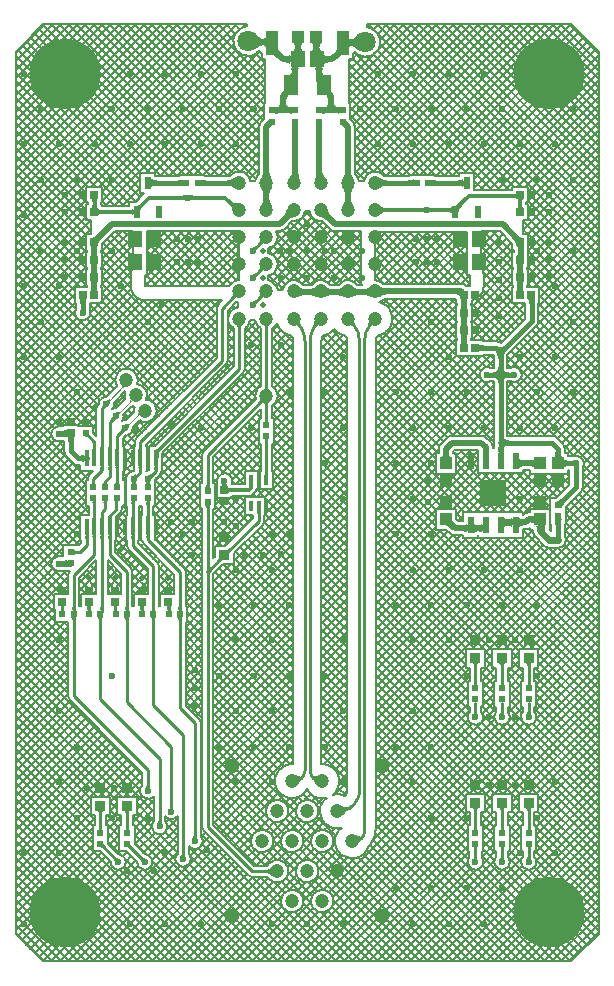
<source format=gtl>
G04*
G04 #@! TF.GenerationSoftware,Altium Limited,Altium Designer,23.11.1 (41)*
G04*
G04 Layer_Physical_Order=1*
G04 Layer_Color=255*
%FSLAX25Y25*%
%MOIN*%
G70*
G04*
G04 #@! TF.SameCoordinates,CB1B34B6-0843-45E9-8427-EF7A7B179012*
G04*
G04*
G04 #@! TF.FilePolarity,Positive*
G04*
G01*
G75*
%ADD10C,0.00984*%
%ADD14C,0.00787*%
%ADD33R,0.02362X0.02165*%
%ADD34R,0.02520X0.02520*%
%ADD35R,0.02165X0.02362*%
%ADD36R,0.02520X0.02520*%
%ADD37C,0.04724*%
%ADD38R,0.01772X0.05709*%
%ADD39R,0.03740X0.03347*%
%ADD40R,0.02362X0.03937*%
%ADD41R,0.03937X0.04134*%
%ADD42R,0.02362X0.05709*%
%ADD43R,0.01575X0.03347*%
%ADD44R,0.09055X0.09055*%
%ADD45R,0.05118X0.05709*%
%ADD46R,0.05118X0.07087*%
%ADD47R,0.04134X0.03937*%
%ADD48R,0.03937X0.07874*%
%ADD50C,0.04724*%
%ADD51C,0.05118*%
%ADD52C,0.00800*%
%ADD53C,0.01772*%
%ADD54C,0.01968*%
%ADD55C,0.01378*%
%ADD56C,0.00492*%
%ADD57C,0.01181*%
%ADD58C,0.02402*%
%ADD59C,0.23622*%
%ADD60C,0.02362*%
%ADD61C,0.03150*%
%ADD62C,0.01968*%
%ADD63C,0.07087*%
G36*
X17075Y147613D02*
X16751Y147879D01*
X16112Y148328D01*
X15796Y148511D01*
X15483Y148665D01*
X15173Y148791D01*
X14865Y148890D01*
X14715Y148924D01*
X14469Y148858D01*
X14251Y148770D01*
X14072Y148661D01*
X13934Y148533D01*
X13835Y148386D01*
X13775Y148219D01*
X13756Y148031D01*
Y151969D01*
X13775Y151781D01*
X13835Y151614D01*
X13934Y151467D01*
X14072Y151339D01*
X14251Y151230D01*
X14469Y151142D01*
X14616Y151102D01*
X14706Y151126D01*
X15002Y151236D01*
X15292Y151377D01*
X15576Y151550D01*
X15856Y151754D01*
X16130Y151990D01*
X16398Y152257D01*
X16661Y152556D01*
X17075Y147613D01*
D02*
G37*
G36*
X-16693Y152553D02*
X-16425Y152286D01*
X-16151Y152050D01*
X-15872Y151845D01*
X-15587Y151672D01*
X-15297Y151531D01*
X-15002Y151421D01*
X-14771Y151361D01*
X-14726Y151368D01*
X-14469Y151437D01*
X-14251Y151526D01*
X-14072Y151634D01*
X-13934Y151762D01*
X-13835Y151909D01*
X-13775Y152077D01*
X-13756Y152264D01*
Y148327D01*
X-13775Y148514D01*
X-13835Y148681D01*
X-13934Y148829D01*
X-14072Y148957D01*
X-14251Y149065D01*
X-14469Y149153D01*
X-14726Y149222D01*
X-14884Y149249D01*
X-15161Y149185D01*
X-15468Y149086D01*
X-15778Y148960D01*
X-16091Y148806D01*
X-16407Y148624D01*
X-16725Y148413D01*
X-17046Y148175D01*
X-17370Y147908D01*
X-16957Y152851D01*
X-16693Y152553D01*
D02*
G37*
G36*
X5008Y150012D02*
X4823Y149992D01*
X4658Y149933D01*
X4512Y149835D01*
X4385Y149697D01*
X4279Y149520D01*
X4191Y149303D01*
X4123Y149047D01*
X4074Y148752D01*
X4067Y148672D01*
X4075Y148586D01*
X4124Y148289D01*
X4193Y148031D01*
X4281Y147814D01*
X4390Y147635D01*
X4518Y147497D01*
X4665Y147398D01*
X4833Y147338D01*
X5020Y147318D01*
X1083D01*
X1270Y147338D01*
X1437Y147398D01*
X1585Y147497D01*
X1713Y147635D01*
X1821Y147814D01*
X1909Y148031D01*
X1978Y148289D01*
X2028Y148586D01*
X2035Y148671D01*
X2028Y148756D01*
X1978Y149052D01*
X1909Y149310D01*
X1821Y149527D01*
X1713Y149706D01*
X1585Y149845D01*
X1437Y149944D01*
X1270Y150004D01*
X1083Y150024D01*
X5008Y150012D01*
D02*
G37*
G36*
X-1270Y150004D02*
X-1437Y149944D01*
X-1585Y149845D01*
X-1713Y149706D01*
X-1821Y149527D01*
X-1909Y149310D01*
X-1978Y149052D01*
X-2028Y148756D01*
X-2035Y148671D01*
X-2028Y148586D01*
X-1978Y148289D01*
X-1909Y148031D01*
X-1821Y147814D01*
X-1713Y147635D01*
X-1585Y147497D01*
X-1437Y147398D01*
X-1270Y147338D01*
X-1083Y147318D01*
X-5020D01*
X-4833Y147338D01*
X-4665Y147398D01*
X-4518Y147497D01*
X-4390Y147635D01*
X-4281Y147814D01*
X-4193Y148031D01*
X-4124Y148289D01*
X-4075Y148586D01*
X-4067Y148672D01*
X-4074Y148752D01*
X-4123Y149047D01*
X-4191Y149303D01*
X-4279Y149520D01*
X-4385Y149697D01*
X-4512Y149835D01*
X-4658Y149933D01*
X-4823Y149992D01*
X-5008Y150012D01*
X-1083Y150024D01*
X-1270Y150004D01*
D02*
G37*
G36*
X12638Y146075D02*
X12485Y146186D01*
X12304Y146242D01*
X12095D01*
X11859Y146186D01*
X11594Y146075D01*
X11302Y145908D01*
X10982Y145685D01*
X10634Y145407D01*
X9854Y144683D01*
X8463Y146075D01*
X8852Y146479D01*
X9465Y147203D01*
X9687Y147523D01*
X9854Y147815D01*
X9966Y148079D01*
X10022Y148316D01*
Y148525D01*
X9966Y148706D01*
X9854Y148859D01*
X12638Y146075D01*
D02*
G37*
G36*
X-9955Y149016D02*
X-9977Y148803D01*
X-9933Y148552D01*
X-9822Y148262D01*
X-9645Y147933D01*
X-9402Y147566D01*
X-9093Y147160D01*
X-8275Y146232D01*
X-7767Y145710D01*
X-9524Y144683D01*
X-9943Y145089D01*
X-10688Y145723D01*
X-11014Y145952D01*
X-11308Y146122D01*
X-11571Y146233D01*
X-11802Y146285D01*
X-12002Y146278D01*
X-12170Y146212D01*
X-12308Y146087D01*
X-9866Y149190D01*
X-9955Y149016D01*
D02*
G37*
G36*
X5716Y146270D02*
X5775Y146102D01*
X5874Y145955D01*
X6012Y145827D01*
X6189Y145719D01*
X6405Y145630D01*
X6661Y145561D01*
X6956Y145512D01*
X7291Y145482D01*
X7665Y145472D01*
Y143504D01*
X7291Y143494D01*
X6956Y143465D01*
X6661Y143415D01*
X6405Y143347D01*
X6189Y143258D01*
X6012Y143150D01*
X5874Y143022D01*
X5775Y142874D01*
X5716Y142707D01*
X5697Y142520D01*
Y146457D01*
X5716Y146270D01*
D02*
G37*
G36*
X-5685Y142520D02*
X-5705Y142707D01*
X-5764Y142874D01*
X-5863Y143022D01*
X-6002Y143150D01*
X-6180Y143258D01*
X-6398Y143347D01*
X-6655Y143415D01*
X-6952Y143465D01*
X-7289Y143494D01*
X-7665Y143504D01*
Y145472D01*
X-7289Y145482D01*
X-6952Y145512D01*
X-6655Y145561D01*
X-6398Y145630D01*
X-6180Y145719D01*
X-6002Y145827D01*
X-5863Y145955D01*
X-5764Y146102D01*
X-5705Y146270D01*
X-5685Y146457D01*
Y142520D01*
D02*
G37*
G36*
X5697Y141646D02*
X5549Y141626D01*
X5418Y141567D01*
X5301Y141469D01*
X5200Y141331D01*
X5115Y141154D01*
X5045Y140937D01*
X4991Y140681D01*
X4973Y140542D01*
X5010Y140318D01*
X5079Y140061D01*
X5167Y139843D01*
X5276Y139665D01*
X5404Y139526D01*
X5551Y139427D01*
X5719Y139367D01*
X5906Y139346D01*
X2965Y139358D01*
X2963Y139378D01*
X2960Y139437D01*
X2960Y139677D01*
X2953D01*
X2943Y140053D01*
X2913Y140389D01*
X2864Y140686D01*
X2795Y140943D01*
X2707Y141161D01*
X2598Y141340D01*
X2471Y141478D01*
X2323Y141578D01*
X2156Y141638D01*
X1969Y141658D01*
X5697Y141646D01*
D02*
G37*
G36*
X-2340Y141638D02*
X-2507Y141578D01*
X-2655Y141478D01*
X-2783Y141339D01*
X-2891Y141161D01*
X-2980Y140943D01*
X-3049Y140686D01*
X-3098Y140389D01*
X-3101Y140357D01*
X-3053Y139535D01*
X-3027Y139437D01*
X-2998Y139378D01*
X-2965Y139358D01*
X-6090Y139346D01*
X-5903Y139367D01*
X-5736Y139427D01*
X-5588Y139526D01*
X-5460Y139665D01*
X-5352Y139843D01*
X-5263Y140061D01*
X-5194Y140318D01*
X-5151Y140578D01*
X-5159Y140681D01*
X-5200Y140937D01*
X-5254Y141154D01*
X-5319Y141331D01*
X-5395Y141469D01*
X-5484Y141567D01*
X-5584Y141626D01*
X-5697Y141646D01*
X-2153Y141658D01*
X-2340Y141638D01*
D02*
G37*
G36*
X-6191Y132287D02*
X-6358Y132226D01*
X-6506Y132127D01*
X-6634Y131988D01*
X-6742Y131809D01*
X-6831Y131592D01*
X-6900Y131335D01*
X-6949Y131038D01*
X-6978Y130702D01*
X-6987Y130385D01*
X-6968Y130039D01*
X-6909Y129705D01*
X-6811Y129409D01*
X-6673Y129154D01*
X-6496Y128937D01*
X-6279Y128760D01*
X-6024Y128622D01*
X-5728Y128524D01*
X-5639Y128508D01*
X-5106Y128531D01*
Y128449D01*
X-5020Y128445D01*
X-5106Y128387D01*
Y126390D01*
X-5126Y126406D01*
X-5185Y126421D01*
X-5283Y126434D01*
X-5598Y126455D01*
X-7075Y126476D01*
Y127075D01*
X-7972Y126476D01*
X-8673Y126944D01*
Y126476D01*
X-10642Y126390D01*
Y128256D01*
X-10925Y128445D01*
X-10642Y128460D01*
Y128531D01*
X-10622Y128515D01*
X-10563Y128500D01*
X-10465Y128487D01*
X-10434Y128485D01*
X-10216Y128524D01*
X-9921Y128622D01*
X-9665Y128760D01*
X-9449Y128937D01*
X-9272Y129154D01*
X-9134Y129409D01*
X-9035Y129705D01*
X-8976Y130039D01*
X-8957Y130413D01*
X-8917D01*
X-8059Y132296D01*
X-6004Y132308D01*
X-6191Y132287D01*
D02*
G37*
G36*
X8059Y132296D02*
X8917Y130413D01*
X8957D01*
X8976Y130039D01*
X9035Y129705D01*
X9134Y129409D01*
X9272Y129154D01*
X9449Y128937D01*
X9665Y128760D01*
X9921Y128622D01*
X10216Y128524D01*
X10266Y128515D01*
X10642Y128531D01*
Y128460D01*
X10925Y128445D01*
X10642Y128256D01*
Y126390D01*
X10622Y126406D01*
X10563Y126421D01*
X10465Y126434D01*
X10150Y126455D01*
X8673Y126476D01*
Y126944D01*
X7972Y126476D01*
X7075Y127075D01*
Y126476D01*
X5106Y126390D01*
Y128387D01*
X5020Y128445D01*
X5106Y128449D01*
Y128531D01*
X5126Y128515D01*
X5185Y128500D01*
X5283Y128487D01*
X5457Y128476D01*
X5728Y128524D01*
X6024Y128622D01*
X6279Y128760D01*
X6496Y128937D01*
X6673Y129154D01*
X6811Y129409D01*
X6909Y129705D01*
X6968Y130039D01*
X6987Y130385D01*
X6978Y130702D01*
X6949Y131038D01*
X6900Y131335D01*
X6831Y131592D01*
X6742Y131809D01*
X6634Y131988D01*
X6506Y132127D01*
X6358Y132226D01*
X6191Y132287D01*
X6004Y132308D01*
X8059Y132296D01*
D02*
G37*
G36*
X12992Y123939D02*
X13095Y123834D01*
X14279Y122645D01*
X12882Y121258D01*
X11480Y122650D01*
X12980Y123953D01*
X12992Y123939D01*
D02*
G37*
G36*
X-11480Y122650D02*
X-11495Y122637D01*
X-11608Y122527D01*
X-12882Y121258D01*
X-14279Y122645D01*
X-12980Y123953D01*
X-11480Y122650D01*
D02*
G37*
G36*
X14576Y107166D02*
X14603Y106875D01*
X14648Y106590D01*
X14711Y106312D01*
X14792Y106040D01*
X14891Y105773D01*
X15008Y105513D01*
X15143Y105260D01*
X15296Y105012D01*
X15468Y104770D01*
X11698D01*
X11869Y105012D01*
X12022Y105260D01*
X12157Y105513D01*
X12274Y105773D01*
X12373Y106040D01*
X12454Y106312D01*
X12517Y106590D01*
X12562Y106875D01*
X12589Y107166D01*
X12598Y107462D01*
X14567D01*
X14576Y107166D01*
D02*
G37*
G36*
X-12589D02*
X-12562Y106875D01*
X-12517Y106590D01*
X-12454Y106312D01*
X-12373Y106040D01*
X-12274Y105773D01*
X-12157Y105513D01*
X-12022Y105260D01*
X-11869Y105012D01*
X-11698Y104770D01*
X-15468D01*
X-15296Y105012D01*
X-15143Y105260D01*
X-15008Y105513D01*
X-14891Y105773D01*
X-14792Y106040D01*
X-14711Y106312D01*
X-14648Y106590D01*
X-14603Y106875D01*
X-14576Y107166D01*
X-14567Y107462D01*
X-12598D01*
X-12589Y107166D01*
D02*
G37*
G36*
X4933Y107353D02*
X4969Y107071D01*
X5028Y106796D01*
X5111Y106530D01*
X5218Y106271D01*
X5348Y106021D01*
X5502Y105780D01*
X5680Y105546D01*
X5882Y105320D01*
X6107Y105103D01*
X2464Y104497D01*
X2557Y104680D01*
X2640Y104880D01*
X2713Y105097D01*
X2777Y105330D01*
X2831Y105580D01*
X2909Y106128D01*
X2933Y106428D01*
X2953Y107076D01*
X4921Y107644D01*
X4933Y107353D01*
D02*
G37*
G36*
X-2953Y107076D02*
X-2948Y106743D01*
X-2875Y105846D01*
X-2831Y105580D01*
X-2713Y105097D01*
X-2640Y104880D01*
X-2557Y104680D01*
X-2464Y104497D01*
X-6107Y105103D01*
X-5882Y105320D01*
X-5680Y105546D01*
X-5502Y105780D01*
X-5348Y106021D01*
X-5218Y106271D01*
X-5111Y106530D01*
X-5028Y106796D01*
X-4969Y107071D01*
X-4933Y107353D01*
X-4921Y107644D01*
X-2953Y107076D01*
D02*
G37*
G36*
X41344Y104462D02*
X41397Y104414D01*
X41486Y104371D01*
X41610Y104334D01*
X41769Y104303D01*
X41964Y104278D01*
X42460Y104244D01*
X43098Y104232D01*
Y102461D01*
X42762Y102458D01*
X41769Y102390D01*
X41610Y102359D01*
X41486Y102322D01*
X41397Y102279D01*
X41344Y102231D01*
X41327Y102177D01*
Y104516D01*
X41344Y104462D01*
D02*
G37*
G36*
X35445Y102177D02*
X35427Y102231D01*
X35374Y102279D01*
X35286Y102322D01*
X35162Y102359D01*
X35002Y102390D01*
X34807Y102415D01*
X34311Y102449D01*
X33673Y102461D01*
Y104232D01*
X34010Y104235D01*
X35002Y104303D01*
X35162Y104334D01*
X35286Y104371D01*
X35374Y104414D01*
X35427Y104462D01*
X35445Y104516D01*
Y102177D01*
D02*
G37*
G36*
X-35427Y104462D02*
X-35374Y104414D01*
X-35286Y104371D01*
X-35162Y104334D01*
X-35002Y104303D01*
X-34807Y104278D01*
X-34311Y104244D01*
X-33673Y104232D01*
Y102461D01*
X-34010Y102458D01*
X-35002Y102390D01*
X-35162Y102359D01*
X-35286Y102322D01*
X-35374Y102279D01*
X-35427Y102231D01*
X-35445Y102177D01*
Y104516D01*
X-35427Y104462D01*
D02*
G37*
G36*
X-41327Y102177D02*
X-41344Y102231D01*
X-41397Y102279D01*
X-41486Y102322D01*
X-41610Y102359D01*
X-41769Y102390D01*
X-41964Y102415D01*
X-42460Y102449D01*
X-43098Y102461D01*
Y104232D01*
X-42762Y104235D01*
X-41769Y104303D01*
X-41610Y104334D01*
X-41486Y104371D01*
X-41397Y104414D01*
X-41344Y104462D01*
X-41327Y104516D01*
Y102177D01*
D02*
G37*
G36*
X51992Y101575D02*
X51974Y101743D01*
X51920Y101894D01*
X51831Y102027D01*
X51706Y102142D01*
X51545Y102239D01*
X51349Y102319D01*
X51117Y102381D01*
X50850Y102425D01*
X50547Y102452D01*
X50209Y102461D01*
Y104232D01*
X50545Y104241D01*
X50847Y104267D01*
X51112Y104311D01*
X51343Y104372D01*
X51538Y104451D01*
X51697Y104547D01*
X51821Y104660D01*
X51910Y104791D01*
X51963Y104940D01*
X51981Y105106D01*
X51992Y101575D01*
D02*
G37*
G36*
X24405Y104950D02*
X24618Y104799D01*
X24838Y104666D01*
X25066Y104551D01*
X25302Y104454D01*
X25546Y104374D01*
X25798Y104312D01*
X26057Y104268D01*
X26324Y104241D01*
X26599Y104232D01*
Y102461D01*
X26324Y102452D01*
X26057Y102425D01*
X25798Y102381D01*
X25546Y102319D01*
X25302Y102239D01*
X25066Y102142D01*
X24838Y102027D01*
X24618Y101894D01*
X24405Y101743D01*
X24200Y101575D01*
Y105118D01*
X24405Y104950D01*
D02*
G37*
G36*
X-24200Y101575D02*
X-24405Y101743D01*
X-24618Y101894D01*
X-24838Y102027D01*
X-25066Y102142D01*
X-25302Y102239D01*
X-25546Y102319D01*
X-25798Y102381D01*
X-26057Y102425D01*
X-26324Y102452D01*
X-26599Y102461D01*
Y104232D01*
X-26324Y104241D01*
X-26057Y104268D01*
X-25798Y104312D01*
X-25546Y104374D01*
X-25302Y104454D01*
X-25066Y104551D01*
X-24838Y104666D01*
X-24618Y104799D01*
X-24405Y104950D01*
X-24200Y105118D01*
Y101575D01*
D02*
G37*
G36*
X-51963Y104940D02*
X-51910Y104791D01*
X-51821Y104660D01*
X-51697Y104547D01*
X-51538Y104451D01*
X-51343Y104372D01*
X-51112Y104311D01*
X-50847Y104267D01*
X-50545Y104241D01*
X-50209Y104232D01*
Y102461D01*
X-50547Y102452D01*
X-50850Y102425D01*
X-51117Y102381D01*
X-51349Y102319D01*
X-51545Y102239D01*
X-51706Y102142D01*
X-51831Y102027D01*
X-51920Y101894D01*
X-51974Y101743D01*
X-51992Y101575D01*
X-51981Y105106D01*
X-51963Y104940D01*
D02*
G37*
G36*
X15296Y101681D02*
X15143Y101433D01*
X15008Y101180D01*
X14891Y100920D01*
X14792Y100654D01*
X14711Y100381D01*
X14648Y100103D01*
X14603Y99818D01*
X14576Y99527D01*
X14567Y99231D01*
X12598D01*
X12589Y99527D01*
X12562Y99818D01*
X12517Y100103D01*
X12454Y100381D01*
X12373Y100654D01*
X12274Y100920D01*
X12157Y101180D01*
X12022Y101433D01*
X11869Y101681D01*
X11698Y101923D01*
X15468D01*
X15296Y101681D01*
D02*
G37*
G36*
X-11869D02*
X-12022Y101433D01*
X-12157Y101180D01*
X-12274Y100920D01*
X-12373Y100654D01*
X-12454Y100381D01*
X-12517Y100103D01*
X-12562Y99818D01*
X-12589Y99527D01*
X-12598Y99231D01*
X-14567D01*
X-14576Y99527D01*
X-14603Y99818D01*
X-14648Y100103D01*
X-14711Y100381D01*
X-14792Y100654D01*
X-14891Y100920D01*
X-15008Y101180D01*
X-15143Y101433D01*
X-15296Y101681D01*
X-15468Y101923D01*
X-11698D01*
X-11869Y101681D01*
D02*
G37*
G36*
X-38986Y99226D02*
X-38943Y99202D01*
X-38888Y99182D01*
X-38822Y99164D01*
X-38745Y99149D01*
X-38657Y99136D01*
X-38448Y99120D01*
X-38194Y99114D01*
Y97736D01*
X-38327Y97735D01*
X-38745Y97702D01*
X-38822Y97687D01*
X-38888Y97669D01*
X-38943Y97648D01*
X-38986Y97625D01*
X-39019Y97598D01*
Y99252D01*
X-38986Y99226D01*
D02*
G37*
G36*
X-40706Y97598D02*
X-40738Y97625D01*
X-40782Y97648D01*
X-40837Y97669D01*
X-40902Y97687D01*
X-40979Y97702D01*
X-41067Y97714D01*
X-41277Y97731D01*
X-41530Y97736D01*
Y99114D01*
X-41398Y99116D01*
X-40979Y99149D01*
X-40902Y99164D01*
X-40837Y99182D01*
X-40782Y99202D01*
X-40738Y99226D01*
X-40706Y99252D01*
Y97598D01*
D02*
G37*
G36*
X69776Y98162D02*
X72271D01*
X72165Y98148D01*
X72070Y98106D01*
X71986Y98038D01*
X71914Y97941D01*
X71852Y97817D01*
X71802Y97666D01*
X71763Y97486D01*
X71735Y97280D01*
X71718Y97045D01*
X71712Y96784D01*
X70335D01*
X70329Y97045D01*
X70284Y97486D01*
X70245Y97666D01*
X70195Y97817D01*
X70133Y97941D01*
X70061Y98038D01*
X69977Y98106D01*
X69882Y98148D01*
X69776Y98162D01*
X69762Y98171D01*
X69721Y98178D01*
X69652Y98186D01*
X69280Y98201D01*
X68398Y98209D01*
Y99587D01*
X68661Y99594D01*
X68897Y99614D01*
X69105Y99649D01*
X69286Y99697D01*
X69438Y99759D01*
X69564Y99835D01*
X69661Y99924D01*
X69731Y100028D01*
X69773Y100145D01*
X69788Y100276D01*
X69776Y98162D01*
D02*
G37*
G36*
X-69776Y98162D02*
X-69852Y98148D01*
X-69920Y98106D01*
X-69981Y98038D01*
X-70033Y97941D01*
X-70077Y97817D01*
X-70113Y97666D01*
X-70141Y97486D01*
X-70161Y97280D01*
X-70177Y96784D01*
X-71555D01*
X-71562Y97047D01*
X-71583Y97283D01*
X-71617Y97491D01*
X-71665Y97672D01*
X-71727Y97824D01*
X-71803Y97950D01*
X-71893Y98047D01*
X-71996Y98117D01*
X-72113Y98159D01*
X-72244Y98174D01*
X-69776Y98162D01*
D02*
G37*
G36*
X14576Y98110D02*
X14603Y97820D01*
X14648Y97535D01*
X14711Y97257D01*
X14792Y96984D01*
X14891Y96718D01*
X15008Y96458D01*
X15143Y96204D01*
X15296Y95957D01*
X15468Y95715D01*
X11698D01*
X11869Y95957D01*
X12022Y96204D01*
X12157Y96458D01*
X12274Y96718D01*
X12373Y96984D01*
X12454Y97257D01*
X12517Y97535D01*
X12562Y97820D01*
X12589Y98110D01*
X12598Y98407D01*
X14567D01*
X14576Y98110D01*
D02*
G37*
G36*
X-12589D02*
X-12562Y97820D01*
X-12517Y97535D01*
X-12454Y97257D01*
X-12373Y96984D01*
X-12274Y96718D01*
X-12157Y96458D01*
X-12022Y96204D01*
X-11869Y95957D01*
X-11698Y95715D01*
X-15468D01*
X-15296Y95957D01*
X-15143Y96204D01*
X-15008Y96458D01*
X-14891Y96718D01*
X-14792Y96984D01*
X-14711Y97257D01*
X-14648Y97535D01*
X-14603Y97820D01*
X-14576Y98110D01*
X-14567Y98407D01*
X-12598D01*
X-12589Y98110D01*
D02*
G37*
G36*
X51553Y95657D02*
X51280Y95375D01*
X50851Y94868D01*
X50695Y94644D01*
X50578Y94439D01*
X50501Y94254D01*
X50462Y94089D01*
Y93942D01*
X50501Y93816D01*
X50578Y93709D01*
X48630Y95657D01*
X48737Y95579D01*
X48864Y95540D01*
X49010D01*
X49175Y95579D01*
X49361Y95657D01*
X49565Y95774D01*
X49789Y95930D01*
X50033Y96125D01*
X50578Y96632D01*
X51553Y95657D01*
D02*
G37*
G36*
X-54259Y95870D02*
X-54613Y95506D01*
X-55400Y94575D01*
X-55571Y94318D01*
X-55695Y94088D01*
X-55774Y93884D01*
X-55806Y93708D01*
X-55792Y93558D01*
X-55733Y93434D01*
X-57395Y95645D01*
X-57301Y95556D01*
X-57185Y95509D01*
X-57046Y95503D01*
X-56885Y95539D01*
X-56701Y95617D01*
X-56495Y95737D01*
X-56267Y95898D01*
X-56016Y96101D01*
X-55446Y96632D01*
X-54259Y95870D01*
D02*
G37*
G36*
X71718Y95868D02*
X71763Y95427D01*
X71802Y95248D01*
X71852Y95096D01*
X71914Y94972D01*
X71986Y94876D01*
X72070Y94807D01*
X72165Y94766D01*
X72271Y94752D01*
X69776D01*
X69882Y94766D01*
X69977Y94807D01*
X70061Y94876D01*
X70133Y94972D01*
X70195Y95096D01*
X70245Y95248D01*
X70284Y95427D01*
X70312Y95634D01*
X70329Y95868D01*
X70335Y96130D01*
X71712D01*
X71718Y95868D01*
D02*
G37*
G36*
X-70173D02*
X-70141Y95427D01*
X-70113Y95248D01*
X-70077Y95096D01*
X-70033Y94972D01*
X-69981Y94876D01*
X-69920Y94807D01*
X-69852Y94766D01*
X-69776Y94752D01*
X-72244Y94740D01*
X-72113Y94754D01*
X-71996Y94796D01*
X-71893Y94866D01*
X-71803Y94964D01*
X-71727Y95089D01*
X-71665Y95242D01*
X-71617Y95422D01*
X-71583Y95630D01*
X-71562Y95866D01*
X-71555Y96130D01*
X-70177D01*
X-70173Y95868D01*
D02*
G37*
G36*
X-24886Y96969D02*
X-24714Y96829D01*
X-24543Y96711D01*
X-24375Y96616D01*
X-24208Y96544D01*
X-24043Y96495D01*
X-23880Y96469D01*
X-23719Y96465D01*
X-23560Y96484D01*
X-23402Y96526D01*
X-25000Y94281D01*
X-25009Y94450D01*
X-25036Y94620D01*
X-25079Y94790D01*
X-25140Y94960D01*
X-25217Y95131D01*
X-25312Y95301D01*
X-25424Y95472D01*
X-25553Y95643D01*
X-25699Y95815D01*
X-25862Y95986D01*
X-25060Y97132D01*
X-24886Y96969D01*
D02*
G37*
G36*
X40738Y95092D02*
X40782Y95069D01*
X40837Y95048D01*
X40902Y95030D01*
X40979Y95015D01*
X41067Y95002D01*
X41277Y94986D01*
X41530Y94980D01*
Y93602D01*
X41398Y93601D01*
X40979Y93568D01*
X40902Y93553D01*
X40837Y93535D01*
X40782Y93514D01*
X40738Y93491D01*
X40706Y93465D01*
Y95118D01*
X40738Y95092D01*
D02*
G37*
G36*
X39019Y93465D02*
X38986Y93491D01*
X38943Y93514D01*
X38888Y93535D01*
X38822Y93553D01*
X38745Y93568D01*
X38657Y93580D01*
X38448Y93597D01*
X38194Y93602D01*
Y94980D01*
X38326Y94982D01*
X38745Y95015D01*
X38822Y95030D01*
X38888Y95048D01*
X38943Y95069D01*
X38986Y95092D01*
X39019Y95118D01*
Y93465D01*
D02*
G37*
G36*
X48252Y92913D02*
X48238Y93044D01*
X48196Y93161D01*
X48126Y93265D01*
X48028Y93354D01*
X47903Y93430D01*
X47750Y93492D01*
X47570Y93540D01*
X47362Y93575D01*
X47126Y93595D01*
X46862Y93602D01*
Y94980D01*
X47124Y94987D01*
X47358Y95007D01*
X47565Y95041D01*
X47744Y95089D01*
X47896Y95150D01*
X48020Y95224D01*
X48116Y95312D01*
X48185Y95414D01*
X48226Y95529D01*
X48240Y95657D01*
X48252Y92913D01*
D02*
G37*
G36*
X24663Y95538D02*
X24783Y95421D01*
X24919Y95318D01*
X25069Y95228D01*
X25234Y95153D01*
X25413Y95091D01*
X25607Y95042D01*
X25815Y95008D01*
X26038Y94987D01*
X26275Y94980D01*
Y93602D01*
X26038Y93595D01*
X25815Y93575D01*
X25607Y93540D01*
X25413Y93492D01*
X25234Y93430D01*
X25069Y93354D01*
X24919Y93265D01*
X24783Y93161D01*
X24663Y93044D01*
X24556Y92913D01*
Y95669D01*
X24663Y95538D01*
D02*
G37*
G36*
X-69762Y94664D02*
X-69721Y94586D01*
X-69652Y94517D01*
X-69555Y94457D01*
X-69431Y94406D01*
X-69280Y94365D01*
X-69101Y94333D01*
X-68894Y94310D01*
X-68398Y94291D01*
Y92913D01*
X-68660Y92907D01*
X-68894Y92887D01*
X-69101Y92854D01*
X-69280Y92808D01*
X-69431Y92749D01*
X-69555Y92677D01*
X-69652Y92591D01*
X-69721Y92493D01*
X-69762Y92381D01*
X-69776Y92256D01*
Y94752D01*
X-69762Y94664D01*
D02*
G37*
G36*
X-58047Y92224D02*
X-58061Y92355D01*
X-58102Y92472D01*
X-58172Y92576D01*
X-58269Y92665D01*
X-58394Y92741D01*
X-58547Y92803D01*
X-58728Y92851D01*
X-58936Y92886D01*
X-59173Y92906D01*
X-59437Y92913D01*
Y94291D01*
X-59173Y94298D01*
X-58936Y94319D01*
X-58728Y94353D01*
X-58547Y94402D01*
X-58394Y94464D01*
X-58269Y94539D01*
X-58172Y94629D01*
X-58102Y94732D01*
X-58061Y94849D01*
X-58047Y94980D01*
Y92224D01*
D02*
G37*
G36*
X6917Y94326D02*
X6984Y94042D01*
X7068Y93767D01*
X7169Y93501D01*
X7287Y93242D01*
X7422Y92992D01*
X7575Y92751D01*
X7744Y92518D01*
X7930Y92293D01*
X8134Y92077D01*
X6742Y90685D01*
X6526Y90889D01*
X6301Y91075D01*
X6068Y91244D01*
X5827Y91397D01*
X5577Y91532D01*
X5318Y91650D01*
X5052Y91751D01*
X4777Y91835D01*
X4493Y91902D01*
X4202Y91952D01*
X6867Y94617D01*
X6917Y94326D01*
D02*
G37*
G36*
X-4202Y91952D02*
X-4493Y91902D01*
X-4777Y91835D01*
X-5052Y91751D01*
X-5318Y91650D01*
X-5577Y91532D01*
X-5827Y91397D01*
X-6068Y91244D01*
X-6301Y91075D01*
X-6526Y90889D01*
X-6742Y90685D01*
X-8134Y92077D01*
X-7930Y92293D01*
X-7744Y92518D01*
X-7575Y92751D01*
X-7422Y92992D01*
X-7287Y93242D01*
X-7169Y93501D01*
X-7068Y93767D01*
X-6984Y94042D01*
X-6917Y94326D01*
X-6867Y94617D01*
X-4202Y91952D01*
D02*
G37*
G36*
X-14405Y83022D02*
X-14508Y83051D01*
X-14614Y83064D01*
X-14723Y83059D01*
X-14834Y83038D01*
X-14949Y83000D01*
X-15066Y82946D01*
X-15186Y82874D01*
X-15309Y82786D01*
X-15435Y82680D01*
X-15564Y82559D01*
X-16260Y83254D01*
X-16138Y83384D01*
X-16033Y83509D01*
X-15945Y83633D01*
X-15873Y83753D01*
X-15819Y83870D01*
X-15781Y83985D01*
X-15760Y84096D01*
X-15755Y84205D01*
X-15768Y84311D01*
X-15797Y84414D01*
X-14405Y83022D01*
D02*
G37*
G36*
X-16502Y81621D02*
X-16584Y81534D01*
X-16657Y81447D01*
X-16722Y81358D01*
X-16778Y81270D01*
X-16825Y81180D01*
X-16863Y81090D01*
X-16893Y80998D01*
X-16914Y80906D01*
X-16926Y80814D01*
X-16929Y80721D01*
X-18098Y81890D01*
X-18005Y81893D01*
X-17912Y81905D01*
X-17821Y81926D01*
X-17729Y81956D01*
X-17639Y81994D01*
X-17549Y82041D01*
X-17460Y82097D01*
X-17372Y82162D01*
X-17285Y82235D01*
X-17198Y82317D01*
X-16502Y81621D01*
D02*
G37*
G36*
X70051Y86037D02*
X70585Y85591D01*
X70843Y85410D01*
X71096Y85257D01*
X71342Y85132D01*
X71583Y85035D01*
X71818Y84965D01*
X72048Y84923D01*
X72271Y84909D01*
X69776Y82414D01*
X72271D01*
X72280Y80972D01*
X72283D01*
X72282Y80709D01*
X72283Y80445D01*
X72280D01*
X72271Y79004D01*
X69776D01*
X69878Y79023D01*
X69970Y79083D01*
X70051Y79181D01*
X70121Y79319D01*
X70180Y79496D01*
X70229Y79712D01*
X70266Y79968D01*
X70293Y80264D01*
X70310Y80803D01*
X70310Y80819D01*
X70266Y81449D01*
X70229Y81705D01*
X70180Y81921D01*
X70121Y82099D01*
X70051Y82236D01*
X69970Y82335D01*
X69878Y82394D01*
X69776Y82414D01*
X69762Y82637D01*
X69720Y82867D01*
X69651Y83102D01*
X69553Y83343D01*
X69428Y83589D01*
X69275Y83842D01*
X69094Y84100D01*
X68885Y84364D01*
X68384Y84909D01*
X69776Y86301D01*
X70051Y86037D01*
D02*
G37*
G36*
X-68384Y84909D02*
X-68648Y84634D01*
X-69094Y84100D01*
X-69275Y83842D01*
X-69428Y83589D01*
X-69553Y83343D01*
X-69651Y83102D01*
X-69720Y82867D01*
X-69762Y82637D01*
X-69776Y82414D01*
X-69826Y82394D01*
X-69871Y82335D01*
X-69910Y82236D01*
X-69945Y82099D01*
X-69973Y81921D01*
X-69997Y81705D01*
X-70037Y80819D01*
X-70038Y80709D01*
X-70037Y80598D01*
X-69945Y79319D01*
X-69910Y79181D01*
X-69871Y79083D01*
X-69826Y79023D01*
X-69776Y79004D01*
X-72271D01*
X-72221Y79023D01*
X-72176Y79083D01*
X-72137Y79181D01*
X-72103Y79319D01*
X-72074Y79496D01*
X-72050Y79712D01*
X-72010Y80598D01*
X-72010Y80709D01*
X-72010Y80819D01*
X-72103Y82099D01*
X-72137Y82236D01*
X-72176Y82335D01*
X-72221Y82394D01*
X-72271Y82414D01*
X-69776D01*
X-72271Y84909D01*
X-72048Y84923D01*
X-71818Y84965D01*
X-71583Y85035D01*
X-71342Y85132D01*
X-71096Y85257D01*
X-70843Y85410D01*
X-70585Y85591D01*
X-70321Y85800D01*
X-69776Y86301D01*
X-68384Y84909D01*
D02*
G37*
G36*
X-14405Y73967D02*
X-14508Y73996D01*
X-14614Y74009D01*
X-14723Y74004D01*
X-14834Y73983D01*
X-14949Y73945D01*
X-15066Y73890D01*
X-15186Y73819D01*
X-15309Y73730D01*
X-15435Y73625D01*
X-15564Y73504D01*
X-16260Y74199D01*
X-16138Y74328D01*
X-16033Y74454D01*
X-15945Y74577D01*
X-15873Y74698D01*
X-15819Y74815D01*
X-15781Y74930D01*
X-15760Y75041D01*
X-15755Y75150D01*
X-15768Y75256D01*
X-15797Y75359D01*
X-14405Y73967D01*
D02*
G37*
G36*
X72221Y76488D02*
X72176Y76429D01*
X72137Y76331D01*
X72103Y76193D01*
X72074Y76016D01*
X72050Y75799D01*
X72010Y74914D01*
X72010Y74803D01*
X72010Y74693D01*
X72103Y73413D01*
X72137Y73275D01*
X72176Y73177D01*
X72221Y73118D01*
X72271Y73098D01*
X69776D01*
X69826Y73118D01*
X69871Y73177D01*
X69910Y73275D01*
X69944Y73413D01*
X69973Y73590D01*
X69997Y73807D01*
X70037Y74693D01*
X70038Y74803D01*
X70037Y74914D01*
X69944Y76193D01*
X69910Y76331D01*
X69871Y76429D01*
X69826Y76488D01*
X69776Y76508D01*
X72271D01*
X72221Y76488D01*
D02*
G37*
G36*
X-69826D02*
X-69871Y76429D01*
X-69910Y76331D01*
X-69945Y76193D01*
X-69973Y76016D01*
X-69997Y75799D01*
X-70037Y74914D01*
X-70038Y74803D01*
X-70037Y74693D01*
X-69945Y73413D01*
X-69910Y73275D01*
X-69871Y73177D01*
X-69826Y73118D01*
X-69776Y73098D01*
X-72271D01*
X-72221Y73118D01*
X-72176Y73177D01*
X-72137Y73275D01*
X-72103Y73413D01*
X-72074Y73590D01*
X-72050Y73807D01*
X-72010Y74693D01*
X-72010Y74803D01*
X-72010Y74914D01*
X-72103Y76193D01*
X-72137Y76331D01*
X-72176Y76429D01*
X-72221Y76488D01*
X-72271Y76508D01*
X-69776D01*
X-69826Y76488D01*
D02*
G37*
G36*
X-16502Y72566D02*
X-16584Y72479D01*
X-16657Y72392D01*
X-16722Y72303D01*
X-16778Y72214D01*
X-16825Y72125D01*
X-16863Y72034D01*
X-16893Y71943D01*
X-16914Y71851D01*
X-16926Y71759D01*
X-16929Y71665D01*
X-18098Y72835D01*
X-18005Y72838D01*
X-17912Y72850D01*
X-17821Y72871D01*
X-17729Y72901D01*
X-17639Y72939D01*
X-17549Y72986D01*
X-17460Y73042D01*
X-17372Y73106D01*
X-17285Y73180D01*
X-17198Y73262D01*
X-16502Y72566D01*
D02*
G37*
G36*
X72221Y70583D02*
X72176Y70524D01*
X72137Y70425D01*
X72103Y70288D01*
X72074Y70110D01*
X72050Y69894D01*
X72010Y69008D01*
X72010Y68898D01*
X72010Y68787D01*
X72103Y67508D01*
X72137Y67370D01*
X72176Y67272D01*
X72221Y67212D01*
X72271Y67193D01*
X69776D01*
X69826Y67212D01*
X69871Y67272D01*
X69910Y67370D01*
X69944Y67508D01*
X69973Y67685D01*
X69997Y67901D01*
X70037Y68787D01*
X70038Y68898D01*
X70037Y69008D01*
X69944Y70288D01*
X69910Y70425D01*
X69871Y70524D01*
X69826Y70583D01*
X69776Y70603D01*
X72271D01*
X72221Y70583D01*
D02*
G37*
G36*
X-69826D02*
X-69871Y70524D01*
X-69910Y70425D01*
X-69944Y70288D01*
X-69973Y70110D01*
X-69997Y69894D01*
X-70037Y69008D01*
X-70038Y68898D01*
X-70037Y68787D01*
X-69944Y67508D01*
X-69910Y67370D01*
X-69871Y67272D01*
X-69826Y67212D01*
X-69776Y67193D01*
X-72271D01*
X-72221Y67212D01*
X-72176Y67272D01*
X-72137Y67370D01*
X-72103Y67508D01*
X-72074Y67685D01*
X-72050Y67901D01*
X-72010Y68787D01*
X-72010Y68898D01*
X-72010Y69008D01*
X-72103Y70288D01*
X-72137Y70425D01*
X-72176Y70524D01*
X-72221Y70583D01*
X-72271Y70603D01*
X-69776D01*
X-69826Y70583D01*
D02*
G37*
G36*
X24303Y68840D02*
X24551Y68687D01*
X24805Y68552D01*
X25065Y68435D01*
X25331Y68335D01*
X25603Y68254D01*
X25881Y68191D01*
X26166Y68146D01*
X26457Y68119D01*
X26754Y68110D01*
Y66142D01*
X26457Y66133D01*
X26166Y66106D01*
X25881Y66061D01*
X25603Y65998D01*
X25331Y65917D01*
X25065Y65817D01*
X24805Y65700D01*
X24551Y65565D01*
X24303Y65412D01*
X24061Y65241D01*
Y69011D01*
X24303Y68840D01*
D02*
G37*
G36*
X21301Y65178D02*
X21073Y65324D01*
X20837Y65454D01*
X20591Y65569D01*
X20336Y65669D01*
X20073Y65753D01*
X19801Y65822D01*
X19520Y65876D01*
X19230Y65914D01*
X18931Y65937D01*
X18624Y65945D01*
X18442Y67913D01*
X18729Y67924D01*
X19012Y67955D01*
X19291Y68006D01*
X19566Y68078D01*
X19836Y68171D01*
X20103Y68284D01*
X20366Y68419D01*
X20625Y68573D01*
X20879Y68748D01*
X21130Y68944D01*
X21301Y65178D01*
D02*
G37*
G36*
X15341Y68748D02*
X15596Y68573D01*
X15855Y68419D01*
X16117Y68284D01*
X16384Y68171D01*
X16655Y68078D01*
X16930Y68006D01*
X17209Y67955D01*
X17491Y67924D01*
X17778Y67913D01*
X17597Y65945D01*
X17289Y65937D01*
X16701Y65876D01*
X16420Y65822D01*
X16147Y65753D01*
X15884Y65669D01*
X15629Y65569D01*
X15384Y65454D01*
X15147Y65324D01*
X14919Y65178D01*
X15091Y68944D01*
X15341Y68748D01*
D02*
G37*
G36*
X12246Y65178D02*
X12018Y65324D01*
X11782Y65454D01*
X11536Y65569D01*
X11281Y65669D01*
X11018Y65753D01*
X10746Y65822D01*
X10465Y65876D01*
X10175Y65914D01*
X9876Y65937D01*
X9568Y65945D01*
X9387Y67913D01*
X9674Y67924D01*
X9957Y67955D01*
X10236Y68006D01*
X10510Y68078D01*
X10781Y68171D01*
X11048Y68284D01*
X11311Y68419D01*
X11569Y68573D01*
X11824Y68748D01*
X12075Y68944D01*
X12246Y65178D01*
D02*
G37*
G36*
X6286Y68748D02*
X6541Y68573D01*
X6799Y68419D01*
X7062Y68284D01*
X7329Y68171D01*
X7600Y68078D01*
X7875Y68006D01*
X8153Y67955D01*
X8436Y67924D01*
X8723Y67913D01*
X8542Y65945D01*
X8234Y65937D01*
X7645Y65876D01*
X7364Y65822D01*
X7092Y65753D01*
X6829Y65669D01*
X6574Y65569D01*
X6329Y65454D01*
X6092Y65324D01*
X5864Y65178D01*
X6036Y68944D01*
X6286Y68748D01*
D02*
G37*
G36*
X3191Y65178D02*
X2963Y65324D01*
X2726Y65454D01*
X2481Y65569D01*
X2226Y65669D01*
X1963Y65753D01*
X1691Y65822D01*
X1410Y65876D01*
X1120Y65914D01*
X821Y65937D01*
X513Y65945D01*
X332Y67913D01*
X619Y67924D01*
X902Y67955D01*
X1181Y68006D01*
X1455Y68078D01*
X1726Y68171D01*
X1993Y68284D01*
X2256Y68419D01*
X2514Y68573D01*
X2769Y68748D01*
X3020Y68944D01*
X3191Y65178D01*
D02*
G37*
G36*
X-2769Y68748D02*
X-2514Y68573D01*
X-2256Y68419D01*
X-1993Y68284D01*
X-1726Y68171D01*
X-1455Y68078D01*
X-1181Y68006D01*
X-902Y67955D01*
X-619Y67924D01*
X-332Y67913D01*
X-513Y65945D01*
X-821Y65937D01*
X-1410Y65876D01*
X-1691Y65822D01*
X-1963Y65753D01*
X-2226Y65669D01*
X-2481Y65569D01*
X-2726Y65454D01*
X-2963Y65324D01*
X-3191Y65178D01*
X-3020Y68944D01*
X-2769Y68748D01*
D02*
G37*
G36*
X51075Y67193D02*
X51087Y65158D01*
X51066Y65345D01*
X51006Y65512D01*
X50906Y65659D01*
X50767Y65787D01*
X50589Y65896D01*
X50371Y65984D01*
X50114Y66053D01*
X49818Y66102D01*
X49482Y66132D01*
X49106Y66142D01*
Y68110D01*
X51075Y67193D01*
D02*
G37*
G36*
X-14405Y64912D02*
X-14508Y64941D01*
X-14614Y64953D01*
X-14723Y64949D01*
X-14834Y64928D01*
X-14949Y64890D01*
X-15066Y64835D01*
X-15186Y64764D01*
X-15309Y64675D01*
X-15436Y64570D01*
X-15564Y64448D01*
X-16260Y65144D01*
X-16138Y65273D01*
X-16033Y65399D01*
X-15945Y65522D01*
X-15873Y65643D01*
X-15819Y65760D01*
X-15781Y65874D01*
X-15760Y65986D01*
X-15755Y66095D01*
X-15768Y66201D01*
X-15797Y66303D01*
X-14405Y64912D01*
D02*
G37*
G36*
X-23460D02*
X-23563Y64941D01*
X-23669Y64953D01*
X-23778Y64949D01*
X-23889Y64928D01*
X-24004Y64890D01*
X-24121Y64835D01*
X-24241Y64764D01*
X-24364Y64675D01*
X-24491Y64570D01*
X-24620Y64448D01*
X-25315Y65144D01*
X-25194Y65273D01*
X-25088Y65399D01*
X-25000Y65522D01*
X-24928Y65643D01*
X-24874Y65760D01*
X-24836Y65874D01*
X-24815Y65986D01*
X-24810Y66095D01*
X-24823Y66201D01*
X-24852Y66303D01*
X-23460Y64912D01*
D02*
G37*
G36*
X75855Y64679D02*
X75820Y64626D01*
X75789Y64538D01*
X75763Y64414D01*
X75740Y64254D01*
X75707Y63829D01*
X75689Y62925D01*
X73917D01*
X73912Y63262D01*
X73871Y63829D01*
X73834Y64059D01*
X73787Y64254D01*
X73730Y64414D01*
X73663Y64538D01*
X73585Y64626D01*
X73497Y64679D01*
X73398Y64697D01*
X75893D01*
X75855Y64679D01*
D02*
G37*
G36*
X-73482D02*
X-73557Y64626D01*
X-73623Y64538D01*
X-73680Y64414D01*
X-73728Y64254D01*
X-73768Y64059D01*
X-73799Y63829D01*
X-73834Y63262D01*
X-73839Y62925D01*
X-75610D01*
X-75613Y63262D01*
X-75681Y64254D01*
X-75712Y64414D01*
X-75749Y64538D01*
X-75792Y64626D01*
X-75840Y64679D01*
X-75893Y64697D01*
X-73398D01*
X-73482Y64679D01*
D02*
G37*
G36*
X-16502Y63511D02*
X-16584Y63424D01*
X-16657Y63336D01*
X-16722Y63248D01*
X-16778Y63159D01*
X-16825Y63070D01*
X-16863Y62979D01*
X-16893Y62888D01*
X-16914Y62796D01*
X-16926Y62704D01*
X-16929Y62610D01*
X-18098Y63779D01*
X-18005Y63783D01*
X-17912Y63795D01*
X-17821Y63816D01*
X-17729Y63846D01*
X-17639Y63884D01*
X-17549Y63931D01*
X-17460Y63987D01*
X-17372Y64051D01*
X-17285Y64125D01*
X-17198Y64207D01*
X-16502Y63511D01*
D02*
G37*
G36*
X53521Y64677D02*
X53476Y64618D01*
X53436Y64520D01*
X53402Y64382D01*
X53373Y64205D01*
X53349Y63988D01*
X53310Y63103D01*
X53309Y62992D01*
X53310Y62882D01*
X53402Y61602D01*
X53436Y61464D01*
X53476Y61366D01*
X53521Y61307D01*
X53571Y61287D01*
X51075D01*
X51125Y61307D01*
X51170Y61366D01*
X51209Y61464D01*
X51244Y61602D01*
X51273Y61779D01*
X51296Y61996D01*
X51336Y62882D01*
X51337Y62992D01*
X51336Y63103D01*
X51244Y64382D01*
X51209Y64520D01*
X51170Y64618D01*
X51125Y64677D01*
X51075Y64697D01*
X53571D01*
X53521Y64677D01*
D02*
G37*
G36*
X21902Y55826D02*
X21792Y55853D01*
X21683Y55861D01*
X21577Y55849D01*
X21471Y55818D01*
X21368Y55768D01*
X21266Y55699D01*
X21165Y55610D01*
X21066Y55502D01*
X20969Y55375D01*
X20874Y55229D01*
X20138Y55910D01*
X20233Y56066D01*
X20380Y56359D01*
X20433Y56494D01*
X20472Y56623D01*
X20496Y56745D01*
X20507Y56860D01*
X20505Y56968D01*
X20488Y57069D01*
X20457Y57163D01*
X21902Y55826D01*
D02*
G37*
G36*
X3792D02*
X3682Y55853D01*
X3573Y55861D01*
X3466Y55849D01*
X3361Y55818D01*
X3257Y55768D01*
X3155Y55699D01*
X3055Y55610D01*
X2956Y55502D01*
X2859Y55375D01*
X2763Y55229D01*
X2028Y55910D01*
X2122Y56066D01*
X2270Y56359D01*
X2322Y56494D01*
X2361Y56623D01*
X2386Y56745D01*
X2397Y56860D01*
X2394Y56968D01*
X2378Y57069D01*
X2347Y57163D01*
X3792Y55826D01*
D02*
G37*
G36*
X53521Y58772D02*
X53476Y58713D01*
X53436Y58614D01*
X53402Y58477D01*
X53373Y58299D01*
X53349Y58083D01*
X53310Y57197D01*
X53309Y57087D01*
X53310Y56976D01*
X53402Y55697D01*
X53436Y55559D01*
X53476Y55460D01*
X53521Y55401D01*
X53571Y55382D01*
X51075D01*
X51125Y55401D01*
X51170Y55460D01*
X51209Y55559D01*
X51244Y55697D01*
X51273Y55874D01*
X51296Y56090D01*
X51336Y56976D01*
X51337Y57087D01*
X51336Y57197D01*
X51244Y58477D01*
X51209Y58614D01*
X51170Y58713D01*
X51125Y58772D01*
X51075Y58792D01*
X53571D01*
X53521Y58772D01*
D02*
G37*
G36*
X15733Y57069D02*
X15716Y56968D01*
X15713Y56860D01*
X15724Y56745D01*
X15749Y56623D01*
X15788Y56494D01*
X15841Y56359D01*
X15907Y56216D01*
X15988Y56066D01*
X16083Y55910D01*
X15347Y55229D01*
X15251Y55375D01*
X15154Y55502D01*
X15055Y55610D01*
X14955Y55699D01*
X14853Y55768D01*
X14749Y55818D01*
X14644Y55849D01*
X14537Y55861D01*
X14428Y55853D01*
X14318Y55826D01*
X15763Y57163D01*
X15733Y57069D01*
D02*
G37*
G36*
X-2378D02*
X-2394Y56968D01*
X-2397Y56860D01*
X-2386Y56745D01*
X-2361Y56623D01*
X-2322Y56494D01*
X-2270Y56359D01*
X-2203Y56216D01*
X-2122Y56066D01*
X-2028Y55910D01*
X-2763Y55229D01*
X-2859Y55375D01*
X-2956Y55502D01*
X-3055Y55610D01*
X-3155Y55699D01*
X-3257Y55768D01*
X-3361Y55818D01*
X-3466Y55849D01*
X-3573Y55861D01*
X-3682Y55853D01*
X-3792Y55826D01*
X-2347Y57163D01*
X-2378Y57069D01*
D02*
G37*
G36*
X-12692Y55871D02*
X-12776Y55805D01*
X-12849Y55726D01*
X-12913Y55632D01*
X-12968Y55524D01*
X-13012Y55402D01*
X-13046Y55267D01*
X-13071Y55117D01*
X-13086Y54954D01*
X-13091Y54776D01*
X-14075D01*
X-14080Y54954D01*
X-14095Y55117D01*
X-14119Y55267D01*
X-14154Y55402D01*
X-14198Y55524D01*
X-14252Y55632D01*
X-14316Y55726D01*
X-14390Y55805D01*
X-14473Y55871D01*
X-14567Y55923D01*
X-12598D01*
X-12692Y55871D01*
D02*
G37*
G36*
X-21747D02*
X-21831Y55805D01*
X-21904Y55726D01*
X-21969Y55632D01*
X-22023Y55524D01*
X-22067Y55402D01*
X-22101Y55267D01*
X-22126Y55117D01*
X-22141Y54954D01*
X-22146Y54776D01*
X-23130D01*
X-23135Y54954D01*
X-23150Y55117D01*
X-23174Y55267D01*
X-23209Y55402D01*
X-23253Y55524D01*
X-23307Y55632D01*
X-23371Y55726D01*
X-23445Y55805D01*
X-23529Y55871D01*
X-23622Y55923D01*
X-21654D01*
X-21747Y55871D01*
D02*
G37*
G36*
X53521Y52866D02*
X53476Y52807D01*
X53436Y52709D01*
X53402Y52571D01*
X53373Y52394D01*
X53349Y52177D01*
X53310Y51292D01*
X53309Y51181D01*
X53310Y51071D01*
X53402Y49791D01*
X53436Y49653D01*
X53476Y49555D01*
X53521Y49496D01*
X53571Y49476D01*
X51075D01*
X51125Y49496D01*
X51170Y49555D01*
X51209Y49653D01*
X51244Y49791D01*
X51273Y49968D01*
X51296Y50185D01*
X51336Y51071D01*
X51337Y51181D01*
X51336Y51292D01*
X51244Y52571D01*
X51209Y52709D01*
X51170Y52807D01*
X51125Y52866D01*
X51075Y52886D01*
X53571D01*
X53521Y52866D01*
D02*
G37*
G36*
X66646Y47697D02*
X66408Y47441D01*
X66195Y47175D01*
X66008Y46898D01*
X65845Y46612D01*
X65707Y46314D01*
X65594Y46007D01*
X65506Y45689D01*
X65444Y45360D01*
X65406Y45022D01*
X65394Y44672D01*
X63622D01*
X63611Y45021D01*
X63576Y45357D01*
X63518Y45680D01*
X63437Y45992D01*
X63333Y46291D01*
X63205Y46577D01*
X63055Y46852D01*
X62881Y47114D01*
X62684Y47364D01*
X62464Y47602D01*
X63717Y48855D01*
X63880Y48717D01*
X64052Y48620D01*
X64233Y48564D01*
X64424Y48549D01*
X64623Y48575D01*
X64832Y48641D01*
X65051Y48749D01*
X65278Y48897D01*
X65515Y49086D01*
X65761Y49316D01*
X66646Y47697D01*
D02*
G37*
G36*
X57210Y49407D02*
X57264Y49346D01*
X57352Y49292D01*
X57476Y49244D01*
X57636Y49205D01*
X57831Y49172D01*
X58061Y49147D01*
X58628Y49118D01*
X58964Y49114D01*
Y47343D01*
X58628Y47339D01*
X57831Y47285D01*
X57636Y47252D01*
X57476Y47212D01*
X57352Y47165D01*
X57264Y47111D01*
X57210Y47049D01*
X57193Y46981D01*
Y49476D01*
X57210Y49407D01*
D02*
G37*
G36*
X65411Y41691D02*
X65465Y41390D01*
X65553Y41124D01*
X65677Y40894D01*
X65837Y40699D01*
X66031Y40539D01*
X66262Y40415D01*
X66527Y40327D01*
X66829Y40274D01*
X67165Y40256D01*
Y38484D01*
X66829Y38467D01*
X66527Y38413D01*
X66262Y38325D01*
X66031Y38201D01*
X65837Y38041D01*
X65677Y37846D01*
X65553Y37616D01*
X65465Y37350D01*
X65411Y37049D01*
X65394Y36713D01*
X63622D01*
X63604Y37049D01*
X63551Y37350D01*
X63463Y37616D01*
X63339Y37846D01*
X63179Y38041D01*
X62984Y38201D01*
X62754Y38325D01*
X62488Y38413D01*
X62187Y38467D01*
X61850Y38484D01*
Y40256D01*
X62187Y40274D01*
X62488Y40327D01*
X62754Y40415D01*
X62984Y40539D01*
X63179Y40699D01*
X63339Y40894D01*
X63463Y41124D01*
X63551Y41390D01*
X63604Y41691D01*
X63622Y42028D01*
X65394D01*
X65411Y41691D01*
D02*
G37*
G36*
X-60765Y35296D02*
X-60811Y35303D01*
X-60860Y35301D01*
X-60912Y35292D01*
X-60965Y35275D01*
X-61021Y35251D01*
X-61078Y35218D01*
X-61138Y35178D01*
X-61201Y35129D01*
X-61265Y35074D01*
X-61332Y35010D01*
X-61808Y35230D01*
X-61745Y35296D01*
X-61693Y35358D01*
X-61651Y35416D01*
X-61621Y35470D01*
X-61600Y35520D01*
X-61590Y35566D01*
X-61591Y35608D01*
X-61603Y35647D01*
X-61624Y35681D01*
X-61657Y35711D01*
X-60765Y35296D01*
D02*
G37*
G36*
X-13086Y35401D02*
X-13071Y35237D01*
X-13046Y35088D01*
X-13012Y34952D01*
X-12968Y34830D01*
X-12913Y34723D01*
X-12849Y34629D01*
X-12776Y34549D01*
X-12692Y34483D01*
X-12598Y34431D01*
X-14567D01*
X-14473Y34483D01*
X-14390Y34549D01*
X-14316Y34629D01*
X-14252Y34723D01*
X-14198Y34830D01*
X-14154Y34952D01*
X-14119Y35088D01*
X-14095Y35237D01*
X-14080Y35401D01*
X-14075Y35578D01*
X-13091D01*
X-13086Y35401D01*
D02*
G37*
G36*
X-58313Y30462D02*
X-58358Y30483D01*
X-58404Y30495D01*
X-58453Y30498D01*
X-58505Y30491D01*
X-58559Y30475D01*
X-58616Y30450D01*
X-58675Y30415D01*
X-58736Y30370D01*
X-58800Y30317D01*
X-58867Y30254D01*
X-59225Y30591D01*
X-59162Y30658D01*
X-59109Y30722D01*
X-59065Y30783D01*
X-59031Y30841D01*
X-59007Y30897D01*
X-58992Y30950D01*
X-58987Y31001D01*
X-58992Y31049D01*
X-59006Y31094D01*
X-59030Y31137D01*
X-58313Y30462D01*
D02*
G37*
G36*
X-65537Y30804D02*
X-65601Y30732D01*
X-65655Y30652D01*
X-65700Y30563D01*
X-65736Y30465D01*
X-65763Y30360D01*
X-65781Y30245D01*
X-65789Y30123D01*
X-65789Y29991D01*
X-65780Y29852D01*
X-65761Y29704D01*
X-67082Y30699D01*
X-66917Y30723D01*
X-66488Y30817D01*
X-66368Y30855D01*
X-66259Y30898D01*
X-66161Y30943D01*
X-66075Y30993D01*
X-65999Y31045D01*
X-65935Y31102D01*
X-65537Y30804D01*
D02*
G37*
G36*
X-14472Y30136D02*
X-12598D01*
X-12692Y30084D01*
X-12776Y30018D01*
X-12849Y29938D01*
X-12913Y29844D01*
X-12968Y29737D01*
X-13012Y29615D01*
X-13046Y29479D01*
X-13071Y29330D01*
X-13086Y29166D01*
X-13091Y28989D01*
X-14075D01*
X-14080Y29166D01*
X-14095Y29330D01*
X-14119Y29479D01*
X-14154Y29615D01*
X-14198Y29737D01*
X-14252Y29844D01*
X-14316Y29938D01*
X-14390Y30018D01*
X-14473Y30084D01*
X-14490Y30093D01*
X-14508Y30098D01*
X-14614Y30111D01*
X-14723Y30106D01*
X-14834Y30085D01*
X-14949Y30048D01*
X-15066Y29993D01*
X-15186Y29921D01*
X-15309Y29833D01*
X-15435Y29728D01*
X-15564Y29606D01*
X-16260Y30302D01*
X-16138Y30431D01*
X-16033Y30557D01*
X-15945Y30680D01*
X-15873Y30800D01*
X-15819Y30918D01*
X-15781Y31032D01*
X-15760Y31144D01*
X-15755Y31252D01*
X-15768Y31358D01*
X-15797Y31461D01*
X-14472Y30136D01*
D02*
G37*
G36*
X-66941Y28346D02*
X-67034Y28343D01*
X-67127Y28331D01*
X-67219Y28310D01*
X-67310Y28280D01*
X-67400Y28242D01*
X-67490Y28195D01*
X-67579Y28139D01*
X-67667Y28075D01*
X-67755Y28001D01*
X-67842Y27919D01*
X-68537Y28615D01*
X-68455Y28702D01*
X-68382Y28789D01*
X-68318Y28878D01*
X-68262Y28967D01*
X-68215Y29056D01*
X-68176Y29147D01*
X-68147Y29238D01*
X-68126Y29330D01*
X-68114Y29422D01*
X-68110Y29516D01*
X-66941Y28346D01*
D02*
G37*
G36*
X-55749Y25847D02*
X-55782Y25879D01*
X-55819Y25900D01*
X-55859Y25911D01*
X-55902Y25911D01*
X-55950Y25901D01*
X-56001Y25880D01*
X-56056Y25849D01*
X-56115Y25807D01*
X-56177Y25755D01*
X-56243Y25693D01*
X-56483Y26149D01*
X-56419Y26215D01*
X-56316Y26342D01*
X-56277Y26402D01*
X-56245Y26460D01*
X-56222Y26516D01*
X-56207Y26570D01*
X-56200Y26621D01*
X-56200Y26670D01*
X-56209Y26717D01*
X-55749Y25847D01*
D02*
G37*
G36*
X-62328Y26793D02*
X-62390Y26722D01*
X-62444Y26643D01*
X-62490Y26554D01*
X-62529Y26456D01*
X-62560Y26348D01*
X-62584Y26232D01*
X-62600Y26106D01*
X-62608Y25970D01*
X-62608Y25826D01*
X-62601Y25672D01*
X-63837Y26770D01*
X-63676Y26781D01*
X-63385Y26819D01*
X-63256Y26846D01*
X-63136Y26878D01*
X-63028Y26916D01*
X-62929Y26959D01*
X-62841Y27007D01*
X-62764Y27061D01*
X-62697Y27120D01*
X-62328Y26793D01*
D02*
G37*
G36*
X-63791Y24409D02*
X-63885Y24406D01*
X-63977Y24394D01*
X-64069Y24373D01*
X-64160Y24343D01*
X-64251Y24305D01*
X-64340Y24258D01*
X-64429Y24202D01*
X-64518Y24138D01*
X-64605Y24064D01*
X-64692Y23982D01*
X-65388Y24678D01*
X-65306Y24765D01*
X-65232Y24852D01*
X-65168Y24941D01*
X-65112Y25030D01*
X-65065Y25119D01*
X-65027Y25210D01*
X-64997Y25301D01*
X-64976Y25393D01*
X-64964Y25485D01*
X-64961Y25579D01*
X-63791Y24409D01*
D02*
G37*
G36*
X-13086Y24407D02*
X-13071Y24240D01*
X-13046Y24092D01*
X-13012Y23964D01*
X-12968Y23856D01*
X-12913Y23767D01*
X-12849Y23699D01*
X-12776Y23649D01*
X-12692Y23620D01*
X-12598Y23610D01*
X-14567D01*
X-14473Y23620D01*
X-14390Y23649D01*
X-14316Y23699D01*
X-14252Y23767D01*
X-14198Y23856D01*
X-14154Y23964D01*
X-14119Y24092D01*
X-14095Y24240D01*
X-14080Y24407D01*
X-14075Y24594D01*
X-13091D01*
X-13086Y24407D01*
D02*
G37*
G36*
X-59138Y22797D02*
X-59198Y22729D01*
X-59253Y22650D01*
X-59300Y22562D01*
X-59341Y22463D01*
X-59375Y22355D01*
X-59403Y22237D01*
X-59424Y22109D01*
X-59439Y21971D01*
X-59449Y21665D01*
X-59841Y22057D01*
X-60077Y21788D01*
X-60111Y21732D01*
X-60131Y21688D01*
X-60138Y21653D01*
X-60630Y22146D01*
X-60596Y22152D01*
X-60551Y22173D01*
X-60495Y22207D01*
X-60429Y22254D01*
X-60264Y22390D01*
X-60217Y22434D01*
X-60618Y22835D01*
X-60460Y22836D01*
X-60175Y22859D01*
X-60047Y22880D01*
X-59929Y22908D01*
X-59820Y22943D01*
X-59722Y22984D01*
X-59633Y23031D01*
X-59555Y23085D01*
X-59486Y23145D01*
X-59138Y22797D01*
D02*
G37*
G36*
X-60642Y20472D02*
X-60735Y20469D01*
X-60828Y20457D01*
X-60920Y20436D01*
X-61011Y20406D01*
X-61101Y20368D01*
X-61191Y20321D01*
X-61280Y20265D01*
X-61368Y20201D01*
X-61456Y20127D01*
X-61542Y20045D01*
X-62238Y20741D01*
X-62156Y20828D01*
X-62083Y20915D01*
X-62018Y21004D01*
X-61962Y21093D01*
X-61915Y21182D01*
X-61877Y21273D01*
X-61848Y21364D01*
X-61826Y21456D01*
X-61814Y21548D01*
X-61811Y21642D01*
X-60642Y20472D01*
D02*
G37*
G36*
X-72716Y20029D02*
X-72743Y19940D01*
X-72742Y19836D01*
X-72713Y19718D01*
X-72656Y19586D01*
X-72571Y19440D01*
X-72458Y19279D01*
X-72318Y19104D01*
X-71954Y18713D01*
X-72650Y18017D01*
X-72853Y18213D01*
X-73216Y18521D01*
X-73377Y18634D01*
X-73523Y18719D01*
X-73655Y18776D01*
X-73773Y18805D01*
X-73877Y18806D01*
X-73966Y18779D01*
X-74042Y18725D01*
X-72662Y20105D01*
X-72716Y20029D01*
D02*
G37*
G36*
X-79988Y18595D02*
X-77492D01*
X-77561Y18577D01*
X-77623Y18524D01*
X-77677Y18435D01*
X-77724Y18311D01*
X-77764Y18152D01*
X-77796Y17957D01*
X-77822Y17727D01*
X-77851Y17160D01*
X-77854Y16823D01*
X-79626D01*
X-79630Y17160D01*
X-79684Y17957D01*
X-79716Y18152D01*
X-79756Y18311D01*
X-79803Y18435D01*
X-79858Y18524D01*
X-79919Y18577D01*
X-79988Y18595D01*
X-80008Y18629D01*
X-80067Y18660D01*
X-80165Y18687D01*
X-80303Y18711D01*
X-80480Y18731D01*
X-81248Y18769D01*
X-81956Y18776D01*
Y20745D01*
X-81582Y20748D01*
X-80480Y20831D01*
X-80303Y20869D01*
X-80165Y20914D01*
X-80067Y20966D01*
X-80008Y21025D01*
X-79988Y21090D01*
Y18595D01*
D02*
G37*
G36*
X-12692Y17731D02*
X-12776Y17701D01*
X-12849Y17651D01*
X-12913Y17581D01*
X-12968Y17492D01*
X-13012Y17382D01*
X-13046Y17252D01*
X-13071Y17103D01*
X-13086Y16934D01*
X-13091Y16744D01*
X-14075D01*
X-14080Y16934D01*
X-14095Y17103D01*
X-14119Y17252D01*
X-14154Y17382D01*
X-14198Y17492D01*
X-14252Y17581D01*
X-14316Y17651D01*
X-14390Y17701D01*
X-14473Y17731D01*
X-14567Y17740D01*
X-12598D01*
X-12692Y17731D01*
D02*
G37*
G36*
X-55114Y15155D02*
X-55084Y14840D01*
X-55057Y14712D01*
X-55023Y14604D01*
X-54981Y14516D01*
X-54931Y14447D01*
X-54874Y14398D01*
X-54809Y14368D01*
X-54736Y14358D01*
X-56484D01*
X-56411Y14368D01*
X-56347Y14398D01*
X-56289Y14447D01*
X-56240Y14516D01*
X-56198Y14604D01*
X-56163Y14712D01*
X-56137Y14840D01*
X-56118Y14988D01*
X-56106Y15155D01*
X-56102Y15342D01*
X-55118D01*
X-55114Y15155D01*
D02*
G37*
G36*
X-62792D02*
X-62761Y14840D01*
X-62734Y14712D01*
X-62700Y14604D01*
X-62658Y14516D01*
X-62608Y14447D01*
X-62551Y14398D01*
X-62486Y14368D01*
X-62414Y14358D01*
X-64161D01*
X-64089Y14368D01*
X-64024Y14398D01*
X-63967Y14447D01*
X-63917Y14516D01*
X-63875Y14604D01*
X-63841Y14712D01*
X-63814Y14840D01*
X-63795Y14988D01*
X-63783Y15155D01*
X-63779Y15342D01*
X-62795D01*
X-62792Y15155D01*
D02*
G37*
G36*
X-65351D02*
X-65320Y14840D01*
X-65293Y14712D01*
X-65259Y14604D01*
X-65217Y14516D01*
X-65167Y14447D01*
X-65110Y14398D01*
X-65045Y14368D01*
X-64973Y14358D01*
X-66720D01*
X-66648Y14368D01*
X-66583Y14398D01*
X-66526Y14447D01*
X-66476Y14516D01*
X-66434Y14604D01*
X-66400Y14712D01*
X-66373Y14840D01*
X-66354Y14988D01*
X-66342Y15155D01*
X-66339Y15342D01*
X-65354D01*
X-65351Y15155D01*
D02*
G37*
G36*
X-67910D02*
X-67879Y14840D01*
X-67852Y14712D01*
X-67818Y14604D01*
X-67776Y14516D01*
X-67726Y14447D01*
X-67669Y14398D01*
X-67604Y14368D01*
X-67532Y14358D01*
X-69279D01*
X-69207Y14368D01*
X-69142Y14398D01*
X-69085Y14447D01*
X-69035Y14516D01*
X-68993Y14604D01*
X-68959Y14712D01*
X-68932Y14840D01*
X-68913Y14988D01*
X-68901Y15155D01*
X-68898Y15342D01*
X-67913D01*
X-67910Y15155D01*
D02*
G37*
G36*
X-70469D02*
X-70438Y14840D01*
X-70411Y14712D01*
X-70377Y14604D01*
X-70335Y14516D01*
X-70285Y14447D01*
X-70228Y14398D01*
X-70163Y14368D01*
X-70091Y14358D01*
X-71838D01*
X-71766Y14368D01*
X-71701Y14398D01*
X-71644Y14447D01*
X-71594Y14516D01*
X-71552Y14604D01*
X-71518Y14712D01*
X-71491Y14840D01*
X-71472Y14988D01*
X-71460Y15155D01*
X-71457Y15342D01*
X-70472D01*
X-70469Y15155D01*
D02*
G37*
G36*
X-48922Y14358D02*
X-49117Y14156D01*
X-49423Y13794D01*
X-49535Y13634D01*
X-49618Y13488D01*
X-49674Y13356D01*
X-49702Y13238D01*
Y13133D01*
X-49674Y13043D01*
X-49618Y12966D01*
X-51010Y14358D01*
X-50934Y14302D01*
X-50843Y14275D01*
X-50739D01*
X-50621Y14302D01*
X-50488Y14358D01*
X-50342Y14442D01*
X-50182Y14553D01*
X-50008Y14692D01*
X-49618Y15054D01*
X-48922Y14358D01*
D02*
G37*
G36*
X65411Y19053D02*
X65465Y18752D01*
X65553Y18486D01*
X65677Y18256D01*
X65837Y18061D01*
X66031Y17902D01*
X66262Y17777D01*
X66527Y17689D01*
X66829Y17636D01*
X67165Y17618D01*
Y15846D01*
X66829Y15829D01*
X66527Y15776D01*
X66262Y15687D01*
X66031Y15563D01*
X65837Y15404D01*
X65677Y15209D01*
X65553Y14978D01*
X65465Y14713D01*
X65430Y14517D01*
X65465Y14014D01*
X65496Y13854D01*
X65532Y13730D01*
X65575Y13642D01*
X65623Y13589D01*
X65677Y13571D01*
X63339D01*
X63393Y13589D01*
X63441Y13642D01*
X63483Y13730D01*
X63520Y13854D01*
X63551Y14014D01*
X63577Y14209D01*
X63611Y14705D01*
X63622Y15342D01*
X64549D01*
X63622Y16732D01*
X65394Y19390D01*
X65411Y19053D01*
D02*
G37*
G36*
X60494Y14968D02*
X60583Y13726D01*
X60610Y13640D01*
X60642Y13588D01*
X60677Y13571D01*
X58339D01*
X58374Y13588D01*
X58405Y13640D01*
X58433Y13726D01*
X58457Y13847D01*
X58477Y14002D01*
X58507Y14416D01*
X58524Y15295D01*
X60492D01*
X60494Y14968D01*
D02*
G37*
G36*
X47254Y13492D02*
X47283Y13157D01*
X47332Y12862D01*
X47400Y12606D01*
X47487Y12390D01*
X47594Y12212D01*
X47721Y12075D01*
X47866Y11976D01*
X48032Y11917D01*
X48216Y11897D01*
X44303D01*
X44488Y11917D01*
X44653Y11976D01*
X44799Y12075D01*
X44926Y12212D01*
X45033Y12390D01*
X45120Y12606D01*
X45188Y12862D01*
X45237Y13157D01*
X45266Y13492D01*
X45276Y13866D01*
X47244D01*
X47254Y13492D01*
D02*
G37*
G36*
X84556Y13330D02*
X84583Y13027D01*
X84627Y12760D01*
X84689Y12528D01*
X84769Y12331D01*
X84866Y12171D01*
X84981Y12046D01*
X85114Y11957D01*
X85265Y11903D01*
X85433Y11885D01*
X81890D01*
X82058Y11903D01*
X82209Y11957D01*
X82341Y12046D01*
X82457Y12171D01*
X82554Y12331D01*
X82634Y12528D01*
X82696Y12760D01*
X82740Y13027D01*
X82767Y13330D01*
X82776Y13669D01*
X84547D01*
X84556Y13330D01*
D02*
G37*
G36*
X-74385Y9744D02*
X-74403Y9912D01*
X-74457Y10063D01*
X-74546Y10196D01*
X-74671Y10311D01*
X-74831Y10408D01*
X-75028Y10488D01*
X-75259Y10550D01*
X-75527Y10594D01*
X-75830Y10621D01*
X-76169Y10630D01*
Y12402D01*
X-75830Y12410D01*
X-75527Y12437D01*
X-75259Y12481D01*
X-75028Y12543D01*
X-74831Y12623D01*
X-74671Y12720D01*
X-74546Y12836D01*
X-74457Y12968D01*
X-74403Y13119D01*
X-74385Y13287D01*
Y9744D01*
D02*
G37*
G36*
X85624Y11446D02*
X85677Y11295D01*
X85766Y11162D01*
X85891Y11047D01*
X86052Y10950D01*
X86248Y10870D01*
X86480Y10808D01*
X86747Y10764D01*
X87051Y10737D01*
X87390Y10728D01*
Y8957D01*
X87051Y8948D01*
X86747Y8921D01*
X86480Y8877D01*
X86248Y8815D01*
X86052Y8735D01*
X85891Y8638D01*
X85766Y8523D01*
X85677Y8390D01*
X85624Y8239D01*
X85606Y8071D01*
Y11614D01*
X85624Y11446D01*
D02*
G37*
G36*
X70685Y11624D02*
X70745Y11457D01*
X70845Y11309D01*
X70983Y11181D01*
X71162Y11073D01*
X71379Y10984D01*
X71637Y10915D01*
X71934Y10866D01*
X72270Y10837D01*
X72645Y10827D01*
Y8858D01*
X72272Y8849D01*
X71937Y8819D01*
X71641Y8771D01*
X71386Y8703D01*
X71169Y8615D01*
X70992Y8508D01*
X70854Y8382D01*
X70756Y8236D01*
X70697Y8071D01*
X70677Y7886D01*
X70665Y11811D01*
X70685Y11624D01*
D02*
G37*
G36*
X75811Y7874D02*
X75792Y8061D01*
X75732Y8228D01*
X75633Y8376D01*
X75494Y8504D01*
X75316Y8612D01*
X75098Y8701D01*
X74841Y8770D01*
X74544Y8819D01*
X74207Y8849D01*
X73831Y8858D01*
Y10827D01*
X74207Y10837D01*
X74544Y10866D01*
X74841Y10915D01*
X75098Y10984D01*
X75316Y11073D01*
X75494Y11181D01*
X75633Y11309D01*
X75732Y11457D01*
X75792Y11624D01*
X75811Y11811D01*
Y7874D01*
D02*
G37*
G36*
X-49691Y8664D02*
X-49756Y8634D01*
X-49813Y8585D01*
X-49863Y8516D01*
X-49905Y8427D01*
X-49939Y8319D01*
X-49966Y8191D01*
X-49985Y8044D01*
X-49996Y7876D01*
X-50000Y7689D01*
X-50984D01*
X-50988Y7876D01*
X-51019Y8191D01*
X-51045Y8319D01*
X-51080Y8427D01*
X-51122Y8516D01*
X-51171Y8585D01*
X-51228Y8634D01*
X-51293Y8664D01*
X-51366Y8673D01*
X-49618D01*
X-49691Y8664D01*
D02*
G37*
G36*
X-54809D02*
X-54874Y8634D01*
X-54931Y8585D01*
X-54981Y8516D01*
X-55023Y8427D01*
X-55057Y8319D01*
X-55084Y8191D01*
X-55103Y8044D01*
X-55114Y7876D01*
X-55118Y7689D01*
X-56102D01*
X-56106Y7876D01*
X-56137Y8191D01*
X-56163Y8319D01*
X-56198Y8427D01*
X-56240Y8516D01*
X-56289Y8585D01*
X-56347Y8634D01*
X-56411Y8664D01*
X-56484Y8673D01*
X-54736D01*
X-54809Y8664D01*
D02*
G37*
G36*
X-62486D02*
X-62551Y8634D01*
X-62608Y8585D01*
X-62658Y8516D01*
X-62700Y8427D01*
X-62734Y8319D01*
X-62761Y8191D01*
X-62780Y8044D01*
X-62792Y7876D01*
X-62795Y7689D01*
X-63779D01*
X-63783Y7876D01*
X-63814Y8191D01*
X-63841Y8319D01*
X-63875Y8427D01*
X-63917Y8516D01*
X-63967Y8585D01*
X-64024Y8634D01*
X-64089Y8664D01*
X-64161Y8673D01*
X-62414D01*
X-62486Y8664D01*
D02*
G37*
G36*
X-65045D02*
X-65110Y8634D01*
X-65167Y8585D01*
X-65217Y8516D01*
X-65259Y8427D01*
X-65293Y8319D01*
X-65320Y8191D01*
X-65339Y8044D01*
X-65351Y7876D01*
X-65354Y7689D01*
X-66339D01*
X-66342Y7876D01*
X-66373Y8191D01*
X-66400Y8319D01*
X-66434Y8427D01*
X-66476Y8516D01*
X-66526Y8585D01*
X-66583Y8634D01*
X-66648Y8664D01*
X-66720Y8673D01*
X-64973D01*
X-65045Y8664D01*
D02*
G37*
G36*
X-67604D02*
X-67669Y8634D01*
X-67726Y8585D01*
X-67776Y8516D01*
X-67818Y8427D01*
X-67852Y8319D01*
X-67879Y8191D01*
X-67898Y8044D01*
X-67910Y7876D01*
X-67913Y7689D01*
X-68898D01*
X-68901Y7876D01*
X-68932Y8191D01*
X-68959Y8319D01*
X-68993Y8427D01*
X-69035Y8516D01*
X-69085Y8585D01*
X-69142Y8634D01*
X-69207Y8664D01*
X-69279Y8673D01*
X-67532D01*
X-67604Y8664D01*
D02*
G37*
G36*
X-13088Y6789D02*
X-13065Y6474D01*
X-13045Y6346D01*
X-13020Y6238D01*
X-12989Y6149D01*
X-12952Y6081D01*
X-12909Y6031D01*
X-12861Y6002D01*
X-12807Y5992D01*
X-14358D01*
X-14304Y6002D01*
X-14256Y6031D01*
X-14214Y6081D01*
X-14177Y6149D01*
X-14146Y6238D01*
X-14120Y6346D01*
X-14100Y6474D01*
X-14086Y6622D01*
X-14075Y6976D01*
X-13091D01*
X-13088Y6789D01*
D02*
G37*
G36*
X-51541Y5637D02*
X-51623Y5550D01*
X-51697Y5463D01*
X-51761Y5374D01*
X-51817Y5285D01*
X-51864Y5196D01*
X-51903Y5105D01*
X-51932Y5014D01*
X-51953Y4922D01*
X-51965Y4830D01*
X-51969Y4736D01*
X-53138Y5905D01*
X-53044Y5909D01*
X-52952Y5921D01*
X-52860Y5942D01*
X-52769Y5972D01*
X-52678Y6010D01*
X-52589Y6057D01*
X-52500Y6113D01*
X-52412Y6177D01*
X-52324Y6251D01*
X-52237Y6333D01*
X-51541Y5637D01*
D02*
G37*
G36*
X-56266D02*
X-56348Y5550D01*
X-56421Y5463D01*
X-56486Y5374D01*
X-56541Y5285D01*
X-56589Y5196D01*
X-56627Y5105D01*
X-56656Y5014D01*
X-56677Y4922D01*
X-56690Y4830D01*
X-56693Y4736D01*
X-57862Y5905D01*
X-57769Y5909D01*
X-57676Y5921D01*
X-57584Y5942D01*
X-57493Y5972D01*
X-57403Y6010D01*
X-57313Y6057D01*
X-57224Y6113D01*
X-57136Y6177D01*
X-57048Y6251D01*
X-56962Y6333D01*
X-56266Y5637D01*
D02*
G37*
G36*
X-52656Y3881D02*
X-52323D01*
X-52386Y3813D01*
X-52443Y3738D01*
X-52494Y3659D01*
X-52537Y3573D01*
X-52574Y3482D01*
X-52604Y3387D01*
X-52579Y3295D01*
X-52535Y3187D01*
X-52480Y3098D01*
X-52416Y3029D01*
X-52342Y2980D01*
X-52259Y2951D01*
X-52165Y2941D01*
X-54134D01*
X-54040Y2951D01*
X-53957Y2980D01*
X-53883Y3029D01*
X-53819Y3098D01*
X-53765Y3187D01*
X-53720Y3295D01*
X-53696Y3387D01*
X-53725Y3482D01*
X-53762Y3573D01*
X-53806Y3659D01*
X-53856Y3738D01*
X-53913Y3813D01*
X-53976Y3881D01*
X-53643D01*
X-53642Y3925D01*
X-52658D01*
X-52656Y3881D01*
D02*
G37*
G36*
X-57381D02*
X-57047D01*
X-57111Y3813D01*
X-57168Y3738D01*
X-57218Y3659D01*
X-57261Y3573D01*
X-57298Y3482D01*
X-57328Y3387D01*
X-57303Y3295D01*
X-57259Y3187D01*
X-57205Y3098D01*
X-57141Y3029D01*
X-57067Y2980D01*
X-56983Y2951D01*
X-56890Y2941D01*
X-58858D01*
X-58765Y2951D01*
X-58681Y2980D01*
X-58607Y3029D01*
X-58543Y3098D01*
X-58489Y3187D01*
X-58445Y3295D01*
X-58420Y3387D01*
X-58450Y3482D01*
X-58487Y3573D01*
X-58530Y3659D01*
X-58580Y3738D01*
X-58637Y3813D01*
X-58701Y3881D01*
X-58367D01*
X-58366Y3925D01*
X-57382D01*
X-57381Y3881D01*
D02*
G37*
G36*
X-62790Y3738D02*
X-62776Y3571D01*
X-62751Y3423D01*
X-62717Y3295D01*
X-62672Y3187D01*
X-62618Y3098D01*
X-62554Y3029D01*
X-62480Y2980D01*
X-62397Y2951D01*
X-62303Y2941D01*
X-64272D01*
X-64178Y2951D01*
X-64095Y2980D01*
X-64021Y3029D01*
X-63957Y3098D01*
X-63903Y3187D01*
X-63858Y3295D01*
X-63824Y3423D01*
X-63799Y3571D01*
X-63784Y3738D01*
X-63779Y3925D01*
X-62795D01*
X-62790Y3738D01*
D02*
G37*
G36*
X-66826D02*
X-66811Y3571D01*
X-66786Y3423D01*
X-66752Y3295D01*
X-66708Y3187D01*
X-66654Y3098D01*
X-66590Y3029D01*
X-66516Y2980D01*
X-66432Y2951D01*
X-66339Y2941D01*
X-68307D01*
X-68214Y2951D01*
X-68130Y2980D01*
X-68056Y3029D01*
X-67992Y3098D01*
X-67938Y3187D01*
X-67894Y3295D01*
X-67859Y3423D01*
X-67835Y3571D01*
X-67820Y3738D01*
X-67815Y3925D01*
X-66831D01*
X-66826Y3738D01*
D02*
G37*
G36*
X-70763D02*
X-70748Y3571D01*
X-70723Y3423D01*
X-70689Y3295D01*
X-70645Y3187D01*
X-70591Y3098D01*
X-70527Y3029D01*
X-70453Y2980D01*
X-70369Y2951D01*
X-70276Y2941D01*
X-72244D01*
X-72151Y2951D01*
X-72067Y2980D01*
X-71993Y3029D01*
X-71929Y3098D01*
X-71875Y3187D01*
X-71831Y3295D01*
X-71796Y3423D01*
X-71772Y3571D01*
X-71757Y3738D01*
X-71752Y3925D01*
X-70768D01*
X-70763Y3738D01*
D02*
G37*
G36*
X-26964Y3094D02*
X-26732D01*
X-26777Y3043D01*
X-26817Y2984D01*
X-26853Y2916D01*
X-26884Y2840D01*
X-26909Y2756D01*
X-26923Y2695D01*
X-26915Y2647D01*
X-26874Y2492D01*
X-26821Y2361D01*
X-26756Y2253D01*
X-26679Y2170D01*
X-26591Y2110D01*
X-26490Y2074D01*
X-26378Y2063D01*
X-28740D01*
X-28628Y2074D01*
X-28528Y2110D01*
X-28439Y2170D01*
X-28362Y2253D01*
X-28297Y2361D01*
X-28244Y2492D01*
X-28203Y2647D01*
X-28195Y2695D01*
X-28209Y2756D01*
X-28235Y2840D01*
X-28265Y2916D01*
X-28301Y2984D01*
X-28341Y3043D01*
X-28386Y3094D01*
X-28154D01*
X-28150Y3256D01*
X-26969D01*
X-26964Y3094D01*
D02*
G37*
G36*
X-32692Y2555D02*
X-32677Y2385D01*
X-32653Y2236D01*
X-32618Y2106D01*
X-32574Y1997D01*
X-32520Y1907D01*
X-32456Y1837D01*
X-32382Y1788D01*
X-32298Y1758D01*
X-32205Y1748D01*
X-34173D01*
X-34080Y1758D01*
X-33996Y1788D01*
X-33922Y1837D01*
X-33858Y1907D01*
X-33804Y1997D01*
X-33760Y2106D01*
X-33725Y2236D01*
X-33701Y2385D01*
X-33686Y2555D01*
X-33681Y2744D01*
X-32697D01*
X-32692Y2555D01*
D02*
G37*
G36*
X-17961Y2658D02*
X-17992Y2623D01*
X-18020Y2566D01*
X-18044Y2485D01*
X-18064Y2382D01*
X-18081Y2255D01*
X-18103Y1933D01*
X-18110Y1519D01*
X-19291D01*
X-19293Y1737D01*
X-19338Y2382D01*
X-19358Y2485D01*
X-19382Y2566D01*
X-19410Y2623D01*
X-19441Y2658D01*
X-19476Y2670D01*
X-17925D01*
X-17961Y2658D01*
D02*
G37*
G36*
X-26311Y1896D02*
X-26276Y1795D01*
X-26216Y1707D01*
X-26132Y1630D01*
X-26025Y1565D01*
X-25894Y1512D01*
X-25739Y1471D01*
X-25560Y1441D01*
X-25357Y1423D01*
X-25130Y1417D01*
Y236D01*
X-25357Y230D01*
X-25560Y213D01*
X-25739Y183D01*
X-25894Y142D01*
X-26025Y89D01*
X-26132Y24D01*
X-26216Y-53D01*
X-26276Y-142D01*
X-26311Y-242D01*
X-26323Y-354D01*
Y2008D01*
X-26311Y1896D01*
D02*
G37*
G36*
X-52210Y-2939D02*
X-52293Y-2969D01*
X-52367Y-3018D01*
X-52431Y-3088D01*
X-52485Y-3178D01*
X-52530Y-3287D01*
X-52564Y-3417D01*
X-52589Y-3566D01*
X-52603Y-3736D01*
X-52608Y-3925D01*
X-53592D01*
X-53597Y-3736D01*
X-53612Y-3566D01*
X-53637Y-3417D01*
X-53671Y-3287D01*
X-53715Y-3178D01*
X-53770Y-3088D01*
X-53834Y-3018D01*
X-53908Y-2969D01*
X-53991Y-2939D01*
X-54085Y-2929D01*
X-52116D01*
X-52210Y-2939D01*
D02*
G37*
G36*
X-57131D02*
X-57215Y-2969D01*
X-57288Y-3018D01*
X-57352Y-3088D01*
X-57407Y-3178D01*
X-57451Y-3287D01*
X-57485Y-3417D01*
X-57510Y-3566D01*
X-57525Y-3736D01*
X-57529Y-3925D01*
X-58514D01*
X-58519Y-3736D01*
X-58534Y-3566D01*
X-58558Y-3417D01*
X-58592Y-3287D01*
X-58637Y-3178D01*
X-58691Y-3088D01*
X-58755Y-3018D01*
X-58829Y-2969D01*
X-58912Y-2939D01*
X-59006Y-2929D01*
X-57037D01*
X-57131Y-2939D01*
D02*
G37*
G36*
X-62706Y-2939D02*
X-62790Y-2970D01*
X-62863Y-3020D01*
X-62927Y-3090D01*
X-62981Y-3179D01*
X-63026Y-3289D01*
X-63060Y-3418D01*
X-63085Y-3567D01*
X-63100Y-3736D01*
X-63104Y-3925D01*
X-64089D01*
X-64093Y-3738D01*
X-64107Y-3571D01*
X-64131Y-3423D01*
X-64163Y-3295D01*
X-64205Y-3187D01*
X-64257Y-3098D01*
X-64317Y-3029D01*
X-64387Y-2980D01*
X-64466Y-2951D01*
X-64555Y-2941D01*
X-62612Y-2929D01*
X-62706Y-2939D01*
D02*
G37*
G36*
X-66432Y-2939D02*
X-66516Y-2969D01*
X-66590Y-3018D01*
X-66654Y-3088D01*
X-66708Y-3178D01*
X-66752Y-3287D01*
X-66786Y-3417D01*
X-66811Y-3566D01*
X-66826Y-3736D01*
X-66831Y-3925D01*
X-67815D01*
X-67820Y-3736D01*
X-67835Y-3566D01*
X-67859Y-3417D01*
X-67894Y-3287D01*
X-67938Y-3178D01*
X-67992Y-3088D01*
X-68056Y-3018D01*
X-68130Y-2969D01*
X-68214Y-2939D01*
X-68307Y-2929D01*
X-66339D01*
X-66432Y-2939D01*
D02*
G37*
G36*
X-70091Y-2941D02*
X-70163Y-2951D01*
X-70228Y-2980D01*
X-70285Y-3029D01*
X-70335Y-3098D01*
X-70377Y-3187D01*
X-70411Y-3295D01*
X-70438Y-3423D01*
X-70457Y-3571D01*
X-70469Y-3738D01*
X-70472Y-3925D01*
X-71457D01*
X-71462Y-3736D01*
X-71476Y-3567D01*
X-71501Y-3418D01*
X-71535Y-3289D01*
X-71580Y-3179D01*
X-71634Y-3090D01*
X-71698Y-3020D01*
X-71772Y-2970D01*
X-71855Y-2939D01*
X-71949Y-2929D01*
X-70091Y-2941D01*
D02*
G37*
G36*
X86083Y-2965D02*
X85845Y-3212D01*
X85444Y-3684D01*
X85281Y-3909D01*
X85144Y-4126D01*
X85031Y-4337D01*
X84943Y-4540D01*
X84881Y-4736D01*
X84843Y-4925D01*
X84830Y-5106D01*
X82492Y-2965D01*
X82711Y-2952D01*
X82933Y-2915D01*
X83159Y-2852D01*
X83388Y-2764D01*
X83620Y-2652D01*
X83855Y-2514D01*
X84094Y-2351D01*
X84336Y-2163D01*
X84582Y-1950D01*
X84830Y-1712D01*
X86083Y-2965D01*
D02*
G37*
G36*
X-32298Y-4132D02*
X-32382Y-4161D01*
X-32456Y-4210D01*
X-32520Y-4279D01*
X-32574Y-4368D01*
X-32618Y-4476D01*
X-32653Y-4604D01*
X-32677Y-4752D01*
X-32692Y-4919D01*
X-32697Y-5106D01*
X-33681D01*
X-33686Y-4919D01*
X-33701Y-4752D01*
X-33725Y-4604D01*
X-33760Y-4476D01*
X-33804Y-4368D01*
X-33858Y-4279D01*
X-33922Y-4210D01*
X-33996Y-4161D01*
X-34080Y-4132D01*
X-34173Y-4122D01*
X-32205D01*
X-32298Y-4132D01*
D02*
G37*
G36*
X-15420Y-6002D02*
X-15468Y-6031D01*
X-15511Y-6081D01*
X-15548Y-6149D01*
X-15579Y-6238D01*
X-15604Y-6346D01*
X-15624Y-6474D01*
X-15638Y-6622D01*
X-15650Y-6976D01*
X-16634D01*
X-16637Y-6789D01*
X-16659Y-6474D01*
X-16679Y-6346D01*
X-16705Y-6238D01*
X-16736Y-6149D01*
X-16773Y-6081D01*
X-16815Y-6031D01*
X-16863Y-6002D01*
X-16917Y-5992D01*
X-15366D01*
X-15420Y-6002D01*
D02*
G37*
G36*
X-52604Y-7876D02*
X-52591Y-8044D01*
X-52570Y-8191D01*
X-52539Y-8319D01*
X-52500Y-8427D01*
X-52453Y-8516D01*
X-52397Y-8585D01*
X-52333Y-8634D01*
X-52259Y-8664D01*
X-52177Y-8673D01*
X-53925D01*
X-53862Y-8664D01*
X-53805Y-8634D01*
X-53755Y-8585D01*
X-53712Y-8516D01*
X-53676Y-8427D01*
X-53646Y-8319D01*
X-53622Y-8191D01*
X-53606Y-8044D01*
X-53596Y-7876D01*
X-53592Y-7689D01*
X-52608D01*
X-52604Y-7876D01*
D02*
G37*
G36*
X-57527D02*
X-57492Y-8319D01*
X-57471Y-8427D01*
X-57445Y-8516D01*
X-57415Y-8585D01*
X-57380Y-8634D01*
X-57340Y-8664D01*
X-57296Y-8673D01*
X-59006D01*
X-58912Y-8664D01*
X-58829Y-8634D01*
X-58755Y-8585D01*
X-58691Y-8516D01*
X-58637Y-8427D01*
X-58592Y-8319D01*
X-58558Y-8191D01*
X-58534Y-8044D01*
X-58519Y-7876D01*
X-58514Y-7689D01*
X-57529D01*
X-57527Y-7876D01*
D02*
G37*
G36*
X-65351D02*
X-65320Y-8191D01*
X-65293Y-8319D01*
X-65259Y-8427D01*
X-65217Y-8516D01*
X-65167Y-8585D01*
X-65110Y-8634D01*
X-65045Y-8664D01*
X-64973Y-8673D01*
X-66720D01*
X-66648Y-8664D01*
X-66583Y-8634D01*
X-66526Y-8585D01*
X-66476Y-8516D01*
X-66434Y-8427D01*
X-66400Y-8319D01*
X-66373Y-8191D01*
X-66354Y-8044D01*
X-66342Y-7876D01*
X-66339Y-7689D01*
X-65354D01*
X-65351Y-7876D01*
D02*
G37*
G36*
X-67763D02*
X-67728Y-8319D01*
X-67707Y-8427D01*
X-67681Y-8516D01*
X-67651Y-8585D01*
X-67616Y-8634D01*
X-67576Y-8664D01*
X-67532Y-8673D01*
X-69242D01*
X-69149Y-8664D01*
X-69065Y-8634D01*
X-68991Y-8585D01*
X-68927Y-8516D01*
X-68873Y-8427D01*
X-68829Y-8319D01*
X-68794Y-8191D01*
X-68770Y-8044D01*
X-68755Y-7876D01*
X-68750Y-7689D01*
X-67766D01*
X-67763Y-7876D01*
D02*
G37*
G36*
X-70469D02*
X-70438Y-8191D01*
X-70411Y-8319D01*
X-70377Y-8427D01*
X-70335Y-8516D01*
X-70285Y-8585D01*
X-70228Y-8634D01*
X-70163Y-8664D01*
X-70091Y-8673D01*
X-71838D01*
X-71766Y-8664D01*
X-71701Y-8634D01*
X-71644Y-8585D01*
X-71594Y-8516D01*
X-71552Y-8427D01*
X-71518Y-8319D01*
X-71491Y-8191D01*
X-71472Y-8044D01*
X-71460Y-7876D01*
X-71457Y-7689D01*
X-70472D01*
X-70469Y-7876D01*
D02*
G37*
G36*
X68351Y-11811D02*
X68330Y-11624D01*
X68271Y-11457D01*
X68171Y-11309D01*
X68032Y-11181D01*
X67854Y-11073D01*
X67636Y-10984D01*
X67379Y-10915D01*
X67082Y-10866D01*
X67008Y-10860D01*
X66934Y-10866D01*
X66637Y-10915D01*
X66379Y-10984D01*
X66162Y-11073D01*
X65983Y-11181D01*
X65845Y-11309D01*
X65745Y-11457D01*
X65685Y-11624D01*
X65665Y-11811D01*
X65677Y-7886D01*
X65697Y-8071D01*
X65756Y-8236D01*
X65854Y-8382D01*
X65992Y-8508D01*
X66169Y-8615D01*
X66386Y-8703D01*
X66641Y-8771D01*
X66937Y-8819D01*
X67008Y-8826D01*
X67079Y-8819D01*
X67374Y-8771D01*
X67630Y-8703D01*
X67847Y-8615D01*
X68024Y-8508D01*
X68162Y-8382D01*
X68260Y-8236D01*
X68319Y-8071D01*
X68339Y-7886D01*
X68351Y-11811D01*
D02*
G37*
G36*
X84777Y-8864D02*
X84728Y-8917D01*
X84686Y-9006D01*
X84649Y-9130D01*
X84618Y-9289D01*
X84593Y-9484D01*
X84559Y-9980D01*
X84547Y-10618D01*
X82776D01*
X82773Y-10281D01*
X82705Y-9289D01*
X82674Y-9130D01*
X82637Y-9006D01*
X82594Y-8917D01*
X82546Y-8864D01*
X82492Y-8846D01*
X84830D01*
X84777Y-8864D01*
D02*
G37*
G36*
X58339Y-13571D02*
X58319Y-13423D01*
X58260Y-13292D01*
X58162Y-13175D01*
X58024Y-13074D01*
X57847Y-12989D01*
X57630Y-12919D01*
X57374Y-12865D01*
X57079Y-12826D01*
X57053Y-12824D01*
X56642Y-12865D01*
X56386Y-12919D01*
X56169Y-12989D01*
X55992Y-13074D01*
X55854Y-13175D01*
X55756Y-13292D01*
X55697Y-13423D01*
X55677Y-13571D01*
X55665Y-9843D01*
X55685Y-10029D01*
X55745Y-10197D01*
X55845Y-10344D01*
X55983Y-10472D01*
X56162Y-10581D01*
X56379Y-10669D01*
X56637Y-10738D01*
X56933Y-10787D01*
X57008Y-10794D01*
X57082Y-10787D01*
X57379Y-10738D01*
X57636Y-10669D01*
X57854Y-10581D01*
X58032Y-10472D01*
X58171Y-10344D01*
X58271Y-10197D01*
X58330Y-10029D01*
X58351Y-9843D01*
X58339Y-13571D01*
D02*
G37*
G36*
X75811Y-10827D02*
X75792Y-10640D01*
X75732Y-10472D01*
X75633Y-10325D01*
X75494Y-10197D01*
X75316Y-10088D01*
X75098Y-10000D01*
X74841Y-9931D01*
X74544Y-9882D01*
X74207Y-9852D01*
X73831Y-9843D01*
Y-7874D01*
X74207Y-7864D01*
X74544Y-7835D01*
X74841Y-7785D01*
X75098Y-7717D01*
X75316Y-7628D01*
X75494Y-7520D01*
X75633Y-7392D01*
X75732Y-7244D01*
X75792Y-7077D01*
X75811Y-6890D01*
Y-10827D01*
D02*
G37*
G36*
X70697Y-8071D02*
X70756Y-8236D01*
X70854Y-8382D01*
X70992Y-8508D01*
X71169Y-8615D01*
X71386Y-8703D01*
X71641Y-8771D01*
X71937Y-8819D01*
X72272Y-8849D01*
X72645Y-8858D01*
Y-10827D01*
X72270Y-10837D01*
X71934Y-10866D01*
X71637Y-10915D01*
X71379Y-10984D01*
X71162Y-11073D01*
X70983Y-11181D01*
X70845Y-11309D01*
X70745Y-11457D01*
X70685Y-11624D01*
X70665Y-11811D01*
X70677Y-7886D01*
X70697Y-8071D01*
D02*
G37*
G36*
X48168Y-8898D02*
X48171Y-9001D01*
X48213Y-9131D01*
X48295Y-9289D01*
X48415Y-9475D01*
X48575Y-9688D01*
X49013Y-10196D01*
X49608Y-10815D01*
X48315Y-12305D01*
X47987Y-11983D01*
X46960Y-11098D01*
X46775Y-10977D01*
X46619Y-10898D01*
X46492Y-10859D01*
X46393Y-10860D01*
X46322Y-10901D01*
X48204Y-8822D01*
X48168Y-8898D01*
D02*
G37*
G36*
X79712Y-10913D02*
X79606Y-10934D01*
X79510Y-10996D01*
X79426Y-11100D01*
X79353Y-11246D01*
X79292Y-11432D01*
X79241Y-11661D01*
X79202Y-11931D01*
X79174Y-12242D01*
X79151Y-12990D01*
X76750D01*
X76741Y-12594D01*
X76671Y-11926D01*
X76610Y-11654D01*
X76531Y-11425D01*
X76435Y-11237D01*
X76321Y-11090D01*
X76189Y-10986D01*
X76040Y-10922D01*
X75874Y-10901D01*
X79712Y-10913D01*
D02*
G37*
G36*
X53339Y-13571D02*
X53319Y-13423D01*
X53260Y-13292D01*
X53162Y-13175D01*
X53024Y-13074D01*
X52847Y-12989D01*
X52630Y-12919D01*
X52374Y-12865D01*
X52079Y-12826D01*
X51744Y-12803D01*
X51370Y-12795D01*
Y-10827D01*
X51746Y-10817D01*
X52082Y-10787D01*
X52379Y-10738D01*
X52636Y-10669D01*
X52854Y-10581D01*
X53032Y-10472D01*
X53171Y-10344D01*
X53271Y-10197D01*
X53330Y-10029D01*
X53351Y-9843D01*
X53339Y-13571D01*
D02*
G37*
G36*
X-52250Y-14368D02*
X-52315Y-14398D01*
X-52372Y-14447D01*
X-52422Y-14516D01*
X-52464Y-14604D01*
X-52498Y-14712D01*
X-52525Y-14840D01*
X-52544Y-14988D01*
X-52555Y-15155D01*
X-52559Y-15342D01*
X-53543D01*
X-53547Y-15155D01*
X-53578Y-14840D01*
X-53604Y-14712D01*
X-53639Y-14604D01*
X-53681Y-14516D01*
X-53730Y-14447D01*
X-53788Y-14398D01*
X-53852Y-14368D01*
X-53925Y-14358D01*
X-52177D01*
X-52250Y-14368D01*
D02*
G37*
G36*
X-57368D02*
X-57433Y-14398D01*
X-57490Y-14447D01*
X-57540Y-14516D01*
X-57582Y-14604D01*
X-57616Y-14712D01*
X-57643Y-14840D01*
X-57662Y-14988D01*
X-57673Y-15155D01*
X-57677Y-15342D01*
X-58661D01*
X-58665Y-15155D01*
X-58696Y-14840D01*
X-58723Y-14712D01*
X-58757Y-14604D01*
X-58799Y-14516D01*
X-58849Y-14447D01*
X-58906Y-14398D01*
X-58971Y-14368D01*
X-59043Y-14358D01*
X-57296D01*
X-57368Y-14368D01*
D02*
G37*
G36*
X-65045D02*
X-65110Y-14398D01*
X-65167Y-14447D01*
X-65217Y-14516D01*
X-65259Y-14604D01*
X-65293Y-14712D01*
X-65320Y-14840D01*
X-65339Y-14988D01*
X-65351Y-15155D01*
X-65354Y-15342D01*
X-66339D01*
X-66342Y-15155D01*
X-66373Y-14840D01*
X-66400Y-14712D01*
X-66434Y-14604D01*
X-66476Y-14516D01*
X-66526Y-14447D01*
X-66583Y-14398D01*
X-66648Y-14368D01*
X-66720Y-14358D01*
X-64973D01*
X-65045Y-14368D01*
D02*
G37*
G36*
X-67604D02*
X-67669Y-14398D01*
X-67726Y-14447D01*
X-67776Y-14516D01*
X-67818Y-14604D01*
X-67852Y-14712D01*
X-67879Y-14840D01*
X-67898Y-14988D01*
X-67910Y-15155D01*
X-67913Y-15342D01*
X-68898D01*
X-68901Y-15155D01*
X-68932Y-14840D01*
X-68959Y-14712D01*
X-68993Y-14604D01*
X-69035Y-14516D01*
X-69085Y-14447D01*
X-69142Y-14398D01*
X-69207Y-14368D01*
X-69279Y-14358D01*
X-67532D01*
X-67604Y-14368D01*
D02*
G37*
G36*
X-70163D02*
X-70228Y-14398D01*
X-70285Y-14447D01*
X-70335Y-14516D01*
X-70377Y-14604D01*
X-70411Y-14712D01*
X-70438Y-14840D01*
X-70457Y-14988D01*
X-70469Y-15155D01*
X-70472Y-15342D01*
X-71457D01*
X-71460Y-15155D01*
X-71491Y-14840D01*
X-71518Y-14712D01*
X-71552Y-14604D01*
X-71594Y-14516D01*
X-71644Y-14447D01*
X-71701Y-14398D01*
X-71766Y-14368D01*
X-71838Y-14358D01*
X-70091D01*
X-70163Y-14368D01*
D02*
G37*
G36*
X-72722D02*
X-72787Y-14398D01*
X-72844Y-14447D01*
X-72894Y-14516D01*
X-72936Y-14604D01*
X-72970Y-14712D01*
X-72997Y-14840D01*
X-73016Y-14988D01*
X-73028Y-15155D01*
X-73032Y-15342D01*
X-74016D01*
X-74020Y-15155D01*
X-74050Y-14840D01*
X-74077Y-14712D01*
X-74111Y-14604D01*
X-74153Y-14516D01*
X-74203Y-14447D01*
X-74260Y-14398D01*
X-74325Y-14368D01*
X-74397Y-14358D01*
X-72650D01*
X-72722Y-14368D01*
D02*
G37*
G36*
X-25005Y-18811D02*
X-25214Y-19027D01*
X-25540Y-19408D01*
X-25657Y-19573D01*
X-25744Y-19721D01*
X-25799Y-19851D01*
X-25824Y-19965D01*
X-25817Y-20062D01*
X-25781Y-20141D01*
X-25713Y-20203D01*
X-27388Y-19118D01*
X-27299Y-19160D01*
X-27200Y-19176D01*
X-27088Y-19168D01*
X-26966Y-19134D01*
X-26833Y-19076D01*
X-26688Y-18993D01*
X-26532Y-18884D01*
X-26364Y-18751D01*
X-26186Y-18593D01*
X-25996Y-18410D01*
X-25005Y-18811D01*
D02*
G37*
G36*
X-77573Y-18893D02*
X-77543Y-18976D01*
X-77493Y-19050D01*
X-77424Y-19114D01*
X-77334Y-19168D01*
X-77224Y-19213D01*
X-77095Y-19247D01*
X-76946Y-19272D01*
X-76776Y-19286D01*
X-76587Y-19291D01*
Y-20276D01*
X-76776Y-20280D01*
X-76946Y-20295D01*
X-77095Y-20320D01*
X-77224Y-20354D01*
X-77334Y-20399D01*
X-77424Y-20453D01*
X-77493Y-20517D01*
X-77543Y-20591D01*
X-77573Y-20674D01*
X-77583Y-20768D01*
Y-18799D01*
X-77573Y-18893D01*
D02*
G37*
G36*
X-27927Y-22429D02*
X-28008Y-22378D01*
X-28102Y-22353D01*
X-28209Y-22356D01*
X-28328Y-22385D01*
X-28461Y-22441D01*
X-28607Y-22524D01*
X-28765Y-22634D01*
X-28937Y-22771D01*
X-29121Y-22934D01*
X-29319Y-23125D01*
X-30113Y-22527D01*
X-29914Y-22321D01*
X-29602Y-21953D01*
X-29489Y-21792D01*
X-29405Y-21645D01*
X-29350Y-21513D01*
X-29323Y-21396D01*
X-29326Y-21295D01*
X-29357Y-21208D01*
X-29417Y-21135D01*
X-27927Y-22429D01*
D02*
G37*
G36*
X-79909Y-24594D02*
X-79929Y-24587D01*
X-79988Y-24581D01*
X-80224Y-24570D01*
X-81878Y-24557D01*
Y-22589D01*
X-81504Y-22587D01*
X-79988Y-22502D01*
X-79929Y-22479D01*
X-79909Y-22453D01*
Y-24594D01*
D02*
G37*
G36*
X-32690Y-24307D02*
X-32669Y-24453D01*
X-32634Y-24566D01*
X-32585Y-24645D01*
X-32523Y-24691D01*
X-32446Y-24703D01*
X-32356Y-24681D01*
X-32251Y-24626D01*
X-32133Y-24538D01*
X-32001Y-24415D01*
Y-25807D01*
X-32133Y-25949D01*
X-32251Y-26097D01*
X-32356Y-26251D01*
X-32446Y-26410D01*
X-32523Y-26575D01*
X-32585Y-26746D01*
X-32634Y-26923D01*
X-32669Y-27105D01*
X-32690Y-27293D01*
X-32697Y-27487D01*
X-33681Y-26299D01*
X-32697Y-24127D01*
X-32690Y-24307D01*
D02*
G37*
G36*
X-41924Y-38390D02*
X-41909Y-38560D01*
X-41885Y-38709D01*
X-41850Y-38839D01*
X-41806Y-38948D01*
X-41752Y-39038D01*
X-41688Y-39108D01*
X-41614Y-39157D01*
X-41530Y-39187D01*
X-41437Y-39197D01*
X-43406D01*
X-43312Y-39187D01*
X-43228Y-39157D01*
X-43154Y-39108D01*
X-43091Y-39038D01*
X-43036Y-38948D01*
X-42992Y-38839D01*
X-42958Y-38709D01*
X-42933Y-38560D01*
X-42918Y-38390D01*
X-42913Y-38201D01*
X-41929D01*
X-41924Y-38390D01*
D02*
G37*
G36*
X-45320Y-37663D02*
X-45404Y-37693D01*
X-45477Y-37743D01*
X-45541Y-37813D01*
X-45595Y-37902D01*
X-45640Y-38012D01*
X-45674Y-38141D01*
X-45699Y-38291D01*
X-45711Y-38425D01*
X-45699Y-38560D01*
X-45674Y-38709D01*
X-45640Y-38839D01*
X-45595Y-38948D01*
X-45541Y-39038D01*
X-45477Y-39108D01*
X-45404Y-39157D01*
X-45320Y-39187D01*
X-45226Y-39197D01*
X-47195D01*
X-47101Y-39187D01*
X-47018Y-39157D01*
X-46944Y-39108D01*
X-46880Y-39038D01*
X-46826Y-38948D01*
X-46782Y-38839D01*
X-46747Y-38709D01*
X-46722Y-38560D01*
X-46711Y-38425D01*
X-46722Y-38291D01*
X-46747Y-38141D01*
X-46782Y-38012D01*
X-46826Y-37902D01*
X-46880Y-37813D01*
X-46944Y-37743D01*
X-47018Y-37693D01*
X-47101Y-37663D01*
X-47195Y-37653D01*
X-45226D01*
X-45320Y-37663D01*
D02*
G37*
G36*
X-50783Y-38390D02*
X-50768Y-38560D01*
X-50743Y-38709D01*
X-50709Y-38839D01*
X-50664Y-38948D01*
X-50610Y-39038D01*
X-50546Y-39108D01*
X-50472Y-39157D01*
X-50389Y-39187D01*
X-50295Y-39197D01*
X-52264D01*
X-52170Y-39187D01*
X-52087Y-39157D01*
X-52013Y-39108D01*
X-51949Y-39038D01*
X-51895Y-38948D01*
X-51850Y-38839D01*
X-51816Y-38709D01*
X-51791Y-38560D01*
X-51777Y-38390D01*
X-51772Y-38201D01*
X-50787D01*
X-50783Y-38390D01*
D02*
G37*
G36*
X-54178Y-37506D02*
X-54262Y-37536D01*
X-54336Y-37585D01*
X-54400Y-37655D01*
X-54454Y-37745D01*
X-54498Y-37854D01*
X-54532Y-37984D01*
X-54557Y-38133D01*
X-54572Y-38303D01*
X-54573Y-38346D01*
X-54572Y-38390D01*
X-54557Y-38560D01*
X-54532Y-38709D01*
X-54498Y-38839D01*
X-54454Y-38948D01*
X-54400Y-39038D01*
X-54336Y-39108D01*
X-54262Y-39157D01*
X-54178Y-39187D01*
X-54085Y-39197D01*
X-56053D01*
X-55960Y-39187D01*
X-55876Y-39157D01*
X-55802Y-39108D01*
X-55738Y-39038D01*
X-55684Y-38948D01*
X-55640Y-38839D01*
X-55605Y-38709D01*
X-55581Y-38560D01*
X-55566Y-38390D01*
X-55565Y-38346D01*
X-55566Y-38303D01*
X-55581Y-38133D01*
X-55605Y-37984D01*
X-55640Y-37854D01*
X-55684Y-37745D01*
X-55738Y-37655D01*
X-55802Y-37585D01*
X-55876Y-37536D01*
X-55960Y-37506D01*
X-56053Y-37496D01*
X-54085D01*
X-54178Y-37506D01*
D02*
G37*
G36*
X-59641Y-38390D02*
X-59626Y-38560D01*
X-59601Y-38709D01*
X-59567Y-38839D01*
X-59523Y-38948D01*
X-59469Y-39038D01*
X-59404Y-39108D01*
X-59331Y-39157D01*
X-59247Y-39187D01*
X-59153Y-39197D01*
X-61122D01*
X-61028Y-39187D01*
X-60945Y-39157D01*
X-60871Y-39108D01*
X-60807Y-39038D01*
X-60753Y-38948D01*
X-60709Y-38839D01*
X-60674Y-38709D01*
X-60650Y-38560D01*
X-60635Y-38390D01*
X-60630Y-38201D01*
X-59646D01*
X-59641Y-38390D01*
D02*
G37*
G36*
X-63036Y-37506D02*
X-63120Y-37536D01*
X-63194Y-37585D01*
X-63258Y-37655D01*
X-63312Y-37745D01*
X-63356Y-37854D01*
X-63391Y-37984D01*
X-63415Y-38133D01*
X-63430Y-38303D01*
X-63431Y-38346D01*
X-63430Y-38390D01*
X-63415Y-38560D01*
X-63391Y-38709D01*
X-63356Y-38839D01*
X-63312Y-38948D01*
X-63258Y-39038D01*
X-63194Y-39108D01*
X-63120Y-39157D01*
X-63036Y-39187D01*
X-62943Y-39197D01*
X-64911D01*
X-64818Y-39187D01*
X-64734Y-39157D01*
X-64660Y-39108D01*
X-64596Y-39038D01*
X-64542Y-38948D01*
X-64498Y-38839D01*
X-64464Y-38709D01*
X-64439Y-38560D01*
X-64424Y-38390D01*
X-64423Y-38346D01*
X-64424Y-38303D01*
X-64439Y-38133D01*
X-64464Y-37984D01*
X-64498Y-37854D01*
X-64542Y-37745D01*
X-64596Y-37655D01*
X-64660Y-37585D01*
X-64734Y-37536D01*
X-64818Y-37506D01*
X-64911Y-37496D01*
X-62943D01*
X-63036Y-37506D01*
D02*
G37*
G36*
X-67925Y-39185D02*
X-69390Y-39197D01*
X-69296Y-39186D01*
X-69213Y-39156D01*
X-69139Y-39106D01*
X-69075Y-39036D01*
X-69021Y-38946D01*
X-68976Y-38837D01*
X-68942Y-38707D01*
X-68917Y-38558D01*
X-68903Y-38390D01*
X-68898Y-38201D01*
X-67913D01*
X-67925Y-39185D01*
D02*
G37*
G36*
X-71846Y-37506D02*
X-71929Y-37536D01*
X-72003Y-37585D01*
X-72067Y-37655D01*
X-72121Y-37745D01*
X-72165Y-37854D01*
X-72200Y-37984D01*
X-72224Y-38133D01*
X-72239Y-38303D01*
X-72240Y-38346D01*
X-72239Y-38390D01*
X-72224Y-38560D01*
X-72200Y-38709D01*
X-72165Y-38839D01*
X-72121Y-38948D01*
X-72067Y-39038D01*
X-72003Y-39108D01*
X-71929Y-39157D01*
X-71846Y-39187D01*
X-71752Y-39197D01*
X-73721D01*
X-73627Y-39187D01*
X-73543Y-39157D01*
X-73470Y-39108D01*
X-73405Y-39038D01*
X-73351Y-38948D01*
X-73307Y-38839D01*
X-73273Y-38709D01*
X-73248Y-38560D01*
X-73233Y-38390D01*
X-73232Y-38346D01*
X-73233Y-38303D01*
X-73248Y-38133D01*
X-73273Y-37984D01*
X-73307Y-37854D01*
X-73351Y-37745D01*
X-73405Y-37655D01*
X-73470Y-37585D01*
X-73543Y-37536D01*
X-73627Y-37506D01*
X-73721Y-37496D01*
X-71752D01*
X-71846Y-37506D01*
D02*
G37*
G36*
X-77357Y-38390D02*
X-77342Y-38560D01*
X-77318Y-38709D01*
X-77284Y-38839D01*
X-77239Y-38948D01*
X-77185Y-39038D01*
X-77121Y-39108D01*
X-77047Y-39157D01*
X-76964Y-39187D01*
X-76870Y-39197D01*
X-78839D01*
X-78745Y-39187D01*
X-78661Y-39157D01*
X-78588Y-39108D01*
X-78524Y-39038D01*
X-78470Y-38948D01*
X-78425Y-38839D01*
X-78391Y-38709D01*
X-78366Y-38560D01*
X-78351Y-38390D01*
X-78347Y-38201D01*
X-77362D01*
X-77357Y-38390D01*
D02*
G37*
G36*
X-80753Y-37506D02*
X-80837Y-37536D01*
X-80910Y-37585D01*
X-80974Y-37655D01*
X-81028Y-37745D01*
X-81073Y-37854D01*
X-81107Y-37984D01*
X-81132Y-38133D01*
X-81147Y-38303D01*
X-81148Y-38346D01*
X-81147Y-38390D01*
X-81132Y-38560D01*
X-81107Y-38709D01*
X-81073Y-38839D01*
X-81028Y-38948D01*
X-80974Y-39038D01*
X-80910Y-39108D01*
X-80837Y-39157D01*
X-80753Y-39187D01*
X-80659Y-39197D01*
X-82628D01*
X-82534Y-39187D01*
X-82451Y-39157D01*
X-82377Y-39108D01*
X-82313Y-39038D01*
X-82259Y-38948D01*
X-82214Y-38839D01*
X-82180Y-38709D01*
X-82156Y-38560D01*
X-82141Y-38390D01*
X-82140Y-38346D01*
X-82141Y-38303D01*
X-82156Y-38133D01*
X-82180Y-37984D01*
X-82214Y-37854D01*
X-82259Y-37745D01*
X-82313Y-37655D01*
X-82377Y-37585D01*
X-82451Y-37536D01*
X-82534Y-37506D01*
X-82628Y-37496D01*
X-80659D01*
X-80753Y-37506D01*
D02*
G37*
G36*
X-41530Y-41521D02*
X-41614Y-41551D01*
X-41688Y-41601D01*
X-41752Y-41671D01*
X-41806Y-41761D01*
X-41850Y-41870D01*
X-41885Y-42000D01*
X-41909Y-42149D01*
X-41924Y-42318D01*
X-41929Y-42508D01*
X-42913D01*
X-42918Y-42318D01*
X-42933Y-42149D01*
X-42958Y-42000D01*
X-42992Y-41870D01*
X-43036Y-41761D01*
X-43091Y-41671D01*
X-43154Y-41601D01*
X-43228Y-41551D01*
X-43312Y-41521D01*
X-43406Y-41511D01*
X-41437D01*
X-41530Y-41521D01*
D02*
G37*
G36*
X-50389D02*
X-50472Y-41551D01*
X-50546Y-41601D01*
X-50610Y-41671D01*
X-50664Y-41761D01*
X-50709Y-41870D01*
X-50743Y-42000D01*
X-50768Y-42149D01*
X-50783Y-42318D01*
X-50787Y-42508D01*
X-51772D01*
X-51777Y-42318D01*
X-51791Y-42149D01*
X-51816Y-42000D01*
X-51850Y-41870D01*
X-51895Y-41761D01*
X-51949Y-41671D01*
X-52013Y-41601D01*
X-52087Y-41551D01*
X-52170Y-41521D01*
X-52264Y-41511D01*
X-50295D01*
X-50389Y-41521D01*
D02*
G37*
G36*
X-59247D02*
X-59331Y-41551D01*
X-59404Y-41601D01*
X-59469Y-41671D01*
X-59523Y-41761D01*
X-59567Y-41870D01*
X-59601Y-42000D01*
X-59626Y-42149D01*
X-59641Y-42318D01*
X-59646Y-42508D01*
X-60630D01*
X-60635Y-42318D01*
X-60650Y-42149D01*
X-60674Y-42000D01*
X-60709Y-41870D01*
X-60753Y-41761D01*
X-60807Y-41671D01*
X-60871Y-41601D01*
X-60945Y-41551D01*
X-61028Y-41521D01*
X-61122Y-41511D01*
X-59153D01*
X-59247Y-41521D01*
D02*
G37*
G36*
X-68105Y-41521D02*
X-68189Y-41551D01*
X-68263Y-41601D01*
X-68327Y-41671D01*
X-68381Y-41761D01*
X-68425Y-41870D01*
X-68460Y-42000D01*
X-68484Y-42149D01*
X-68499Y-42318D01*
X-68504Y-42508D01*
X-69488D01*
X-69493Y-42318D01*
X-69508Y-42149D01*
X-69533Y-42000D01*
X-69567Y-41870D01*
X-69611Y-41761D01*
X-69665Y-41671D01*
X-69729Y-41601D01*
X-69803Y-41551D01*
X-69887Y-41521D01*
X-69980Y-41511D01*
X-68012D01*
X-68105Y-41521D01*
D02*
G37*
G36*
X-76964D02*
X-77047Y-41551D01*
X-77121Y-41601D01*
X-77185Y-41671D01*
X-77239Y-41761D01*
X-77284Y-41870D01*
X-77318Y-42000D01*
X-77342Y-42149D01*
X-77357Y-42318D01*
X-77362Y-42508D01*
X-78347D01*
X-78351Y-42318D01*
X-78366Y-42149D01*
X-78391Y-42000D01*
X-78425Y-41870D01*
X-78470Y-41761D01*
X-78524Y-41671D01*
X-78588Y-41601D01*
X-78661Y-41551D01*
X-78745Y-41521D01*
X-78839Y-41511D01*
X-76870D01*
X-76964Y-41521D01*
D02*
G37*
G36*
X74710Y-56876D02*
X74626Y-56906D01*
X74552Y-56955D01*
X74488Y-57025D01*
X74434Y-57115D01*
X74390Y-57224D01*
X74355Y-57354D01*
X74331Y-57503D01*
X74316Y-57673D01*
X74311Y-57862D01*
X73327D01*
X73322Y-57673D01*
X73307Y-57503D01*
X73282Y-57354D01*
X73248Y-57224D01*
X73204Y-57115D01*
X73150Y-57025D01*
X73086Y-56955D01*
X73012Y-56906D01*
X72928Y-56876D01*
X72835Y-56866D01*
X74803D01*
X74710Y-56876D01*
D02*
G37*
G36*
X65851D02*
X65768Y-56906D01*
X65694Y-56955D01*
X65630Y-57025D01*
X65576Y-57115D01*
X65531Y-57224D01*
X65497Y-57354D01*
X65472Y-57503D01*
X65458Y-57673D01*
X65453Y-57862D01*
X64468D01*
X64464Y-57673D01*
X64449Y-57503D01*
X64424Y-57354D01*
X64390Y-57224D01*
X64346Y-57115D01*
X64291Y-57025D01*
X64227Y-56955D01*
X64153Y-56906D01*
X64070Y-56876D01*
X63976Y-56866D01*
X65945D01*
X65851Y-56876D01*
D02*
G37*
G36*
X56993D02*
X56910Y-56906D01*
X56836Y-56955D01*
X56772Y-57025D01*
X56717Y-57115D01*
X56673Y-57224D01*
X56639Y-57354D01*
X56614Y-57503D01*
X56599Y-57673D01*
X56595Y-57862D01*
X55610D01*
X55605Y-57673D01*
X55590Y-57503D01*
X55566Y-57354D01*
X55532Y-57224D01*
X55487Y-57115D01*
X55433Y-57025D01*
X55369Y-56955D01*
X55295Y-56906D01*
X55212Y-56876D01*
X55118Y-56866D01*
X57087D01*
X56993Y-56876D01*
D02*
G37*
G36*
X74314Y-73140D02*
X74324Y-73254D01*
X74341Y-73362D01*
X74365Y-73464D01*
X74395Y-73561D01*
X74432Y-73652D01*
X74475Y-73737D01*
X74525Y-73817D01*
X74582Y-73891D01*
X74646Y-73960D01*
X72992D01*
X73056Y-73891D01*
X73113Y-73817D01*
X73163Y-73737D01*
X73206Y-73652D01*
X73243Y-73561D01*
X73273Y-73464D01*
X73297Y-73362D01*
X73313Y-73254D01*
X73323Y-73140D01*
X73327Y-73021D01*
X74311D01*
X74314Y-73140D01*
D02*
G37*
G36*
X65456D02*
X65466Y-73254D01*
X65483Y-73362D01*
X65506Y-73464D01*
X65536Y-73561D01*
X65573Y-73652D01*
X65617Y-73737D01*
X65667Y-73817D01*
X65724Y-73891D01*
X65787Y-73960D01*
X64134D01*
X64197Y-73891D01*
X64254Y-73817D01*
X64305Y-73737D01*
X64348Y-73652D01*
X64385Y-73561D01*
X64415Y-73464D01*
X64438Y-73362D01*
X64455Y-73254D01*
X64465Y-73140D01*
X64468Y-73021D01*
X65453D01*
X65456Y-73140D01*
D02*
G37*
G36*
X56598D02*
X56608Y-73254D01*
X56625Y-73362D01*
X56648Y-73464D01*
X56678Y-73561D01*
X56715Y-73652D01*
X56758Y-73737D01*
X56809Y-73817D01*
X56866Y-73891D01*
X56929Y-73960D01*
X55276D01*
X55339Y-73891D01*
X55396Y-73817D01*
X55446Y-73737D01*
X55490Y-73652D01*
X55527Y-73561D01*
X55557Y-73464D01*
X55580Y-73362D01*
X55597Y-73254D01*
X55607Y-73140D01*
X55610Y-73021D01*
X56595D01*
X56598Y-73140D01*
D02*
G37*
G36*
X2910Y-97241D02*
X2019Y-95539D01*
X2352Y-94499D01*
X2412Y-94543D01*
X2493Y-94568D01*
X2593Y-94573D01*
X2713Y-94560D01*
X2854Y-94527D01*
X3015Y-94475D01*
X3196Y-94403D01*
X3618Y-94203D01*
X3859Y-94074D01*
X2910Y-97241D01*
D02*
G37*
G36*
X-3618Y-94203D02*
X-3015Y-94475D01*
X-2854Y-94527D01*
X-2713Y-94560D01*
X-2593Y-94573D01*
X-2493Y-94568D01*
X-2412Y-94543D01*
X-2352Y-94499D01*
X-2019Y-95539D01*
X-2910Y-97241D01*
X-3859Y-94074D01*
X-3618Y-94203D01*
D02*
G37*
G36*
X-52654Y-97746D02*
X-52644Y-97860D01*
X-52627Y-97968D01*
X-52604Y-98071D01*
X-52574Y-98167D01*
X-52537Y-98258D01*
X-52494Y-98344D01*
X-52443Y-98423D01*
X-52386Y-98497D01*
X-52323Y-98566D01*
X-53976D01*
X-53913Y-98497D01*
X-53856Y-98423D01*
X-53806Y-98344D01*
X-53762Y-98258D01*
X-53725Y-98167D01*
X-53695Y-98071D01*
X-53672Y-97968D01*
X-53655Y-97860D01*
X-53645Y-97746D01*
X-53642Y-97627D01*
X-52658D01*
X-52654Y-97746D01*
D02*
G37*
G36*
X-44780Y-104636D02*
X-44770Y-104750D01*
X-44753Y-104858D01*
X-44730Y-104960D01*
X-44700Y-105057D01*
X-44663Y-105148D01*
X-44620Y-105234D01*
X-44569Y-105313D01*
X-44512Y-105387D01*
X-44449Y-105456D01*
X-46102D01*
X-46039Y-105387D01*
X-45982Y-105313D01*
X-45932Y-105234D01*
X-45888Y-105148D01*
X-45851Y-105057D01*
X-45821Y-104960D01*
X-45798Y-104858D01*
X-45781Y-104750D01*
X-45771Y-104636D01*
X-45768Y-104517D01*
X-44783D01*
X-44780Y-104636D01*
D02*
G37*
G36*
X74710Y-105104D02*
X74626Y-105134D01*
X74552Y-105184D01*
X74488Y-105254D01*
X74434Y-105343D01*
X74390Y-105453D01*
X74355Y-105582D01*
X74331Y-105732D01*
X74316Y-105901D01*
X74311Y-106090D01*
X73327D01*
X73322Y-105901D01*
X73307Y-105732D01*
X73282Y-105582D01*
X73248Y-105453D01*
X73204Y-105343D01*
X73150Y-105254D01*
X73086Y-105184D01*
X73012Y-105134D01*
X72928Y-105104D01*
X72835Y-105094D01*
X74803D01*
X74710Y-105104D01*
D02*
G37*
G36*
X56993D02*
X56910Y-105134D01*
X56836Y-105184D01*
X56772Y-105254D01*
X56717Y-105343D01*
X56673Y-105453D01*
X56639Y-105582D01*
X56614Y-105732D01*
X56599Y-105901D01*
X56595Y-106090D01*
X55610D01*
X55605Y-105901D01*
X55590Y-105732D01*
X55566Y-105582D01*
X55532Y-105453D01*
X55487Y-105343D01*
X55433Y-105254D01*
X55369Y-105184D01*
X55295Y-105134D01*
X55212Y-105104D01*
X55118Y-105094D01*
X57087D01*
X56993Y-105104D01*
D02*
G37*
G36*
X65851Y-105104D02*
X65768Y-105134D01*
X65694Y-105184D01*
X65630Y-105254D01*
X65576Y-105343D01*
X65531Y-105453D01*
X65497Y-105582D01*
X65472Y-105732D01*
X65458Y-105901D01*
X65453Y-106091D01*
X64468D01*
X64464Y-105901D01*
X64449Y-105732D01*
X64424Y-105582D01*
X64390Y-105453D01*
X64346Y-105343D01*
X64291Y-105254D01*
X64227Y-105184D01*
X64153Y-105134D01*
X64070Y-105104D01*
X63976Y-105094D01*
X65945D01*
X65851Y-105104D01*
D02*
G37*
G36*
X-59149Y-106088D02*
X-59232Y-106118D01*
X-59306Y-106168D01*
X-59370Y-106238D01*
X-59424Y-106327D01*
X-59469Y-106437D01*
X-59503Y-106567D01*
X-59528Y-106716D01*
X-59542Y-106885D01*
X-59547Y-107075D01*
X-60532D01*
X-60536Y-106885D01*
X-60551Y-106716D01*
X-60576Y-106567D01*
X-60610Y-106437D01*
X-60654Y-106327D01*
X-60709Y-106238D01*
X-60773Y-106168D01*
X-60847Y-106118D01*
X-60930Y-106088D01*
X-61024Y-106078D01*
X-59055D01*
X-59149Y-106088D01*
D02*
G37*
G36*
X-68007D02*
X-68091Y-106118D01*
X-68164Y-106168D01*
X-68228Y-106238D01*
X-68283Y-106327D01*
X-68327Y-106437D01*
X-68361Y-106567D01*
X-68386Y-106716D01*
X-68401Y-106885D01*
X-68405Y-107075D01*
X-69390D01*
X-69395Y-106885D01*
X-69410Y-106716D01*
X-69434Y-106567D01*
X-69468Y-106437D01*
X-69513Y-106327D01*
X-69567Y-106238D01*
X-69631Y-106168D01*
X-69705Y-106118D01*
X-69788Y-106088D01*
X-69882Y-106078D01*
X-67913D01*
X-68007Y-106088D01*
D02*
G37*
G36*
X11645Y-104407D02*
X11886Y-104551D01*
X12118Y-104667D01*
X12341Y-104754D01*
X12554Y-104813D01*
X12758Y-104843D01*
X12953Y-104845D01*
X13138Y-104819D01*
X13314Y-104764D01*
X13480Y-104680D01*
X13661Y-105710D01*
X13507Y-105802D01*
X13348Y-105913D01*
X13185Y-106044D01*
X13019Y-106193D01*
X12674Y-106551D01*
X12495Y-106758D01*
X11934Y-107497D01*
X11394Y-104235D01*
X11645Y-104407D01*
D02*
G37*
G36*
X-48717Y-109557D02*
X-48707Y-109671D01*
X-48690Y-109779D01*
X-48667Y-109881D01*
X-48637Y-109978D01*
X-48600Y-110069D01*
X-48557Y-110155D01*
X-48506Y-110234D01*
X-48449Y-110309D01*
X-48386Y-110377D01*
X-50039D01*
X-49976Y-110309D01*
X-49919Y-110234D01*
X-49869Y-110155D01*
X-49825Y-110069D01*
X-49788Y-109978D01*
X-49758Y-109881D01*
X-49735Y-109779D01*
X-49718Y-109671D01*
X-49708Y-109557D01*
X-49705Y-109438D01*
X-48720D01*
X-48717Y-109557D01*
D02*
G37*
G36*
X-36906Y-114479D02*
X-36896Y-114592D01*
X-36879Y-114700D01*
X-36856Y-114803D01*
X-36826Y-114900D01*
X-36789Y-114991D01*
X-36746Y-115076D01*
X-36695Y-115156D01*
X-36638Y-115230D01*
X-36575Y-115298D01*
X-38228D01*
X-38165Y-115230D01*
X-38108Y-115156D01*
X-38058Y-115076D01*
X-38014Y-114991D01*
X-37977Y-114900D01*
X-37947Y-114803D01*
X-37924Y-114700D01*
X-37907Y-114592D01*
X-37897Y-114479D01*
X-37894Y-114359D01*
X-36909D01*
X-36906Y-114479D01*
D02*
G37*
G36*
X16362Y-114190D02*
X17102Y-114523D01*
X17234Y-114564D01*
X17344Y-114587D01*
X17433Y-114593D01*
X17500Y-114582D01*
X17545Y-114554D01*
X17882Y-115586D01*
X17893Y-115587D01*
X17885Y-115623D01*
X17856Y-115696D01*
X17740Y-115951D01*
X17100Y-117223D01*
X16123Y-114064D01*
X16362Y-114190D01*
D02*
G37*
G36*
X-58935Y-116971D02*
X-58969Y-117054D01*
X-58974Y-117154D01*
X-58950Y-117269D01*
X-58895Y-117401D01*
X-58810Y-117548D01*
X-58696Y-117711D01*
X-58552Y-117890D01*
X-58174Y-118295D01*
X-58719Y-119142D01*
X-58978Y-118890D01*
X-59642Y-118331D01*
X-59825Y-118210D01*
X-59990Y-118122D01*
X-60136Y-118067D01*
X-60262Y-118044D01*
X-60370Y-118055D01*
X-60459Y-118098D01*
X-58870Y-116903D01*
X-58935Y-116971D01*
D02*
G37*
G36*
X-67793D02*
X-67828Y-117054D01*
X-67833Y-117154D01*
X-67808Y-117269D01*
X-67753Y-117401D01*
X-67669Y-117548D01*
X-67554Y-117711D01*
X-67410Y-117890D01*
X-67033Y-118295D01*
X-67577Y-119142D01*
X-67836Y-118890D01*
X-68500Y-118331D01*
X-68684Y-118210D01*
X-68848Y-118122D01*
X-68994Y-118067D01*
X-69121Y-118044D01*
X-69228Y-118055D01*
X-69317Y-118098D01*
X-67729Y-116903D01*
X-67793Y-116971D01*
D02*
G37*
G36*
X-40843Y-120384D02*
X-40833Y-120498D01*
X-40816Y-120606D01*
X-40793Y-120708D01*
X-40763Y-120805D01*
X-40726Y-120896D01*
X-40683Y-120982D01*
X-40632Y-121061D01*
X-40575Y-121135D01*
X-40512Y-121204D01*
X-42165D01*
X-42102Y-121135D01*
X-42045Y-121061D01*
X-41995Y-120982D01*
X-41951Y-120896D01*
X-41914Y-120805D01*
X-41884Y-120708D01*
X-41861Y-120606D01*
X-41844Y-120498D01*
X-41834Y-120384D01*
X-41831Y-120265D01*
X-40846D01*
X-40843Y-120384D01*
D02*
G37*
G36*
X74314Y-121369D02*
X74324Y-121482D01*
X74341Y-121590D01*
X74365Y-121693D01*
X74395Y-121789D01*
X74432Y-121880D01*
X74475Y-121966D01*
X74525Y-122046D01*
X74582Y-122120D01*
X74646Y-122188D01*
X72992D01*
X73056Y-122120D01*
X73113Y-122046D01*
X73163Y-121966D01*
X73206Y-121880D01*
X73243Y-121789D01*
X73273Y-121693D01*
X73297Y-121590D01*
X73313Y-121482D01*
X73323Y-121369D01*
X73327Y-121249D01*
X74311D01*
X74314Y-121369D01*
D02*
G37*
G36*
X65456D02*
X65466Y-121482D01*
X65483Y-121590D01*
X65506Y-121693D01*
X65536Y-121789D01*
X65573Y-121880D01*
X65617Y-121966D01*
X65667Y-122046D01*
X65724Y-122120D01*
X65787Y-122188D01*
X64134D01*
X64197Y-122120D01*
X64254Y-122046D01*
X64305Y-121966D01*
X64348Y-121880D01*
X64385Y-121789D01*
X64415Y-121693D01*
X64438Y-121590D01*
X64455Y-121482D01*
X64465Y-121369D01*
X64468Y-121249D01*
X65453D01*
X65456Y-121369D01*
D02*
G37*
G36*
X56598D02*
X56608Y-121482D01*
X56625Y-121590D01*
X56648Y-121693D01*
X56678Y-121789D01*
X56715Y-121880D01*
X56758Y-121966D01*
X56809Y-122046D01*
X56866Y-122120D01*
X56929Y-122188D01*
X55276D01*
X55339Y-122120D01*
X55396Y-122046D01*
X55446Y-121966D01*
X55490Y-121880D01*
X55527Y-121789D01*
X55557Y-121693D01*
X55580Y-121590D01*
X55597Y-121482D01*
X55607Y-121369D01*
X55610Y-121249D01*
X56595D01*
X56598Y-121369D01*
D02*
G37*
G36*
X-54959Y-121505D02*
X-54872Y-121579D01*
X-54784Y-121643D01*
X-54695Y-121699D01*
X-54605Y-121746D01*
X-54515Y-121784D01*
X-54423Y-121814D01*
X-54332Y-121835D01*
X-54239Y-121847D01*
X-54146Y-121851D01*
X-55315Y-123020D01*
X-55318Y-122926D01*
X-55330Y-122834D01*
X-55351Y-122742D01*
X-55381Y-122651D01*
X-55419Y-122560D01*
X-55467Y-122471D01*
X-55522Y-122382D01*
X-55587Y-122293D01*
X-55660Y-122206D01*
X-55742Y-122119D01*
X-55046Y-121423D01*
X-54959Y-121505D01*
D02*
G37*
G36*
X-63818D02*
X-63730Y-121579D01*
X-63642Y-121643D01*
X-63553Y-121699D01*
X-63463Y-121746D01*
X-63373Y-121784D01*
X-63282Y-121814D01*
X-63190Y-121835D01*
X-63097Y-121847D01*
X-63004Y-121851D01*
X-64173Y-123020D01*
X-64177Y-122926D01*
X-64189Y-122834D01*
X-64210Y-122742D01*
X-64239Y-122651D01*
X-64278Y-122560D01*
X-64325Y-122471D01*
X-64381Y-122382D01*
X-64445Y-122293D01*
X-64518Y-122206D01*
X-64600Y-122119D01*
X-63905Y-121423D01*
X-63818Y-121505D01*
D02*
G37*
G36*
X-11687Y-127795D02*
X-11912Y-127575D01*
X-12348Y-127203D01*
X-12560Y-127052D01*
X-12766Y-126924D01*
X-12968Y-126820D01*
X-13165Y-126738D01*
X-13357Y-126680D01*
X-13545Y-126646D01*
X-13727Y-126634D01*
Y-125650D01*
X-13545Y-125638D01*
X-13357Y-125603D01*
X-13165Y-125545D01*
X-12968Y-125464D01*
X-12766Y-125359D01*
X-12560Y-125232D01*
X-12348Y-125081D01*
X-12133Y-124906D01*
X-11687Y-124488D01*
Y-127795D01*
D02*
G37*
D10*
X21925Y57358D02*
X21266Y56631D01*
X20681Y55843D01*
X20177Y55001D01*
X19757Y54114D01*
X19427Y53190D01*
X19188Y52238D01*
X19044Y51267D01*
X18996Y50287D01*
X17224D02*
X17176Y51267D01*
X17032Y52238D01*
X16794Y53190D01*
X16463Y54114D01*
X16044Y55001D01*
X15539Y55843D01*
X14954Y56631D01*
X14296Y57358D01*
X10000Y-106142D02*
X11028Y-106068D01*
X12035Y-105849D01*
X13001Y-105489D01*
X13906Y-104995D01*
X14731Y-104377D01*
X15460Y-103648D01*
X16078Y-102823D01*
X16572Y-101918D01*
X16932Y-100953D01*
X17151Y-99945D01*
X17224Y-98917D01*
X15000Y-116142D02*
X16034Y-116006D01*
X16998Y-115606D01*
X17826Y-114971D01*
X18461Y-114144D01*
X18860Y-113180D01*
X18996Y-112146D01*
X-886Y50287D02*
X-934Y51267D01*
X-1078Y52238D01*
X-1316Y53190D01*
X-1647Y54114D01*
X-2067Y55001D01*
X-2571Y55843D01*
X-3156Y56631D01*
X-3815Y57358D01*
X886Y-92027D02*
X1026Y-93092D01*
X1437Y-94085D01*
X2091Y-94937D01*
X2943Y-95591D01*
X3935Y-96001D01*
X5000Y-96142D01*
X3815Y57358D02*
X3156Y56631D01*
X2571Y55843D01*
X2067Y55001D01*
X1647Y54114D01*
X1316Y53190D01*
X1078Y52238D01*
X934Y51267D01*
X886Y50287D01*
X-5000Y-96142D02*
X-3935Y-96001D01*
X-2943Y-95591D01*
X-2091Y-94937D01*
X-1437Y-94085D01*
X-1026Y-93092D01*
X-886Y-92028D01*
X21925Y57358D02*
X22638Y58071D01*
X13583D02*
X14296Y57358D01*
X17224Y-98917D02*
Y50287D01*
X18996Y-112146D02*
Y50287D01*
X-886Y-92028D02*
Y50287D01*
X-4528Y58071D02*
X-3815Y57358D01*
X886Y-92027D02*
Y50287D01*
X3815Y57358D02*
X4528Y58071D01*
X-50492Y11516D02*
X-50098Y11909D01*
X-22638Y41339D02*
Y58071D01*
X-50098Y11909D02*
Y13878D01*
X-22638Y41339D01*
X-50492Y7382D02*
Y11516D01*
X-42421Y-71752D02*
X-37402Y-76772D01*
X-42421Y-71752D02*
Y-40354D01*
X-37402Y-116142D02*
Y-76772D01*
X-41339Y-122047D02*
Y-80709D01*
X-51279Y-70768D02*
X-41339Y-80709D01*
X-51279Y-70768D02*
Y-40354D01*
X-45276Y-106299D02*
Y-84646D01*
X-60138Y-69784D02*
Y-40354D01*
Y-69784D02*
X-45276Y-84646D01*
X-68996Y-68799D02*
X-49213Y-88583D01*
X-68996Y-68799D02*
Y-40354D01*
X-49213Y-111221D02*
Y-88583D01*
X-53150Y-99410D02*
Y-92520D01*
X-77854Y-67815D02*
Y-40354D01*
Y-67815D02*
X-53150Y-92520D01*
X-55610Y16831D02*
X-28346Y44094D01*
Y61417D02*
X-22638Y67126D01*
X-28346Y44094D02*
Y61417D01*
X-55610Y6988D02*
Y11516D01*
Y16831D01*
X-59321Y-117845D02*
X-54134Y-123031D01*
X-68222Y-117801D02*
X-62992Y-123031D01*
X-53150Y1870D02*
Y4724D01*
X-50492Y7382D01*
X-57874Y4724D02*
X-55610Y6988D01*
X-57874Y1870D02*
Y4724D01*
X-58022Y-2018D02*
X-57874Y-1870D01*
X-58022Y-11368D02*
Y-2018D01*
X-58169Y-11516D02*
X-58022Y-11368D01*
X-18110Y80709D02*
X-13583Y85236D01*
X64961Y-74803D02*
Y-69980D01*
X56102Y-74803D02*
Y-69980D01*
X-58169Y-17618D02*
X-51279Y-24508D01*
Y-40354D02*
Y-24508D01*
X-58169Y-17618D02*
Y-11516D01*
X-13583Y22539D02*
Y32283D01*
Y4331D02*
Y18799D01*
X-70965Y-20571D02*
Y-2165D01*
X-77854Y-27461D02*
X-70965Y-20571D01*
X-77854Y-40354D02*
Y-27461D01*
X-65847Y-20571D02*
Y-7579D01*
X-60138Y-40354D02*
Y-26280D01*
X-65847Y-20571D02*
X-60138Y-26280D01*
X-53051Y-15846D02*
X-42421Y-26476D01*
X-53051Y-15846D02*
Y-11516D01*
X-42421Y-40354D02*
Y-26476D01*
X-81644Y-40305D02*
Y-36309D01*
X-81693Y-36260D02*
X-81644Y-36309D01*
Y-40305D02*
X-81595Y-40354D01*
X-72736D02*
Y-36358D01*
X-63927Y-40305D02*
Y-36309D01*
X-63976Y-36260D02*
X-63927Y-36309D01*
Y-40305D02*
X-63878Y-40354D01*
X-46260Y-36417D02*
X-46211Y-36467D01*
Y-40305D02*
X-46161Y-40354D01*
X-46211Y-40305D02*
Y-36467D01*
X-55118Y-36260D02*
X-55069Y-36309D01*
Y-40305D02*
X-55020Y-40354D01*
X-55069Y-40305D02*
Y-36309D01*
X-68405Y-39764D02*
Y-11516D01*
X-68996Y-40354D02*
X-68405Y-39764D01*
X-73721Y19783D02*
X-70965Y17028D01*
X-73819Y19783D02*
X-73721D01*
X-70965Y11516D02*
Y17028D01*
X-75886Y-19783D02*
X-73524Y-17421D01*
Y-11516D01*
X-78740Y-19783D02*
X-75886D01*
X-68258Y-11368D02*
Y-6447D01*
X-67323Y-5512D02*
Y-1870D01*
X-68258Y-6447D02*
X-67323Y-5512D01*
X-71260Y4724D02*
X-68405Y7579D01*
X-71260Y1870D02*
Y4724D01*
X-68405Y7579D02*
Y11516D01*
X-71260Y-1870D02*
X-70965Y-2165D01*
X-65847Y11516D02*
Y23524D01*
X-67323Y1870D02*
Y3937D01*
X-65847Y5413D01*
Y11516D01*
X-68405Y-11516D02*
X-68258Y-11368D01*
X-65847Y-7579D02*
X-63597Y-5329D01*
Y-2081D01*
X-63386Y-1870D01*
X-63287Y1969D02*
Y11516D01*
X-63386Y1870D02*
X-63287Y1969D01*
X-53150Y-1870D02*
X-53100Y-1919D01*
Y-11467D02*
Y-1919D01*
Y-11467D02*
X-53051Y-11516D01*
X-33189Y689D02*
Y12677D01*
X-13583Y32283D01*
X-27657Y-20768D02*
X-16142Y-9252D01*
X-33189Y-26299D02*
X-27657Y-20768D01*
X-33189Y-26299D02*
Y-3051D01*
X-13583Y67126D02*
X-13583D01*
X-18110Y62598D02*
X-13583Y67126D01*
X73819Y-74803D02*
Y-69980D01*
X-63287Y18996D02*
X-60630Y21654D01*
X-63287Y11516D02*
Y18996D01*
X-60039Y-112106D02*
Y-104429D01*
X-68898Y-112106D02*
Y-104429D01*
X64961Y-63878D02*
Y-55216D01*
X56102Y-63878D02*
Y-55216D01*
X73819Y-63878D02*
Y-55216D01*
X56102Y-112106D02*
Y-103445D01*
X64961Y-112106D02*
Y-103446D01*
X64960Y-103445D02*
X64961Y-103446D01*
X73819Y-112106D02*
Y-103445D01*
X-68405Y28051D02*
X-66929Y29528D01*
X-68405Y11516D02*
Y28051D01*
X-18110Y71653D02*
X-13583Y76181D01*
X-65847Y23524D02*
X-63779Y25591D01*
X-16142Y-9252D02*
Y-4331D01*
X-18543Y-126142D02*
X-10000D01*
X-33189Y-111496D02*
X-18543Y-126142D01*
X-33189Y-111496D02*
Y-26299D01*
X-13583Y32283D02*
Y58071D01*
X56102Y-123031D02*
Y-118209D01*
X64961D02*
X64961Y-118209D01*
Y-123031D02*
Y-118209D01*
X73819Y-118209D02*
X73819Y-118209D01*
Y-123031D02*
Y-118209D01*
D14*
X58865Y72533D02*
X58774Y73454D01*
X58506Y74339D01*
X58071Y75156D01*
X58865Y72533D02*
X58774Y73454D01*
X58506Y74339D01*
X58071Y75156D01*
X54961Y64240D02*
X55866Y64496D01*
X56704Y64926D01*
X57439Y65513D01*
X58044Y66235D01*
X58494Y67062D01*
X58771Y67961D01*
X58865Y68898D01*
X54961Y64240D02*
X55866Y64496D01*
X56704Y64926D01*
X57439Y65513D01*
X58044Y66235D01*
X58494Y67062D01*
X58771Y67961D01*
X58865Y68898D01*
X76404Y55506D02*
X76895Y56240D01*
X77067Y57106D01*
X76404Y55506D02*
X76895Y56240D01*
X77067Y57106D01*
X67704Y37106D02*
X68709Y36818D01*
X69744Y36955D01*
X70639Y37495D01*
X71243Y38347D01*
X71457Y39370D01*
X71243Y40393D01*
X70639Y41245D01*
X69744Y41785D01*
X68709Y41922D01*
X67704Y41634D01*
X83294Y18333D02*
X82559Y18824D01*
X81693Y18996D01*
X83294Y18333D02*
X82559Y18824D01*
X81693Y18996D01*
X85925Y14764D02*
X85753Y15630D01*
X85262Y16364D01*
X85925Y14764D02*
X85753Y15630D01*
X85262Y16364D01*
X91831Y8649D02*
X92126Y9843D01*
X91913Y10865D01*
X91308Y11718D01*
X90414Y12257D01*
X89378Y12395D01*
X88374Y12106D01*
X91168Y171D02*
X91658Y905D01*
X91831Y1772D01*
X91168Y171D02*
X91658Y905D01*
X91831Y1772D01*
X64497Y50002D02*
X63835Y50366D01*
X63090Y50492D01*
X64497Y50002D02*
X63835Y50366D01*
X63090Y50492D01*
X61233Y41634D02*
X60324Y41913D01*
X59375Y41842D01*
X58519Y41428D01*
X57872Y40731D01*
X57525Y39846D01*
Y38895D01*
X57872Y38009D01*
X58519Y37312D01*
X59375Y36899D01*
X60324Y36827D01*
X61233Y37106D01*
X59741Y18403D02*
X58975Y18915D01*
X58071Y19095D01*
X61870Y15295D02*
X61690Y16199D01*
X61178Y16966D01*
X61870Y15295D02*
X61690Y16199D01*
X61178Y16966D01*
X59741Y18403D02*
X58975Y18915D01*
X58071Y19095D01*
X58071Y86912D02*
X58066Y87115D01*
X58071Y86912D02*
X58066Y87115D01*
X24311Y150295D02*
X24201Y151331D01*
X23875Y152320D01*
X23349Y153219D01*
X22645Y153986D01*
X21795Y154588D01*
X20838Y154999D01*
X19816Y155198D01*
X25615Y105610D02*
X24921Y106309D01*
X24068Y106802D01*
X23116Y107056D01*
X22131Y107052D01*
X21181Y106791D01*
X20332Y106292D01*
X19643Y105587D01*
X19162Y104728D01*
X18922Y103773D01*
X17911Y87115D02*
X17907Y86912D01*
X17911Y87115D02*
X17907Y86912D01*
Y70872D02*
X17976Y70070D01*
X18179Y69291D01*
X17911Y87115D02*
X17907Y86912D01*
X23955Y63626D02*
X24822Y64090D01*
X25538Y64764D01*
X17907Y70872D02*
X17976Y70070D01*
X18179Y69291D01*
X17907Y70872D02*
X17976Y70070D01*
X18179Y69291D01*
X23205Y52390D02*
X24234Y52590D01*
X25210Y52974D01*
X26098Y53531D01*
X26870Y54240D01*
X27499Y55079D01*
X27965Y56018D01*
X28250Y57027D01*
X28346Y58071D01*
X28267Y59021D01*
X28030Y59945D01*
X27643Y60816D01*
X27116Y61611D01*
X26464Y62307D01*
X25706Y62885D01*
X24861Y63329D01*
X23955Y63626D01*
X15821Y146907D02*
X16559Y146270D01*
X17408Y145791D01*
X18336Y145488D01*
X19304Y145375D01*
X20277Y145455D01*
X21214Y145724D01*
X22079Y146174D01*
X22839Y146785D01*
X23464Y147535D01*
X23928Y148392D01*
X24214Y149325D01*
X24311Y150295D01*
X17299Y103773D02*
X17067Y104705D01*
X16606Y105549D01*
X15945Y106246D01*
Y121949D02*
X15765Y122853D01*
X15253Y123619D01*
X15945Y121949D02*
X15765Y122853D01*
X15253Y123619D01*
X812Y93865D02*
X1046Y92925D01*
X1514Y92077D01*
X2183Y91377D01*
X3011Y90873D01*
X3939Y90598D01*
X4908Y90571D01*
X-4908D02*
X-3939Y90598D01*
X-3011Y90873D01*
X-2183Y91377D01*
X-1514Y92077D01*
X-1046Y92925D01*
X-812Y93865D01*
X-9055Y87402D02*
X-8151Y87581D01*
X-7385Y88093D01*
X7671Y87807D02*
X8437Y87295D01*
X9341Y87115D01*
X16632Y69291D02*
X15937Y70032D01*
X15069Y70558D01*
X14090Y70832D01*
X13075D01*
X12097Y70558D01*
X11228Y70032D01*
X10533Y69291D01*
X-9055Y87402D02*
X-8151Y87581D01*
X-7385Y88093D01*
X7671Y87807D02*
X8437Y87295D01*
X9341Y87115D01*
X-9843Y85236D02*
X-10019Y86373D01*
X-10533Y87402D01*
X7577Y69291D02*
X6882Y70032D01*
X6014Y70558D01*
X5035Y70832D01*
X4020D01*
X3042Y70558D01*
X2173Y70032D01*
X1478Y69291D01*
X-1478D02*
X-2160Y70021D01*
X-3010Y70544D01*
X-3968Y70824D01*
X-4967Y70840D01*
X-5934Y70592D01*
X-6801Y70096D01*
X-7506Y69389D01*
X-7998Y68520D01*
X-8243Y67552D01*
X-10082Y56754D02*
X-9764Y55796D01*
X-9282Y54910D01*
X-8651Y54123D01*
X-7892Y53459D01*
X-7028Y52939D01*
X-6086Y52579D01*
X-5095Y52390D01*
X-11713Y54832D02*
X-11026Y55341D01*
X-10473Y55993D01*
X-10082Y56754D01*
X13386Y50287D02*
X13293Y51355D01*
X13016Y52390D01*
X9055Y54594D02*
X9681Y53904D01*
X10410Y53325D01*
X11223Y52873D01*
X12100Y52558D01*
X13016Y52390D01*
X23205D02*
X22928Y51355D01*
X22835Y50287D01*
X5095Y52390D02*
X6010Y52558D01*
X6887Y52873D01*
X7700Y53325D01*
X8430Y53904D01*
X9055Y54594D01*
X48228Y19095D02*
X47324Y18915D01*
X46558Y18403D01*
X48228Y19095D02*
X47324Y18915D01*
X46558Y18403D01*
X44589Y16434D02*
X44077Y15668D01*
X43898Y14764D01*
X44589Y16434D02*
X44077Y15668D01*
X43898Y14764D01*
X5095Y52390D02*
X4818Y51355D01*
X4724Y50287D01*
X-4724Y50287D02*
X-4818Y51355D01*
X-5095Y52390D01*
X-11713Y29044D02*
X-10938Y29639D01*
X-10344Y30413D01*
X-9970Y31315D01*
X-9843Y32283D01*
X-9970Y33252D01*
X-10344Y34154D01*
X-10938Y34928D01*
X-11713Y35522D01*
X72835Y-12205D02*
X73677Y-12049D01*
X74410Y-11603D01*
X72835Y-12205D02*
X73677Y-12049D01*
X74410Y-11603D01*
X73819Y-6496D02*
X72915Y-6676D01*
X72149Y-7188D01*
X73819Y-6496D02*
X72915Y-6676D01*
X72149Y-7188D01*
X75372Y-12990D02*
X75568Y-13977D01*
X76127Y-14814D01*
X75372Y-12990D02*
X75568Y-13977D01*
X76127Y-14814D01*
X86240Y-15748D02*
X85925Y-14513D01*
X78885Y-17571D02*
X79722Y-18131D01*
X80709Y-18327D01*
X78885Y-17571D02*
X79722Y-18131D01*
X80709Y-18327D01*
X83661D02*
X84648Y-18131D01*
X85485Y-17571D01*
X86044Y-16735D01*
X86240Y-15748D01*
X76378Y-74803D02*
X76200Y-73864D01*
X75689Y-73056D01*
X71949D02*
X71426Y-73897D01*
X71261Y-74873D01*
X71479Y-75839D01*
X72047Y-76649D01*
X72880Y-77184D01*
X73854Y-77362D01*
X74822Y-77157D01*
X75641Y-76600D01*
X76187Y-75774D01*
X76378Y-74803D01*
Y-123031D02*
X76200Y-122093D01*
X75689Y-121285D01*
X71949D02*
X71426Y-122125D01*
X71261Y-123101D01*
X71479Y-124067D01*
X72047Y-124878D01*
X72880Y-125412D01*
X73854Y-125590D01*
X74822Y-125386D01*
X75641Y-124829D01*
X76187Y-124003D01*
X76378Y-123031D01*
X67520Y-74803D02*
X67341Y-73864D01*
X66831Y-73056D01*
X63091D02*
X62568Y-73897D01*
X62402Y-74873D01*
X62620Y-75839D01*
X63188Y-76649D01*
X64022Y-77184D01*
X64995Y-77362D01*
X65964Y-77157D01*
X66782Y-76600D01*
X67328Y-75774D01*
X67520Y-74803D01*
Y-123031D02*
X67341Y-122093D01*
X66831Y-121285D01*
X63091D02*
X62568Y-122125D01*
X62402Y-123101D01*
X62620Y-124067D01*
X63188Y-124878D01*
X64022Y-125412D01*
X64995Y-125590D01*
X65964Y-125386D01*
X66782Y-124829D01*
X67328Y-124003D01*
X67520Y-123031D01*
X47542Y-13481D02*
X48309Y-13993D01*
X49213Y-14173D01*
X47539Y-13478D02*
X48307Y-13993D01*
X49213Y-14173D01*
X54232Y-73056D02*
X53709Y-73897D01*
X53544Y-74873D01*
X53762Y-75839D01*
X54330Y-76649D01*
X55163Y-77184D01*
X56137Y-77362D01*
X57106Y-77157D01*
X57924Y-76600D01*
X58470Y-75774D01*
X58661Y-74803D01*
X58483Y-73864D01*
X57972Y-73056D01*
X8534Y-100625D02*
X9282Y-99917D01*
X9890Y-99086D01*
X10340Y-98159D01*
X10616Y-97167D01*
X10708Y-96142D01*
X12615Y-101068D02*
X13187Y-100059D01*
X13386Y-98917D01*
X12615Y-101068D02*
X11643Y-100675D01*
X10616Y-100467D01*
X9568Y-100450D01*
X8534Y-100625D01*
X58661Y-123031D02*
X58535Y-122238D01*
X58169Y-121523D01*
X54035D02*
X53625Y-122390D01*
X53563Y-123348D01*
X53858Y-124261D01*
X54469Y-125001D01*
X55309Y-125464D01*
X56261Y-125586D01*
X57190Y-125348D01*
X57967Y-124784D01*
X58482Y-123974D01*
X58661Y-123031D01*
X11466Y-111659D02*
X10724Y-112360D01*
X10119Y-113182D01*
X9670Y-114098D01*
X9391Y-115080D01*
X9292Y-116096D01*
X9375Y-117113D01*
X9638Y-118099D01*
X10072Y-119023D01*
X10664Y-119855D01*
X11394Y-120568D01*
X12240Y-121139D01*
X13174Y-121550D01*
X14167Y-121789D01*
X15186Y-121847D01*
X16199Y-121723D01*
X17174Y-121420D01*
X18079Y-120949D01*
X18886Y-120324D01*
X19568Y-119565D01*
X20105Y-118697D01*
X20478Y-117747D01*
Y-117747D02*
X21171Y-116972D01*
X21756Y-116113D01*
X22221Y-115184D01*
X22560Y-114201D01*
X22766Y-113183D01*
X22835Y-112146D01*
X10708Y-96142D02*
X10616Y-95120D01*
X10343Y-94132D01*
X9897Y-93208D01*
X9293Y-92379D01*
X8551Y-91672D01*
X7694Y-91109D01*
X6750Y-90708D01*
X5749Y-90483D01*
X4724Y-90440D01*
X0Y-98896D02*
X523Y-99684D01*
X1170Y-100374D01*
X1921Y-100949D01*
X2757Y-101391D01*
X3655Y-101689D01*
X4589Y-101835D01*
X5535Y-101825D01*
X6466Y-101659D01*
Y-101659D02*
X5755Y-102325D01*
X5168Y-103102D01*
X4722Y-103968D01*
X4429Y-104897D01*
X4298Y-105863D01*
X4334Y-106836D01*
X4535Y-107789D01*
X4894Y-108695D01*
X5403Y-109526D01*
X6045Y-110258D01*
X6802Y-110871D01*
X7653Y-111345D01*
X8572Y-111669D01*
X9532Y-111831D01*
X10507Y-111828D01*
X11466Y-111659D01*
X-4724Y-90440D02*
X-5735Y-90481D01*
X-6722Y-90699D01*
X-7655Y-91088D01*
X-8506Y-91636D01*
X-9245Y-92326D01*
X-9852Y-93135D01*
X-10307Y-94038D01*
X-10595Y-95007D01*
X-10707Y-96012D01*
X-10640Y-97022D01*
X-10396Y-98003D01*
X-9983Y-98926D01*
X-9414Y-99762D01*
X-8706Y-100484D01*
X-7882Y-101069D01*
X-6967Y-101501D01*
X-5991Y-101764D01*
X-4983Y-101850D01*
X-3976Y-101758D01*
X-3001Y-101489D01*
X-2089Y-101052D01*
X-1268Y-100461D01*
X-564Y-99735D01*
X0Y-98896D01*
X3740Y-106142D02*
X3601Y-105133D01*
X3196Y-104199D01*
X2553Y-103408D01*
X1721Y-102821D01*
X761Y-102480D01*
X-255Y-102410D01*
X-1252Y-102618D01*
X-2157Y-103086D01*
X-2901Y-103781D01*
X-3430Y-104652D01*
X-3705Y-105632D01*
Y-106651D01*
X-3430Y-107632D01*
X-2901Y-108502D01*
X-2157Y-109197D01*
X-1252Y-109666D01*
X-255Y-109873D01*
X761Y-109803D01*
X1721Y-109462D01*
X2553Y-108875D01*
X3196Y-108085D01*
X3601Y-107151D01*
X3740Y-106142D01*
X8740Y-116142D02*
X8601Y-115133D01*
X8196Y-114199D01*
X7553Y-113408D01*
X6721Y-112821D01*
X5761Y-112480D01*
X4745Y-112410D01*
X3748Y-112618D01*
X2843Y-113086D01*
X2099Y-113781D01*
X1570Y-114652D01*
X1295Y-115632D01*
Y-116651D01*
X1570Y-117632D01*
X2099Y-118502D01*
X2843Y-119197D01*
X3748Y-119666D01*
X4745Y-119873D01*
X5761Y-119804D01*
X6721Y-119462D01*
X7553Y-118875D01*
X8196Y-118085D01*
X8601Y-117151D01*
X8740Y-116142D01*
Y-136142D02*
X8601Y-135133D01*
X8196Y-134198D01*
X7553Y-133408D01*
X6721Y-132821D01*
X5761Y-132480D01*
X4745Y-132411D01*
X3748Y-132618D01*
X2843Y-133086D01*
X2099Y-133782D01*
X1570Y-134652D01*
X1295Y-135633D01*
Y-136651D01*
X1570Y-137632D01*
X2099Y-138502D01*
X2843Y-139197D01*
X3748Y-139666D01*
X4745Y-139873D01*
X5761Y-139804D01*
X6721Y-139462D01*
X7553Y-138875D01*
X8196Y-138085D01*
X8601Y-137151D01*
X8740Y-136142D01*
X3740Y-126142D02*
X3601Y-125133D01*
X3196Y-124198D01*
X2553Y-123408D01*
X1721Y-122821D01*
X761Y-122480D01*
X-255Y-122411D01*
X-1252Y-122618D01*
X-2157Y-123086D01*
X-2901Y-123782D01*
X-3430Y-124652D01*
X-3705Y-125633D01*
Y-126651D01*
X-3430Y-127632D01*
X-2901Y-128502D01*
X-2157Y-129197D01*
X-1252Y-129666D01*
X-255Y-129873D01*
X761Y-129804D01*
X1721Y-129462D01*
X2553Y-128875D01*
X3196Y-128085D01*
X3601Y-127151D01*
X3740Y-126142D01*
X-1260Y-116142D02*
X-1399Y-115133D01*
X-1805Y-114199D01*
X-2447Y-113408D01*
X-3279Y-112821D01*
X-4239Y-112480D01*
X-5255Y-112410D01*
X-6252Y-112618D01*
X-7157Y-113086D01*
X-7901Y-113781D01*
X-8430Y-114652D01*
X-8705Y-115632D01*
Y-116651D01*
X-8430Y-117632D01*
X-7901Y-118502D01*
X-7157Y-119197D01*
X-6252Y-119666D01*
X-5255Y-119873D01*
X-4239Y-119804D01*
X-3279Y-119462D01*
X-2447Y-118875D01*
X-1805Y-118085D01*
X-1399Y-117151D01*
X-1260Y-116142D01*
Y-136142D02*
X-1399Y-135133D01*
X-1805Y-134198D01*
X-2447Y-133408D01*
X-3279Y-132821D01*
X-4239Y-132480D01*
X-5255Y-132411D01*
X-6252Y-132618D01*
X-7157Y-133086D01*
X-7901Y-133782D01*
X-8430Y-134652D01*
X-8705Y-135633D01*
Y-136651D01*
X-8430Y-137632D01*
X-7901Y-138502D01*
X-7157Y-139197D01*
X-6252Y-139666D01*
X-5255Y-139873D01*
X-4239Y-139804D01*
X-3279Y-139462D01*
X-2447Y-138875D01*
X-1805Y-138085D01*
X-1399Y-137151D01*
X-1260Y-136142D01*
X-13157Y81520D02*
X-12107Y81799D01*
X-11182Y82368D01*
X-10460Y83178D01*
X-10000Y84162D01*
X-9843Y85236D01*
Y76181D02*
X-10000Y77255D01*
X-10460Y78239D01*
X-11182Y79049D01*
X-12107Y79618D01*
X-13157Y79897D01*
Y72465D02*
X-12107Y72744D01*
X-11182Y73313D01*
X-10460Y74123D01*
X-10000Y75107D01*
X-9843Y76181D01*
X-15253Y123619D02*
X-15765Y122853D01*
X-15945Y121949D01*
X-15253Y123619D02*
X-15765Y122853D01*
X-15945Y121949D01*
X-20111Y155493D02*
X-21092Y155306D01*
X-22014Y154926D01*
X-22841Y154367D01*
X-23538Y153652D01*
X-24077Y152812D01*
X-24434Y151880D01*
X-24597Y150895D01*
X-24557Y149898D01*
X-24317Y148929D01*
X-23887Y148028D01*
X-23283Y147233D01*
X-22532Y146576D01*
X-21663Y146084D01*
X-20713Y145778D01*
X-19721Y145669D01*
X-18727Y145763D01*
X-17773Y146056D01*
X-16897Y146535D01*
X-16136Y147181D01*
X-15945Y106246D02*
X-16606Y105549D01*
X-17067Y104705D01*
X-17299Y103773D01*
X-18922D02*
X-19162Y104728D01*
X-19643Y105587D01*
X-20332Y106292D01*
X-21181Y106791D01*
X-22131Y107052D01*
X-23116Y107056D01*
X-24068Y106802D01*
X-24921Y106309D01*
X-25615Y105610D01*
X-9867Y67552D02*
X-10113Y68523D01*
X-10608Y69393D01*
X-11316Y70101D01*
X-12186Y70596D01*
X-13157Y70842D01*
X-17299Y57645D02*
X-16990Y56528D01*
X-16354Y55559D01*
X-15453Y54832D01*
X-20768D02*
X-19866Y55559D01*
X-19231Y56528D01*
X-18922Y57645D01*
X-23064Y61787D02*
X-24068Y61527D01*
X-24962Y61001D01*
X-25677Y60250D01*
X-26159Y59332D01*
X-26370Y58316D01*
X-26294Y57282D01*
X-25936Y56308D01*
X-25326Y55470D01*
X-24508Y54832D01*
X-23606Y63513D02*
X-23064Y63410D01*
X-29669Y62740D02*
X-30217Y61417D01*
X-29669Y62740D02*
X-30217Y61417D01*
X-15453Y35522D02*
X-16227Y34928D01*
X-16822Y34154D01*
X-17195Y33252D01*
X-17323Y32283D01*
X-17195Y31315D01*
X-21316Y40016D02*
X-20768Y41339D01*
X-21316Y40016D02*
X-20768Y41339D01*
X-27024Y42772D02*
X-26476Y44094D01*
X-27024Y42772D02*
X-26476Y44094D01*
X-16747Y1280D02*
X-16732Y1519D01*
X-16747Y1280D02*
X-16732Y1519D01*
X-17309Y127D02*
X-16747Y1280D01*
X-17309Y127D02*
X-16747Y1280D01*
X-25044Y3465D02*
X-25000Y3937D01*
X-25173Y4862D01*
X-25668Y5661D01*
X-26419Y6228D01*
X-27324Y6485D01*
X-28261Y6398D01*
X-29102Y5978D01*
X-29736Y5283D01*
X-30075Y4405D01*
X-30074Y3465D01*
X-19393Y-1142D02*
X-18639Y-992D01*
X-18001Y-565D01*
X-19393Y-1142D02*
X-18639Y-992D01*
X-18001Y-565D01*
X-50197Y27362D02*
X-50311Y28278D01*
X-50646Y29138D01*
X-51181Y29890D01*
X-51884Y30488D01*
X-52712Y30896D01*
X-53615Y31089D01*
X-55843Y24144D02*
X-54940Y23759D01*
X-53968Y23622D01*
X-52994Y23743D01*
X-52085Y24113D01*
X-51303Y24707D01*
X-50703Y25483D01*
X-50326Y26389D01*
X-50197Y27362D01*
X-34511Y13999D02*
X-35059Y12677D01*
X-34511Y13999D02*
X-35059Y12677D01*
X-49170Y6060D02*
X-48625Y7283D01*
X-49170Y6060D02*
X-48625Y7283D01*
X-58066Y87402D02*
X-58071Y87198D01*
X-58066Y87402D02*
X-58071Y87198D01*
Y75156D02*
X-58506Y74339D01*
X-58774Y73454D01*
X-58865Y72533D01*
X-58071Y75156D02*
X-58506Y74339D01*
X-58774Y73454D01*
X-58865Y72533D01*
Y68898D02*
X-58746Y67845D01*
X-58396Y66845D01*
X-57832Y65948D01*
X-57083Y65199D01*
X-56186Y64635D01*
X-55186Y64285D01*
X-54134Y64167D01*
X-58865Y68898D02*
X-58746Y67845D01*
X-58396Y66845D01*
X-57832Y65948D01*
X-57083Y65199D01*
X-56186Y64635D01*
X-55186Y64285D01*
X-54134Y64167D01*
X-58865Y68898D02*
X-58746Y67845D01*
X-58396Y66845D01*
X-57832Y65948D01*
X-57083Y65199D01*
X-56186Y64635D01*
X-55186Y64285D01*
X-54134Y64167D01*
X-58071Y75156D02*
X-58506Y74339D01*
X-58774Y73454D01*
X-58865Y72533D01*
X-72244Y60039D02*
X-72461Y61070D01*
X-76988Y61371D02*
X-77338Y60390D01*
X-77268Y59351D01*
X-76789Y58426D01*
X-75982Y57768D01*
X-74979Y57486D01*
X-73947Y57628D01*
X-73057Y58169D01*
X-72456Y59020D01*
X-72244Y60039D01*
X-53347Y32480D02*
X-53460Y33396D01*
X-53795Y34257D01*
X-54330Y35009D01*
X-55034Y35607D01*
X-55862Y36014D01*
X-56765Y36207D01*
X-53615Y31089D02*
X-53347Y32480D01*
X-56765Y36207D02*
X-56496Y37598D01*
X-58247Y28925D02*
X-57409Y28754D01*
X-57408D02*
X-57644Y27856D01*
X-57652Y26928D01*
X-58071Y21654D02*
X-58083Y21904D01*
X-60582Y33810D02*
X-60798Y32941D01*
X-60801Y32045D01*
X-60591Y31174D01*
X-61221Y25591D02*
X-61243Y25929D01*
X-56933Y18153D02*
X-57480Y16831D01*
X-56933Y18153D02*
X-57480Y16831D01*
X-60543Y19096D02*
X-59591Y19315D01*
X-58790Y19875D01*
X-58257Y20694D01*
X-58071Y21654D01*
X-50621Y4331D02*
X-50592Y4637D01*
X-53237Y7282D02*
X-53740Y7214D01*
X-57961Y7282D02*
X-59003Y7021D01*
X-59846Y6356D01*
X-60342Y5403D01*
X-60403Y4331D01*
X-56496Y37598D02*
X-56626Y38577D01*
X-57008Y39488D01*
X-57616Y40267D01*
X-58406Y40860D01*
X-59323Y41225D01*
X-60304Y41338D01*
X-61281Y41190D01*
X-62184Y40791D01*
X-62952Y40170D01*
X-63530Y39370D01*
X-63879Y38446D01*
X-63974Y37463D01*
X-63808Y36489D01*
X-63393Y35593D01*
X-64370Y29528D02*
X-64411Y29982D01*
X-66900Y32086D02*
X-67868Y31908D01*
X-68697Y31378D01*
X-69265Y30574D01*
X-69487Y29615D01*
X-63621Y28145D02*
X-65011Y27834D01*
X-65011Y27834D02*
X-64536Y28622D01*
X-64370Y29528D01*
X-60380Y24200D02*
X-61143Y24161D01*
X-61861Y23897D01*
X-61386Y24685D01*
X-61221Y25591D01*
X-69728Y29373D02*
X-70276Y28051D01*
X-69728Y29373D02*
X-70276Y28051D01*
X-72582Y6047D02*
X-73130Y4724D01*
X-72582Y6047D02*
X-73130Y4724D01*
X-81898Y22123D02*
X-82887Y22235D01*
X-83845Y21962D01*
X-84626Y21344D01*
X-85111Y20475D01*
X-85228Y19486D01*
X-84959Y18527D01*
X-84344Y17744D01*
X-83477Y17254D01*
X-82489Y17133D01*
X-81529Y17398D01*
X-78077Y9915D02*
X-77343Y9424D01*
X-76476Y9252D01*
X-81004Y13780D02*
X-80832Y12913D01*
X-80341Y12179D01*
X-81004Y13780D02*
X-80832Y12913D01*
X-80341Y12179D01*
X-78077Y9915D02*
X-77343Y9424D01*
X-76476Y9252D01*
X-14819Y-10574D02*
X-14272Y-9252D01*
X-14819Y-10574D02*
X-14272Y-9252D01*
X-40551Y-26476D02*
X-41099Y-25154D01*
X-40551Y-26476D02*
X-41099Y-25154D01*
X-49409Y-24508D02*
X-49957Y-23186D01*
X-49409Y-24508D02*
X-49957Y-23186D01*
X-6260Y-106142D02*
X-6399Y-105133D01*
X-6804Y-104199D01*
X-7447Y-103408D01*
X-8279Y-102821D01*
X-9239Y-102480D01*
X-10255Y-102410D01*
X-11252Y-102618D01*
X-12157Y-103086D01*
X-12901Y-103781D01*
X-13430Y-104652D01*
X-13705Y-105632D01*
Y-106651D01*
X-13430Y-107632D01*
X-12901Y-108502D01*
X-12157Y-109197D01*
X-11252Y-109666D01*
X-10255Y-109873D01*
X-9239Y-109803D01*
X-8279Y-109462D01*
X-7447Y-108875D01*
X-6804Y-108085D01*
X-6399Y-107151D01*
X-6260Y-106142D01*
X-35059Y-111496D02*
X-34511Y-112818D01*
X-35059Y-111496D02*
X-34511Y-112818D01*
X-11260Y-116142D02*
X-11399Y-115133D01*
X-11805Y-114199D01*
X-12447Y-113408D01*
X-13279Y-112821D01*
X-14239Y-112480D01*
X-15255Y-112410D01*
X-16252Y-112618D01*
X-17157Y-113086D01*
X-17901Y-113781D01*
X-18430Y-114652D01*
X-18705Y-115632D01*
Y-116651D01*
X-18430Y-117632D01*
X-17901Y-118502D01*
X-17157Y-119197D01*
X-16252Y-119666D01*
X-15255Y-119873D01*
X-14239Y-119804D01*
X-13279Y-119462D01*
X-12447Y-118875D01*
X-11805Y-118085D01*
X-11399Y-117151D01*
X-11260Y-116142D01*
X-6260Y-126142D02*
X-6387Y-125174D01*
X-6761Y-124272D01*
X-7355Y-123497D01*
X-8130Y-122903D01*
X-9032Y-122529D01*
X-10000Y-122402D01*
X-10968Y-122529D01*
X-11870Y-122903D01*
X-12644Y-123497D01*
X-13239Y-124272D01*
Y-128012D02*
X-12644Y-128786D01*
X-11870Y-129381D01*
X-10968Y-129754D01*
X-10000Y-129882D01*
X-9032Y-129754D01*
X-8130Y-129381D01*
X-7355Y-128786D01*
X-6761Y-128012D01*
X-6387Y-127110D01*
X-6260Y-126142D01*
X-19866Y-127464D02*
X-18543Y-128012D01*
X-19866Y-127464D02*
X-18543Y-128012D01*
X-34843Y-116142D02*
X-35021Y-115203D01*
X-35531Y-114395D01*
X-39469Y-117650D02*
X-38677Y-118360D01*
X-37665Y-118687D01*
X-36608Y-118575D01*
X-35688Y-118042D01*
X-35063Y-117182D01*
X-34843Y-116142D01*
X-35531Y-76772D02*
X-36079Y-75449D01*
X-35531Y-76772D02*
X-36079Y-75449D01*
X-47343Y-107808D02*
X-46644Y-108462D01*
X-45754Y-108813D01*
X-44797D01*
X-43907Y-108462D01*
X-43209Y-107808D01*
X-46654Y-111221D02*
X-46832Y-110282D01*
X-47343Y-109474D01*
X-51083D02*
X-51606Y-110314D01*
X-51771Y-111290D01*
X-51553Y-112256D01*
X-50985Y-113067D01*
X-50151Y-113601D01*
X-49178Y-113779D01*
X-48209Y-113575D01*
X-47391Y-113018D01*
X-46845Y-112192D01*
X-46654Y-111221D01*
X-43209Y-120300D02*
X-43732Y-121141D01*
X-43897Y-122117D01*
X-43679Y-123083D01*
X-43111Y-123893D01*
X-42278Y-124428D01*
X-41304Y-124606D01*
X-40335Y-124401D01*
X-39517Y-123844D01*
X-38971Y-123019D01*
X-38780Y-122047D01*
X-38958Y-121108D01*
X-39469Y-120300D01*
X-54921Y-15846D02*
X-54374Y-17169D01*
X-54921Y-15846D02*
X-54374Y-17169D01*
X-62274Y-6651D02*
X-61727Y-5329D01*
X-62274Y-6651D02*
X-61727Y-5329D01*
X-60039Y-17618D02*
X-59492Y-18940D01*
X-60039Y-17618D02*
X-59492Y-18940D01*
X-58268Y-26280D02*
X-58815Y-24957D01*
X-58268Y-26280D02*
X-58815Y-24957D01*
X-79177Y-26138D02*
X-79724Y-27461D01*
X-79177Y-26138D02*
X-79724Y-27461D01*
X-81821Y-21211D02*
X-82808Y-21066D01*
X-83776Y-21311D01*
X-84576Y-21907D01*
X-85088Y-22764D01*
X-85233Y-23751D01*
X-84989Y-24719D01*
X-84394Y-25520D01*
X-83538Y-26032D01*
X-82550Y-26178D01*
X-81582Y-25935D01*
X-55020Y-97663D02*
X-55559Y-98548D01*
X-55703Y-99574D01*
X-55429Y-100573D01*
X-54780Y-101382D01*
X-53865Y-101867D01*
X-52832Y-101949D01*
X-51850Y-101614D01*
X-51083Y-100918D01*
X-79724Y-67815D02*
X-79177Y-69137D01*
X-51575Y-123031D02*
X-51761Y-122072D01*
X-52294Y-121253D01*
X-53095Y-120693D01*
X-54047Y-120474D01*
X-56691Y-123119D02*
X-56468Y-124081D01*
X-55897Y-124887D01*
X-55063Y-125416D01*
X-54090Y-125590D01*
X-53124Y-125383D01*
X-52309Y-124826D01*
X-51766Y-124001D01*
X-51575Y-123031D01*
X-65550Y-123119D02*
X-65326Y-124081D01*
X-64755Y-124887D01*
X-63921Y-125416D01*
X-62949Y-125590D01*
X-61983Y-125383D01*
X-61167Y-124826D01*
X-60624Y-124001D01*
X-60433Y-123031D01*
X-60620Y-122072D01*
X-61152Y-121253D01*
X-61953Y-120693D01*
X-62905Y-120474D01*
X-79724Y-67815D02*
X-79177Y-69137D01*
X87146Y156174D02*
X97119Y146201D01*
X84362Y156174D02*
X97119Y143417D01*
X88042Y156174D02*
X97119Y147097D01*
X78794Y156174D02*
X97119Y137849D01*
X76010Y156174D02*
X97119Y135065D01*
X81578Y156174D02*
X97119Y140633D01*
X70442Y156174D02*
X97119Y129497D01*
X69934Y102047D02*
X97119Y129233D01*
X73226Y156174D02*
X97119Y132281D01*
X73661Y100207D02*
X97119Y123665D01*
X72718Y102047D02*
X97119Y126449D01*
X73661Y83504D02*
X97119Y106962D01*
X73661Y80720D02*
X97119Y104178D01*
X73661Y86288D02*
X97119Y109746D01*
X73661Y100061D02*
X97119Y76604D01*
X73661Y75152D02*
X97119Y98610D01*
X73661Y77936D02*
X97119Y101394D01*
X73661Y97423D02*
X97119Y120881D01*
X73661Y94639D02*
X97119Y118097D01*
X73090Y96142D02*
X73661D01*
X72080Y87490D02*
X97119Y112529D01*
X73661Y91856D02*
X97119Y115313D01*
X73661Y96772D02*
Y102047D01*
X73090Y96772D02*
X73661D01*
X73090Y96142D02*
Y96772D01*
X73661Y90866D02*
Y96142D01*
X72080Y86299D02*
X73661D01*
X72080Y87724D02*
X73504Y86299D01*
X68386Y102047D02*
X73661D01*
X72080Y90866D02*
X73661D01*
X68386Y100965D02*
Y102047D01*
X72080Y90274D02*
X72672Y90866D01*
X72080Y86299D02*
Y90866D01*
X73661Y81024D02*
Y83386D01*
Y81024D02*
Y83386D01*
Y86299D01*
Y78031D02*
Y80394D01*
Y78031D02*
Y80394D01*
Y81024D01*
X73504Y86299D02*
X73661Y86142D01*
X68386Y81024D02*
X68937D01*
X68386D02*
Y82959D01*
X68937Y80394D02*
Y81024D01*
X68386Y80394D02*
X68937D01*
X73661Y91710D02*
X97119Y68252D01*
X77283Y67639D02*
X97119Y87474D01*
X75443Y68583D02*
X97119Y90258D01*
X73661Y86142D02*
X97119Y62684D01*
X73661Y83358D02*
X97119Y59900D01*
X77283Y64855D02*
X97119Y84690D01*
X73661Y72368D02*
X97119Y95826D01*
X73661Y94494D02*
X97119Y71036D01*
X73661Y97277D02*
X97119Y73820D01*
X72080Y90508D02*
X97119Y65468D01*
X73661Y69585D02*
X97119Y93042D01*
X77067Y61854D02*
X97119Y81907D01*
X77067Y59071D02*
X97119Y79123D01*
X77283Y63307D02*
Y68583D01*
X73661Y72223D02*
X97119Y48765D01*
X77283Y65817D02*
X97119Y45981D01*
X76776Y55996D02*
X97119Y76339D01*
X73661Y77790D02*
X97119Y54333D01*
X73550Y75118D02*
X97119Y51549D01*
X73661Y80574D02*
X97119Y57117D01*
X71451Y39536D02*
X97119Y65203D01*
X70498Y41367D02*
X97119Y67987D01*
X73661Y75118D02*
Y78031D01*
X73386Y75118D02*
X73661D01*
X73386Y74877D02*
X73627Y75118D01*
X73386Y74488D02*
X73661D01*
Y69213D02*
Y74488D01*
X73386D02*
Y75118D01*
X68386D02*
X68661D01*
X68386Y74488D02*
X68661D01*
X68386Y75118D02*
Y80394D01*
X68661Y74488D02*
Y75118D01*
X68386Y69213D02*
Y74488D01*
X73386Y69213D02*
X73661D01*
X73386Y68583D02*
X73661D01*
X73386D02*
X73661D01*
X77283D01*
X73661Y69439D02*
X74517Y68583D01*
X68661D02*
Y69213D01*
X73386Y68583D02*
Y69213D01*
X68386D02*
X68661D01*
X72008Y63307D02*
X72539D01*
X68386Y63579D02*
X68657Y63307D01*
X64875Y156174D02*
X97119Y123930D01*
X62091Y156174D02*
X97119Y121146D01*
X67658Y156174D02*
X97119Y126714D01*
X56523Y156174D02*
X97119Y115578D01*
X53739Y156174D02*
X97119Y112794D01*
X59307Y156174D02*
X97119Y118362D01*
X48171Y156174D02*
X97119Y107226D01*
X45387Y156174D02*
X97119Y104443D01*
X50955Y156174D02*
X97119Y110010D01*
X39820Y156174D02*
X97119Y98875D01*
X42603Y156174D02*
X97119Y101659D01*
X55709Y101742D02*
X97119Y143152D01*
X57715Y100965D02*
X97119Y140368D01*
X55709Y104525D02*
X97119Y145936D01*
X63283Y100965D02*
X97119Y134800D01*
X66067Y100965D02*
X97119Y132017D01*
X60499Y100965D02*
X97119Y137584D01*
X52112Y106496D02*
X94916Y149300D01*
X54895Y106496D02*
X96307Y147908D01*
X45658Y105610D02*
X92132Y152084D01*
X37036Y156174D02*
X97119Y96091D01*
X48442Y105610D02*
X93524Y150692D01*
X34818Y105905D02*
X85086Y156174D01*
X37602Y105905D02*
X87870Y156174D01*
X24414Y106638D02*
X73951Y156174D01*
X28955Y105610D02*
X79519Y156174D01*
X31738Y105610D02*
X82302Y156174D01*
X26171Y105610D02*
X76735Y156174D01*
X15945Y109304D02*
X62815Y156174D01*
X22029Y107037D02*
X71167Y156174D01*
X15945Y112088D02*
X60031Y156174D01*
X17023Y104814D02*
X68383Y156174D01*
X15945Y106520D02*
X65599Y156174D01*
X40385Y105905D02*
X89348Y154868D01*
X42874Y105610D02*
X90740Y153476D01*
X24243Y149480D02*
X71675Y102047D01*
X55709Y100965D02*
X68386D01*
X55709Y104095D02*
X58839Y100965D01*
X19816Y156174D02*
X88042D01*
X23440Y147499D02*
X68892Y102047D01*
X15742Y146845D02*
X61623Y100965D01*
X22019Y146135D02*
X67190Y100965D01*
X19963Y145408D02*
X64407Y100965D01*
X34252Y156174D02*
X97119Y93307D01*
X58768Y87115D02*
X68386Y77498D01*
X61552Y87115D02*
X68386Y80282D01*
X58071Y85029D02*
X68612Y74488D01*
X58865Y71491D02*
X68397Y81024D01*
X58071Y82245D02*
X68386Y71930D01*
X28684Y156174D02*
X97119Y87739D01*
X25900Y156174D02*
X97119Y84955D01*
X31468Y156174D02*
X97119Y90523D01*
X23491Y153016D02*
X97119Y79387D01*
X23116Y156174D02*
X97119Y82171D01*
X58865Y70316D02*
X71838Y57343D01*
X68386Y68583D02*
X68661D01*
X58861Y68703D02*
X68386Y78228D01*
X66772Y43208D02*
X97119Y73555D01*
X68172Y41824D02*
X97119Y70771D01*
X58708Y67689D02*
X70446Y55951D01*
X58071Y79461D02*
X68661Y68871D01*
X54961Y59235D02*
X68386Y72661D01*
X54961Y62019D02*
X68386Y75444D01*
X57757Y65856D02*
X69054Y54559D01*
X54961Y56451D02*
X68386Y69877D01*
X64229Y87115D02*
X68386Y82959D01*
X58621Y74031D02*
X67967Y83377D01*
X58071Y76265D02*
X66575Y84769D01*
X58071Y76678D02*
X68386Y66363D01*
X58071Y81833D02*
X63354Y87115D01*
X58066D02*
X64229D01*
X58071Y84617D02*
X60570Y87115D01*
X58071Y79049D02*
X65183Y86161D01*
X58071Y81010D02*
Y86912D01*
X58826Y73139D02*
X68386Y63579D01*
Y63307D02*
Y68583D01*
X58865Y68898D02*
Y72533D01*
X54961Y53668D02*
X68386Y67093D01*
X56191Y64638D02*
X67662Y53167D01*
X54943Y50866D02*
X68386Y64309D01*
X25495Y64712D02*
X62244Y27962D01*
X28226Y64764D02*
X62244Y30746D01*
X77067Y60465D02*
X97119Y40413D01*
X77067Y57682D02*
X97119Y37629D01*
X77067Y63249D02*
X97119Y43197D01*
X75039Y54141D02*
X97119Y32062D01*
X73648Y52749D02*
X97119Y29278D01*
X76431Y55533D02*
X97119Y34845D01*
X70864Y49965D02*
X97119Y23710D01*
X69472Y48573D02*
X97119Y20926D01*
X72256Y51357D02*
X97119Y26494D01*
X68080Y47181D02*
X97119Y18142D01*
X70399Y18996D02*
X97119Y45716D01*
X83474Y18152D02*
X97119Y31797D01*
X84866Y16760D02*
X97119Y29013D01*
X81534Y18996D02*
X97119Y34581D01*
X86961Y13287D02*
X97119Y23445D01*
X88713Y12255D02*
X97119Y20661D01*
X85911Y15021D02*
X97119Y26229D01*
X75967Y18996D02*
X97119Y40148D01*
X78750Y18996D02*
X97119Y37365D01*
X73183Y18996D02*
X97119Y42932D01*
X71274Y38420D02*
X97119Y12574D01*
X78750Y18996D02*
X97119Y37365D01*
X72539Y58044D02*
Y63307D01*
X77067D02*
X77283D01*
X72008D02*
X72539D01*
X77067Y57106D02*
Y63307D01*
X71441D02*
X72539Y62209D01*
X68657Y63307D02*
X72539Y59425D01*
X68386Y63307D02*
X72008D01*
X85780Y15562D02*
X89003Y12339D01*
X85925Y13287D02*
X87008D01*
X85925D02*
Y14764D01*
X87008Y12106D02*
X88374D01*
X87008D02*
Y13287D01*
X83294Y18333D02*
X85262Y16364D01*
X92114Y10089D02*
X97119Y15093D01*
X91831Y7021D02*
X97119Y12310D01*
X91831Y4237D02*
X97119Y9526D01*
X92063Y9279D02*
X97119Y4223D01*
X91831Y1772D02*
Y8649D01*
X69896Y37014D02*
X97119Y9791D01*
X91119Y11877D02*
X97119Y17877D01*
X87303Y2709D02*
Y7579D01*
X87008D02*
X87303D01*
X91804Y1427D02*
X97119Y6742D01*
X91831Y6727D02*
X97119Y1439D01*
X91831Y3943D02*
X97119Y-1345D01*
X91764Y1226D02*
X97119Y-4129D01*
X83809Y6398D02*
X87303Y2903D01*
X83019Y-1575D02*
X87303Y2709D01*
X86593Y6398D02*
X87303Y5687D01*
X86221Y-4776D02*
X91168Y171D01*
X76612Y-5413D02*
X87303Y5278D01*
X74410Y6398D02*
X80315D01*
X81102D01*
X74410D02*
Y7480D01*
X87008Y6398D02*
Y7579D01*
X72067Y7004D02*
X81102Y-2032D01*
X80315Y6398D02*
X81102D01*
X72067Y6745D02*
X72803Y7480D01*
X72067D02*
X74410D01*
X71818Y6496D02*
X72067Y6745D01*
X69791Y6496D02*
X81102Y-4815D01*
X72067Y6496D02*
Y7480D01*
X81025Y6398D02*
X86008Y1414D01*
X81102Y6398D02*
X87008D01*
X81102Y-1575D02*
X83019D01*
X86221Y-5315D02*
Y-4776D01*
X81102Y-5315D02*
Y-1575D01*
X75457Y6398D02*
X83224Y-1370D01*
X78241Y6398D02*
X84616Y22D01*
X74410Y-5413D02*
X81102D01*
X69962Y-6496D02*
X82855Y6398D01*
X79396Y-5413D02*
X81102Y-3707D01*
X66772Y32072D02*
X97119Y62419D01*
X66772Y45873D02*
X76404Y55506D01*
X64497Y50002D02*
X72539Y58044D01*
X66772Y26504D02*
X97119Y56852D01*
X66772Y23720D02*
X97119Y54068D01*
X66772Y29288D02*
X97119Y59636D01*
X57727Y50866D02*
X70168Y63307D01*
X60137Y50492D02*
X72539Y62895D01*
X54738Y63307D02*
X66270Y51775D01*
X62921Y50492D02*
X72539Y60111D01*
X54961Y60301D02*
X64878Y50383D01*
X66772Y42922D02*
X67947Y41746D01*
X66772Y41634D02*
X67704D01*
X66772D02*
Y45873D01*
Y20937D02*
X97119Y51284D01*
X66772Y34856D02*
X68732Y36816D01*
X66772Y37106D02*
X67704D01*
X58583Y50492D02*
X63090D01*
X48226Y19095D02*
X62244Y33112D01*
X61233Y41634D02*
X62244D01*
X54961Y54733D02*
X59201Y50492D01*
X58583Y45965D02*
X62153D01*
X58583Y50492D02*
Y50866D01*
X60945Y45965D02*
X62244Y44666D01*
Y41634D02*
Y45873D01*
X58583Y45591D02*
Y45965D01*
X28236Y59186D02*
X62244Y25178D01*
X54961Y57517D02*
X61985Y50492D01*
X54961Y50866D02*
X58583D01*
X27207Y54648D02*
X62244Y19611D01*
X28129Y56510D02*
X62244Y22394D01*
X58535Y45591D02*
X62244Y41882D01*
X61233Y37106D02*
X62244D01*
X59923Y41927D02*
X62244Y44248D01*
X61452Y37106D02*
X62244Y36314D01*
X55751Y45591D02*
X59476Y41866D01*
X50183Y45591D02*
X62244Y33530D01*
X54961Y45591D02*
X58583D01*
X56578Y19095D02*
X62244Y24761D01*
X53794Y19095D02*
X62244Y27545D01*
X66772Y26219D02*
X73994Y18996D01*
X66772Y23435D02*
X71210Y18996D01*
X66772Y20651D02*
X68426Y18996D01*
X67615D02*
X97119Y48500D01*
X67019Y37106D02*
X97119Y7007D01*
X66772Y18996D02*
X81693D01*
X66772Y31786D02*
X79562Y18996D01*
X66772Y29002D02*
X76778Y18996D01*
X66772D02*
Y37106D01*
Y45706D02*
X97119Y15358D01*
X66772Y34570D02*
X82491Y18851D01*
X67067Y6496D02*
X72067D01*
X64223D02*
X76133Y-5413D01*
X62244Y14961D02*
Y16732D01*
X67007Y6496D02*
X78916Y-5413D01*
X67178Y-6496D02*
X80072Y6398D01*
X67067Y-6496D02*
X72067D01*
X62067Y6496D02*
X66949D01*
X61439D02*
X74410Y-6474D01*
X53259Y-6496D02*
X66251Y6496D01*
X56042Y-6496D02*
X69034Y6496D01*
X53259Y-6496D02*
X66251Y6496D01*
X51010Y19095D02*
X62244Y30328D01*
X59117Y18850D02*
X62244Y21977D01*
X48228Y19095D02*
X58071D01*
X62244Y16732D02*
Y37106D01*
X60597Y17546D02*
X62244Y19193D01*
X25771Y53299D02*
X62244Y16827D01*
X22835Y7622D02*
X61177Y45965D01*
X22835Y2055D02*
X58286Y37506D01*
X22835Y-3513D02*
X62244Y35896D01*
X22835Y-729D02*
X60401Y36837D01*
X61779Y15944D02*
X62244Y16409D01*
X59741Y18403D02*
X61178Y16966D01*
X61870Y14961D02*
Y15295D01*
X48773Y-5413D02*
X60683Y6496D01*
X56949D02*
X61949D01*
X57067Y-6496D02*
X61949D01*
X47618Y6398D02*
X60512Y-6496D01*
X50590Y106496D02*
X55709D01*
X37795Y105905D02*
X38976D01*
X34055D02*
X37795D01*
X50590Y105610D02*
Y106496D01*
X55709Y100965D02*
Y106496D01*
X34055Y105610D02*
Y105905D01*
X15945Y120439D02*
X51680Y156174D01*
X15945Y117655D02*
X54464Y156174D01*
X23204Y147186D02*
X32193Y156174D01*
X15945Y114872D02*
X57248Y156174D01*
X15945Y121587D02*
X31922Y105610D01*
X55709Y101311D02*
X56055Y100965D01*
X58071Y80407D02*
Y81010D01*
Y75156D02*
Y80407D01*
Y81010D01*
X37795Y105905D02*
X38976D01*
X42717D01*
X25615Y105610D02*
X34055D01*
X42717D02*
X50590D01*
X42717D02*
Y105905D01*
X20332Y156174D02*
X22111Y154396D01*
X22082Y154415D02*
X23841Y156174D01*
X20054Y155172D02*
X21057Y156174D01*
X23481Y153030D02*
X26625Y156174D01*
X24257Y151023D02*
X29409Y156174D01*
X19816Y155198D02*
Y156174D01*
X15945Y118804D02*
X29138Y105610D01*
X15945Y106246D02*
Y121949D01*
X18765Y103773D02*
X18947Y103955D01*
X17907Y70872D02*
Y86912D01*
Y70872D02*
Y86912D01*
X17299Y103773D02*
X18922D01*
X17010Y87115D02*
X17907Y86219D01*
X16632Y69291D02*
X18179D01*
X17691D02*
X18064Y69665D01*
X54961Y63307D02*
Y64240D01*
X54685Y63307D02*
X54961D01*
X49685Y62677D02*
X49961D01*
X54685D02*
Y63307D01*
X54961Y57402D02*
Y62677D01*
X49961D02*
Y63307D01*
X47714Y64764D02*
X49800Y62677D01*
X49685Y63307D02*
X49961D01*
X49685Y57402D02*
Y62677D01*
X42146Y64764D02*
X49961Y56949D01*
X39362Y64764D02*
X49685Y54441D01*
X54685Y62677D02*
X54961D01*
X54685Y57402D02*
X54961D01*
X49961Y56772D02*
Y57402D01*
X54685Y56772D02*
X54961D01*
Y51496D02*
Y56772D01*
X54685D02*
Y57402D01*
X49713Y56772D02*
X49961Y57019D01*
X49685Y56772D02*
X49961D01*
X49685Y57402D02*
X49961D01*
X22835Y32677D02*
X49685Y59528D01*
X22835Y35461D02*
X49685Y62312D01*
X25391Y63072D02*
X27082Y64764D01*
X26933Y61831D02*
X29866Y64764D01*
X28332Y57661D02*
X35434Y64764D01*
X22835Y41029D02*
X46570Y64764D01*
X27977Y60091D02*
X32650Y64764D01*
X22835Y49380D02*
X38218Y64764D01*
X22835Y43813D02*
X43786Y64764D01*
X22835Y46597D02*
X41002Y64764D01*
X44930D02*
X49685Y60008D01*
X36578Y64764D02*
X49685Y51657D01*
Y63307D02*
Y64764D01*
Y51496D02*
Y56772D01*
X33794Y64764D02*
X49685Y48873D01*
X25538Y64764D02*
X49685D01*
X31010D02*
X49685Y46089D01*
X22835Y38245D02*
X49354Y64764D01*
X14291Y129921D02*
X40544Y156174D01*
X14370Y127216D02*
X43328Y156174D01*
X15706Y122984D02*
X48896Y156174D01*
X15118Y144685D02*
X53307Y106496D01*
X14405Y124467D02*
X46112Y156174D01*
X14009Y135207D02*
X34976Y156174D01*
X14009Y137990D02*
X22499Y146481D01*
X14009Y140774D02*
X18663Y145428D01*
X14009Y143011D02*
X50590Y106429D01*
X14009Y132423D02*
X37760Y156174D01*
X14370Y125946D02*
X34411Y105905D01*
X15945Y113236D02*
X22129Y107052D01*
X15945Y110452D02*
X20207Y106189D01*
X15945Y116020D02*
X26354Y105610D01*
X15945Y107668D02*
X19088Y104525D01*
X14009Y140227D02*
X48625Y105610D01*
X14009Y131875D02*
X39978Y105905D01*
X14370Y128730D02*
X37194Y105905D01*
X14009Y137443D02*
X45841Y105610D01*
X14009Y134659D02*
X43058Y105610D01*
X15157Y146379D02*
X15821Y146907D01*
X15157Y144707D02*
X16655Y146204D01*
X15157Y144685D02*
Y146379D01*
X14370Y125000D02*
Y126181D01*
Y124502D02*
Y125000D01*
Y126181D01*
X14009Y143558D02*
X15136Y144685D01*
X14009D02*
X15157D01*
X14009Y129921D02*
Y144685D01*
X14370Y126181D02*
Y129921D01*
X14009D02*
X14370D01*
Y124502D02*
X15253Y123619D01*
X4908Y90571D02*
X7671Y87807D01*
X-812Y93865D02*
X812D01*
X-7385Y88093D02*
X-4908Y90571D01*
X-10533Y87402D02*
X-9055D01*
X-819Y93809D02*
X17907Y75083D01*
X8506Y87268D02*
X17907Y77867D01*
X-1671Y91877D02*
X17907Y72299D01*
X-1615Y69473D02*
X16027Y87115D01*
X-3236Y70636D02*
X13244Y87115D01*
X-5420Y90058D02*
X13778Y70861D01*
X-6812Y88666D02*
X11574Y70281D01*
X-6169Y70487D02*
X10460Y87115D01*
X-3327Y90749D02*
X18131Y69291D01*
X-8418Y87489D02*
X9779Y69291D01*
X11443Y87115D02*
X17907Y80651D01*
X9341Y87115D02*
X17911D01*
X14226D02*
X17907Y83435D01*
X13696Y70864D02*
X17907Y75076D01*
X15773Y70158D02*
X17907Y72292D01*
X987Y69291D02*
X17907Y86211D01*
X7102Y69839D02*
X17907Y80643D01*
X5271Y70791D02*
X17907Y83427D01*
X9339Y69291D02*
X17907Y77859D01*
X7577Y69291D02*
X10533D01*
X-9963Y86179D02*
X-8717Y87426D01*
X-10048Y74960D02*
X5235Y90243D01*
X-9990Y86277D02*
X5568Y70718D01*
X-10142Y77649D02*
X3060Y90851D01*
X-11375Y79200D02*
X1508Y92084D01*
X-10180Y83683D02*
X2974Y70529D01*
X-10381Y69059D02*
X8056Y87496D01*
X-11806Y70417D02*
X6627Y88851D01*
X-1478Y69291D02*
X1478D01*
X-9867Y67552D02*
X-8243D01*
X-9104D02*
X-7888Y68767D01*
X-11447Y82166D02*
X1428Y69291D01*
X-9990Y75141D02*
X-5567Y70719D01*
X-11056Y73423D02*
X-7285Y69653D01*
X49685Y51496D02*
X49961D01*
X54685D02*
X54961D01*
X49685Y51657D02*
X49846Y51496D01*
X54961Y51949D02*
X56043Y50866D01*
X54685D02*
Y51496D01*
X49961Y50866D02*
Y51496D01*
X22835Y29893D02*
X49685Y56744D01*
X22835Y27109D02*
X49685Y53960D01*
X49685Y45591D02*
Y50866D01*
X23804Y52483D02*
X57192Y19095D01*
X22835Y24326D02*
X49961Y51451D01*
X54685Y50866D02*
X54961D01*
X54685D02*
X54961D01*
X49685Y45591D02*
X53307D01*
X54961D01*
X52967D02*
X57855Y40703D01*
X53307Y45591D02*
X54961D01*
X49685Y50866D02*
X49961D01*
X49685Y46089D02*
X50183Y45591D01*
X22835Y21542D02*
X49685Y48392D01*
X22846Y50657D02*
X54409Y19095D01*
X22835Y47885D02*
X51625Y19095D01*
X12724Y52427D02*
X13139Y52012D01*
X22835Y18758D02*
X49685Y45608D01*
X8447Y53920D02*
X13386Y48982D01*
X6765Y52819D02*
X13386Y46198D01*
X4744Y50777D02*
X6802Y52835D01*
X4724Y39622D02*
X13386Y48283D01*
X4931Y51869D02*
X13386Y43414D01*
X22835Y42317D02*
X46656Y18495D01*
X44589Y16434D02*
X46558Y18403D01*
X22835Y39533D02*
X45261Y17106D01*
X22835Y45101D02*
X48841Y19095D01*
X4724Y20135D02*
X13386Y28796D01*
X4724Y29804D02*
X13386Y21143D01*
X4724Y17351D02*
X13386Y26012D01*
X4724Y27020D02*
X13386Y18359D01*
X49606Y9339D02*
X54637Y14370D01*
X53565D02*
X56949Y10986D01*
X49606Y12123D02*
X51854Y14370D01*
X50781D02*
X56949Y8203D01*
Y6496D02*
Y14370D01*
X22835Y22830D02*
X52160Y-6496D01*
X22835Y13190D02*
X55235Y45591D01*
X22835Y10406D02*
X58019Y45591D01*
X22835Y15974D02*
X52451Y45591D01*
X22835Y4838D02*
X57483Y39487D01*
X22835Y25613D02*
X54944Y-6496D01*
X56349Y14370D02*
X56949Y13770D01*
X49606Y6555D02*
X56949Y13898D01*
X49207Y14370D02*
X56949D01*
X49606Y6398D02*
Y13287D01*
X51949Y-6496D02*
X56949D01*
X49449Y6398D02*
X49606Y6555D01*
X43206Y-5413D02*
X56949Y8330D01*
X42913Y-5413D02*
X49606D01*
X42913Y6398D02*
X49606D01*
X45990Y-5413D02*
X57899Y6496D01*
X44834Y6398D02*
X57728Y-6496D01*
X22835Y28397D02*
X42913Y8319D01*
X22835Y20046D02*
X48294Y-5413D01*
X22835Y17262D02*
X45510Y-5413D01*
X22835Y-6297D02*
X43898Y14766D01*
X22835Y36749D02*
X44033Y15551D01*
X4724Y14567D02*
X13386Y23228D01*
X4724Y24237D02*
X13386Y15575D01*
X22835Y33965D02*
X43512Y13287D01*
X22835Y31181D02*
X42913Y11102D01*
X48622Y13785D02*
X49207Y14370D01*
X48622Y13746D02*
X49080Y13287D01*
X48622D02*
Y13785D01*
X49080Y13287D02*
X49606Y12761D01*
X48622Y13287D02*
X49606D01*
X43898D02*
Y14764D01*
X42913Y13287D02*
X43898D01*
X42913Y6398D02*
Y13287D01*
Y-5706D02*
X43206Y-5413D01*
X22835Y14478D02*
X42913Y-5601D01*
X4724Y49292D02*
X13386Y40630D01*
X4724Y46508D02*
X13386Y37846D01*
X4724Y42406D02*
X13342Y51023D01*
X4724Y43724D02*
X13386Y35062D01*
X4724Y34054D02*
X13386Y42715D01*
X4724Y36838D02*
X13386Y45499D01*
X4724Y47973D02*
X10213Y53462D01*
X4724Y45190D02*
X12094Y52560D01*
X-11713Y37104D02*
X-4724Y44092D01*
X-11713Y46241D02*
X-4724Y39253D01*
X4724Y31270D02*
X13386Y39932D01*
X4724Y38156D02*
X13386Y29495D01*
X4724Y40940D02*
X13386Y32278D01*
X4724Y35372D02*
X13386Y26711D01*
X4724Y25702D02*
X13386Y34364D01*
X4724Y28486D02*
X13386Y37148D01*
X-11713Y28753D02*
X-4724Y35741D01*
X-10016Y33409D02*
X-4724Y28118D01*
X-11023Y35010D02*
X-4724Y41309D01*
X-10162Y30771D02*
X-4724Y25334D01*
X-11713Y25969D02*
X-4724Y32957D01*
X-7587Y53251D02*
X-4725Y50389D01*
X-10416Y56080D02*
X-9347Y55011D01*
X-11713Y51809D02*
X-4724Y44821D01*
X-11713Y42672D02*
X-4724Y49660D01*
X-11713Y45456D02*
X-5014Y52154D01*
X-11713Y51024D02*
X-8632Y54104D01*
X-11713Y48240D02*
X-7018Y52934D01*
X-11713Y53807D02*
X-9751Y55769D01*
X-11713Y54593D02*
X-4724Y47605D01*
X-11713Y35522D02*
Y54832D01*
X-9976Y33273D02*
X-4724Y38525D01*
X-11713Y25000D02*
X-11024D01*
X-11713D02*
Y29044D01*
Y39888D02*
X-4724Y46876D01*
X-11713Y43457D02*
X-4724Y36469D01*
X-11713Y49025D02*
X-4724Y42037D01*
X-11713Y37890D02*
X-4724Y30902D01*
X-11713Y40674D02*
X-4724Y33685D01*
X4724Y18669D02*
X13386Y10007D01*
X4724Y8999D02*
X13386Y17661D01*
X4724Y11783D02*
X13386Y20445D01*
X4724Y6215D02*
X13386Y14877D01*
X4724Y13101D02*
X13386Y4440D01*
X4724Y15885D02*
X13386Y7224D01*
X4724Y22919D02*
X13386Y31580D01*
X4724Y21453D02*
X13386Y12791D01*
X4724Y32588D02*
X13386Y23927D01*
X-11417Y6777D02*
X-4724Y13470D01*
X-11713Y15619D02*
X-4724Y8630D01*
X4724Y648D02*
X13386Y9309D01*
X4724Y7533D02*
X13386Y-1128D01*
X4724Y10317D02*
X13386Y1656D01*
X4724Y4749D02*
X13386Y-3912D01*
X4724Y-4920D02*
X13386Y3741D01*
X4724Y-2136D02*
X13386Y6525D01*
X4724Y3431D02*
X13386Y12093D01*
X-11417Y3993D02*
X-4724Y10686D01*
X-11713Y12835D02*
X-4724Y5847D01*
X-11417Y6972D02*
X-4724Y279D01*
X-11713Y10051D02*
X-4724Y3063D01*
X-11024Y20079D02*
Y21260D01*
Y20079D02*
Y21260D01*
Y25000D01*
Y23281D02*
X-4724Y16982D01*
X-11024Y20497D02*
X-4724Y14198D01*
X-11024Y18306D02*
X-4724Y24605D01*
X-11412Y29238D02*
X-4724Y22550D01*
X-11024Y21090D02*
X-4724Y27389D01*
X-11024Y23874D02*
X-4724Y30173D01*
X-11713Y14833D02*
X-4724Y21821D01*
X-11713Y26754D02*
X-4724Y19766D01*
X-11024Y16339D02*
Y20079D01*
Y17714D02*
X-4724Y11414D01*
X-11417Y1280D02*
Y7382D01*
Y1404D02*
X-4724Y-5289D01*
X-11417Y4188D02*
X-4724Y-2505D01*
X-11713Y12049D02*
X-4724Y19038D01*
X-11713Y9265D02*
X-4724Y16254D01*
X-11713Y16339D02*
X-11024D01*
X-11713Y7382D02*
X-11417D01*
X-11713D02*
Y16339D01*
X90601Y-395D02*
X97119Y-6913D01*
X86221Y-6496D02*
Y-5315D01*
Y-6496D02*
Y-5315D01*
Y-9724D02*
X97119Y1174D01*
X87818Y-3179D02*
X97119Y-12481D01*
X89210Y-1787D02*
X97119Y-9697D01*
X86221Y-6941D02*
X97119Y3958D01*
X81102Y-6496D02*
Y-5413D01*
Y-6496D02*
Y-5413D01*
X85925Y-12804D02*
X97119Y-1610D01*
X72067Y-7175D02*
X85639Y6398D01*
X86221Y-10236D02*
Y-6496D01*
X85925Y-10236D02*
X86221D01*
X81102Y-10383D02*
X81398Y-10678D01*
Y-12790D02*
Y-10236D01*
X85925Y-14513D02*
Y-10236D01*
X81102Y-12059D02*
X81398Y-11763D01*
X81102Y-10236D02*
Y-6496D01*
Y-10236D02*
X81398D01*
X81102D02*
Y-6496D01*
X80911Y-12303D02*
X81398Y-12790D01*
X81102Y-12303D02*
Y-10236D01*
X74410Y-6496D02*
Y-5413D01*
X81102Y-6496D02*
Y-5413D01*
X73819Y-6496D02*
X74410D01*
Y-12303D02*
Y-11603D01*
X72067Y-6916D02*
X72247Y-7095D01*
X71647Y-6496D02*
X72067Y-6916D01*
Y-7270D02*
Y-6496D01*
X75372Y-12990D02*
Y-12303D01*
X74671D02*
X75372Y-13005D01*
X74410Y-12303D02*
X75372D01*
X74163Y-11796D02*
X74410Y-12042D01*
X74671Y-12303D01*
X72067Y-12205D02*
X72835D01*
X72067Y-12743D02*
X72605Y-12205D01*
X72067Y-14961D02*
Y-12205D01*
X86203Y-15310D02*
X97119Y-4394D01*
X86221Y-7150D02*
X97119Y-18048D01*
X86426Y-4571D02*
X97119Y-15264D01*
Y-147097D02*
Y147097D01*
X86229Y-15510D02*
X97119Y-26400D01*
X86221Y-9934D02*
X97119Y-20832D01*
X85496Y-17560D02*
X97119Y-29184D01*
X83478Y-18327D02*
X97119Y-31968D01*
X85925Y-12422D02*
X97119Y-23616D01*
X71760Y-14961D02*
X97119Y-40319D01*
X80694Y-18327D02*
X97119Y-34751D01*
X76378Y-66893D02*
X97119Y-46152D01*
X76378Y-69677D02*
X97119Y-48936D01*
X76378Y-64109D02*
X97119Y-43368D01*
X77067Y-56458D02*
X97119Y-76510D01*
X76378Y-64120D02*
X97119Y-84861D01*
X77067Y-53674D02*
X97119Y-73726D01*
X75734Y-73105D02*
X97119Y-51720D01*
X76331Y-75292D02*
X97119Y-54504D01*
X75689Y-62014D02*
X97119Y-40584D01*
X75689Y-60647D02*
X97119Y-82077D01*
X76093Y-58268D02*
X97119Y-79294D01*
X77067Y-57852D02*
X97119Y-37800D01*
X80709Y-18327D02*
X83661D01*
X72067Y-12483D02*
X97119Y-37535D01*
X74402Y-52165D02*
X97119Y-29449D01*
X76127Y-14814D02*
X78885Y-17571D01*
X77067Y-55068D02*
X97119Y-35016D01*
X77067Y-52284D02*
X97119Y-32232D01*
X77067Y-58268D02*
Y-52165D01*
X76652Y-58268D02*
X77067Y-57852D01*
X76378Y-66339D02*
Y-62598D01*
Y-67520D02*
Y-66339D01*
Y-67520D02*
Y-66339D01*
X75689Y-59230D02*
X76652Y-58268D01*
X75689D02*
X77067D01*
X71949Y-62598D02*
Y-58268D01*
X75689Y-62598D02*
X76378D01*
X75689D02*
Y-58268D01*
X61610Y-6496D02*
X74504Y6398D01*
X64394Y-6496D02*
X77288Y6398D01*
X58826Y-6496D02*
X71818Y6496D01*
X68976Y-14961D02*
X97119Y-43103D01*
X57841Y-14961D02*
X97119Y-54239D01*
X67067Y-14961D02*
X72067D01*
X22835Y558D02*
X75559Y-52165D01*
X54915D02*
X97119Y-9961D01*
X22835Y-2225D02*
X72775Y-52165D01*
X55057Y-14961D02*
X97119Y-57023D01*
X57699Y-52165D02*
X97119Y-12745D01*
X66193Y-14961D02*
X97119Y-45887D01*
X71618Y-52165D02*
X97119Y-26665D01*
X70571Y-52165D02*
X77067D01*
X68209Y-52791D02*
X97119Y-23881D01*
X68209Y-55951D02*
X71949Y-59691D01*
X70571Y-58268D02*
X71949D01*
X60625Y-14961D02*
X97119Y-51455D01*
X63267Y-52165D02*
X97119Y-18313D01*
X63409Y-14961D02*
X97119Y-48671D01*
X59350Y-53298D02*
X97119Y-15529D01*
X66051Y-52165D02*
X97119Y-21097D01*
X49606Y9977D02*
X66080Y-6496D01*
X58655Y6496D02*
X71647Y-6496D01*
X49606Y7193D02*
X63296Y-6496D01*
X62067D02*
X66949D01*
X62067Y-14961D02*
X66949D01*
X49606Y-7364D02*
X63467Y6496D01*
X49606Y12761D02*
X68863Y-6496D01*
X22835Y-7793D02*
X67207Y-52165D01*
X22835Y-10577D02*
X64423Y-52165D01*
X22835Y-5009D02*
X70571Y-52745D01*
X22835Y-56407D02*
X64281Y-14961D01*
X68209Y-53167D02*
X70571Y-55529D01*
X68209Y-55575D02*
X70571Y-53213D01*
X66831Y-58268D02*
X68209D01*
X70571D02*
Y-52165D01*
X68209Y-58268D02*
Y-52165D01*
X61713D02*
X68209D01*
X62174Y-58268D02*
X63091Y-59184D01*
X61713Y-58268D02*
X63091D01*
X66831Y-59737D02*
X70571Y-55997D01*
X22835Y-59191D02*
X67065Y-14961D01*
X44048Y-12303D02*
X97119Y-65374D01*
X48629Y-14100D02*
X97119Y-62590D01*
X52273Y-14961D02*
X97119Y-59807D01*
X22835Y-73110D02*
X78629Y-17316D01*
X22835Y-75894D02*
X80418Y-18310D01*
X22835Y-70326D02*
X77237Y-15924D01*
X22835Y6126D02*
X97119Y-68158D01*
X22835Y-67542D02*
X75867Y-14510D01*
X22835Y-64759D02*
X75290Y-12303D01*
X22835Y-81462D02*
X97119Y-7177D01*
X22835Y3342D02*
X97119Y-70942D01*
X67520Y-64616D02*
X71949Y-60186D01*
X71260Y-62598D02*
X71949D01*
X67742Y-58268D02*
X71949Y-62475D01*
X59350Y-100624D02*
X97119Y-62855D01*
X62364Y-100394D02*
X97119Y-65639D01*
X71260Y-67520D02*
Y-66339D01*
X22835Y-78678D02*
X83186Y-18327D01*
X22835Y-46767D02*
X76461Y-100394D01*
X22835Y-49551D02*
X73677Y-100394D01*
X56797D02*
X97119Y-60071D01*
X54013Y-100394D02*
X97119Y-57287D01*
X59350Y-58228D02*
X63091Y-61968D01*
X66831Y-62521D02*
X71084Y-58268D01*
X58401Y-62598D02*
X62732Y-58268D01*
X66831Y-62598D02*
Y-58268D01*
Y-60141D02*
X71260Y-64570D01*
X63091Y-62598D02*
Y-58268D01*
X22835Y-61975D02*
X69849Y-14961D01*
X22835Y-52335D02*
X70893Y-100394D01*
X22835Y-55119D02*
X68110Y-100394D01*
X22835Y-57903D02*
X65326Y-100394D01*
X22835Y-60687D02*
X62542Y-100394D01*
X71260Y-66339D02*
Y-62598D01*
X67520Y-67400D02*
X71260Y-63659D01*
X67520Y-67520D02*
Y-66339D01*
X71260Y-67520D02*
Y-66339D01*
X67520Y-67520D02*
Y-66339D01*
X58661Y-65122D02*
X63091Y-60693D01*
X66831Y-62598D02*
X67520D01*
X62402D02*
X63091D01*
X67520Y-63614D02*
X71260Y-67354D01*
X67520Y-66339D02*
Y-62598D01*
X76378Y-66904D02*
X97119Y-87645D01*
X76378Y-71260D02*
Y-67520D01*
X75689Y-71783D02*
X97119Y-93213D01*
X76344Y-75221D02*
X97119Y-95997D01*
X76378Y-69688D02*
X97119Y-90429D01*
X75689Y-71260D02*
X76378D01*
X75689Y-73056D02*
Y-71260D01*
X67932Y-100394D02*
X97119Y-71207D01*
X70716Y-100394D02*
X97119Y-73991D01*
X76284Y-100394D02*
X97119Y-79558D01*
X77067Y-102394D02*
X97119Y-82342D01*
X76461Y-100394D02*
X77067Y-101000D01*
Y-105178D02*
X97119Y-85126D01*
X77067Y-106496D02*
Y-100394D01*
X75689Y-106496D02*
X77067D01*
X73500Y-100394D02*
X97119Y-76775D01*
X75258Y-76919D02*
X97119Y-98781D01*
X70571Y-100394D02*
X77067D01*
X75689Y-109340D02*
X97119Y-87910D01*
X72616Y-77062D02*
X97119Y-101565D01*
X71260Y-71260D02*
X71949D01*
Y-73056D02*
Y-71260D01*
X71260D02*
Y-67520D01*
X70571Y-106496D02*
Y-100394D01*
Y-100539D02*
X70716Y-100394D01*
X68208Y-100492D02*
X70571Y-102855D01*
X67520Y-66398D02*
X71260Y-70138D01*
X67520Y-70183D02*
X71260Y-66443D01*
X67520Y-71260D02*
Y-67520D01*
Y-69181D02*
X71703Y-73364D01*
X68208Y-106496D02*
Y-100394D01*
X71418Y-110827D02*
X71949Y-110296D01*
X71260Y-110827D02*
X71949D01*
X71428Y-106496D02*
X71949Y-107017D01*
X75689Y-110827D02*
Y-106496D01*
X71949Y-110827D02*
Y-106496D01*
X68208Y-103276D02*
X70571Y-105639D01*
X68208Y-105686D02*
X70571Y-103323D01*
X68208Y-102902D02*
X70571Y-100539D01*
X68208Y-106060D02*
X71949Y-109801D01*
X70571Y-106496D02*
X71949D01*
X77067Y-103784D02*
X97119Y-123836D01*
X76995Y-106496D02*
X97119Y-126620D01*
X76378Y-117003D02*
X97119Y-96262D01*
X76378Y-114230D02*
X97119Y-134971D01*
X76378Y-117014D02*
X97119Y-137755D01*
X76378Y-111446D02*
X97119Y-132187D01*
X76378Y-114219D02*
X97119Y-93478D01*
X76342Y-122606D02*
X97119Y-101829D01*
X76378Y-111435D02*
X97119Y-90694D01*
X76068Y-119488D02*
X97119Y-140539D01*
X75689Y-107973D02*
X97119Y-129403D01*
X78965Y-156174D02*
X97119Y-138020D01*
X81749Y-156174D02*
X97119Y-140804D01*
X76329Y-122533D02*
X97119Y-143323D01*
X87316Y-156174D02*
X97119Y-146371D01*
X88042Y-156174D02*
X97119Y-147097D01*
X84532Y-156174D02*
X97119Y-143588D01*
X67829Y-156174D02*
X97119Y-126884D01*
X70613Y-156174D02*
X97119Y-129668D01*
X75737Y-124725D02*
X97119Y-146107D01*
X76181Y-156174D02*
X97119Y-135236D01*
X73397Y-156174D02*
X97119Y-132452D01*
X75758Y-110827D02*
X76378Y-111446D01*
Y-114567D02*
Y-110827D01*
X75689D02*
X76378D01*
X75689Y-120476D02*
X97119Y-99045D01*
X77067Y-101000D02*
X97119Y-121052D01*
X76378Y-115748D02*
Y-114567D01*
X71260D02*
Y-110827D01*
Y-110985D02*
X71418Y-110827D01*
X67520Y-115748D02*
Y-114567D01*
X71260Y-115748D02*
Y-114567D01*
Y-115748D02*
Y-114567D01*
X76378Y-119488D02*
Y-115748D01*
X75689Y-119488D02*
X76378D01*
Y-115748D02*
Y-114567D01*
X75689Y-121285D02*
Y-119488D01*
X71260D02*
X71949D01*
Y-121285D02*
Y-119488D01*
X71260D02*
Y-115748D01*
X73819Y-125591D02*
X96222Y-147994D01*
X67095Y-73392D02*
X71260Y-69227D01*
X66831Y-71260D02*
X67520D01*
X67161Y-76110D02*
X71949Y-71322D01*
X67519Y-74749D02*
X97119Y-104349D01*
X66831Y-71276D02*
X71560Y-76006D01*
X65148Y-100394D02*
X97119Y-68423D01*
X66683Y-76696D02*
X97119Y-107132D01*
X58072Y-76437D02*
X97119Y-115484D01*
X58579Y-74161D02*
X97119Y-112700D01*
X67520Y-111942D02*
X71949Y-107512D01*
X67520Y-110940D02*
X71260Y-114680D01*
X66831Y-107467D02*
X71260Y-111896D01*
X67520Y-113724D02*
X71260Y-117464D01*
X67520Y-117509D02*
X71260Y-113769D01*
X67520Y-114725D02*
X71260Y-110985D01*
X66831Y-109847D02*
X70571Y-106107D01*
X66831Y-106496D02*
X68208D01*
X61712Y-100394D02*
X68208D01*
X56211Y-77360D02*
X97119Y-118268D01*
X64528Y-77325D02*
X97119Y-109916D01*
X63091Y-73056D02*
Y-71260D01*
X66831Y-73056D02*
Y-71260D01*
X62402D02*
X63091D01*
X66831Y-110827D02*
Y-106496D01*
Y-107063D02*
X67397Y-106496D01*
X63090Y-110827D02*
Y-106496D01*
X59350Y-105554D02*
X63090Y-109294D01*
X61712Y-106496D02*
X63090D01*
X58661Y-68675D02*
X63068Y-73081D01*
X22835Y-112085D02*
X63091Y-71829D01*
X58661Y-112448D02*
X63090Y-108019D01*
X67520Y-114567D02*
Y-110827D01*
Y-115748D02*
Y-114567D01*
X66831Y-110827D02*
X67520D01*
Y-119488D02*
Y-115748D01*
X66831Y-119488D02*
X67520D01*
X66831Y-110251D02*
X67407Y-110827D01*
X62402D02*
X63090D01*
X62402Y-111492D02*
X63067Y-110827D01*
X58661Y-116001D02*
X63091Y-120430D01*
X62402Y-119488D02*
X63091D01*
X22835Y-102445D02*
X76564Y-156174D01*
X45558D02*
X97119Y-104613D01*
X22835Y-105229D02*
X73780Y-156174D01*
X51126D02*
X97119Y-110181D01*
X53910Y-156174D02*
X97119Y-112965D01*
X48342Y-156174D02*
X97119Y-107397D01*
X-4552Y-156174D02*
X74307Y-77315D01*
X22835Y-94093D02*
X84916Y-156174D01*
X-7335D02*
X72121Y-76718D01*
X22835Y-96877D02*
X82132Y-156174D01*
X22835Y-99661D02*
X79348Y-156174D01*
X67148Y-121704D02*
X94830Y-149386D01*
X67099Y-124438D02*
X93438Y-150778D01*
X65425Y-125548D02*
X92046Y-152170D01*
X62261Y-156174D02*
X97119Y-121317D01*
X65045Y-156174D02*
X97119Y-124100D01*
X59478Y-156174D02*
X97119Y-118533D01*
X58169Y-121076D02*
X90654Y-153561D01*
X58422Y-124113D02*
X89262Y-154953D01*
X42774Y-156174D02*
X73393Y-125555D01*
X56694Y-156174D02*
X97119Y-115749D01*
X56966Y-125441D02*
X87699Y-156174D01*
X67520Y-116507D02*
X71949Y-120937D01*
X66831Y-120982D02*
X71260Y-116553D01*
X58661Y-118785D02*
X62444Y-122567D01*
X22835Y-108013D02*
X70996Y-156174D01*
X67520Y-119291D02*
X71260Y-123031D01*
X22835Y-110797D02*
X68212Y-156174D01*
X8436Y-137619D02*
X71260Y-74795D01*
X8485Y-134785D02*
X66268Y-77003D01*
X7297Y-133190D02*
X63549Y-76938D01*
X22722Y-113468D02*
X65428Y-156174D01*
X22045Y-115574D02*
X62644Y-156174D01*
X66831Y-121285D02*
Y-119488D01*
X63091Y-121285D02*
Y-119488D01*
X67519Y-123078D02*
X71260Y-119337D01*
X31639Y-156174D02*
X63064Y-124749D01*
X34423Y-156174D02*
X65007Y-125590D01*
X58582Y-123663D02*
X62757Y-119488D01*
X39990Y-156174D02*
X71699Y-124465D01*
X37207Y-156174D02*
X71570Y-121811D01*
X57067Y-14961D02*
X61949D01*
X59350Y-52661D02*
X61713Y-55023D01*
X58855Y-52165D02*
X59350Y-52661D01*
X61713Y-58268D02*
Y-52165D01*
X59350Y-56082D02*
X61713Y-53720D01*
X59350Y-58268D02*
Y-52165D01*
X56949Y-14961D02*
Y-14173D01*
X57067Y-14961D02*
Y-14173D01*
X51949Y-14961D02*
X56949D01*
X52854Y-52165D02*
X59350D01*
X22835Y-23000D02*
X56949Y11114D01*
X59350Y-55444D02*
X61713Y-57807D01*
X62174Y-58268D01*
X57972D02*
X59350D01*
X57972Y-62418D02*
X58153Y-62598D01*
X57972D02*
X58661D01*
X57972D02*
Y-58268D01*
Y-60243D02*
X61713Y-56503D01*
X53822Y-58268D02*
X54232Y-58678D01*
X52854Y-58268D02*
X54232D01*
Y-62598D02*
Y-58268D01*
X53543Y-62598D02*
X54232D01*
X49606Y-6726D02*
X51949Y-9069D01*
X49606Y-8864D02*
X50191Y-9449D01*
X49606Y-8864D02*
Y-5413D01*
X51949Y-9449D02*
Y-6496D01*
X50306Y-9449D02*
X51949Y-7806D01*
X50306Y-9449D02*
X51949Y-7806D01*
X22835Y-9081D02*
X42913Y10998D01*
X22835Y8910D02*
X42913Y-11169D01*
X22835Y11694D02*
X42913Y-8385D01*
Y-12303D02*
Y-5413D01*
X22835Y-11865D02*
X42913Y8214D01*
X51486Y-14173D02*
X51949Y-14636D01*
Y-14961D02*
Y-14173D01*
X50191Y-9449D02*
X51949D01*
X52854Y-58268D02*
Y-52165D01*
X51949Y-14636D02*
X52273Y-14961D01*
X46364Y-12303D02*
X47539Y-13478D01*
X42913Y-12303D02*
X46364D01*
X49213Y-14173D02*
X51949D01*
X62402Y-66339D02*
Y-62598D01*
X58661Y-67520D02*
Y-66339D01*
Y-67520D02*
Y-66339D01*
Y-67906D02*
X62402Y-64166D01*
X58661Y-65891D02*
X62402Y-69631D01*
Y-67520D02*
Y-66339D01*
X57972Y-59634D02*
X62402Y-64063D01*
X58661Y-66339D02*
Y-62598D01*
X58153D02*
X58661Y-63107D01*
X62402Y-66847D01*
X22835Y-63471D02*
X61712Y-102348D01*
X62402Y-67520D02*
Y-66339D01*
X58661Y-70690D02*
X62402Y-66950D01*
X58661Y-71260D02*
Y-67520D01*
X58419Y-73716D02*
X62402Y-69734D01*
X58463Y-71260D02*
X62438Y-75236D01*
X62402Y-71260D02*
Y-67520D01*
X58092Y-71260D02*
X58661Y-70690D01*
X57972Y-71260D02*
X58661D01*
X57972Y-73056D02*
Y-71260D01*
X22835Y-89814D02*
X54232Y-58416D01*
X53543Y-67520D02*
Y-66339D01*
Y-62598D01*
X22835Y-92597D02*
X54232Y-61200D01*
X22835Y-66255D02*
X56974Y-100394D01*
X22835Y-95381D02*
X53543Y-64673D01*
X22835Y-41200D02*
X54232Y-72597D01*
X22835Y-43984D02*
X53546Y-74695D01*
X22835Y-84246D02*
X52854Y-54226D01*
X22835Y-87030D02*
X52854Y-57010D01*
X22835Y-112146D02*
Y50287D01*
X53543Y-71260D02*
Y-67520D01*
Y-71260D02*
X54232D01*
X53543Y-67520D02*
Y-66339D01*
X54232Y-73056D02*
Y-71260D01*
X22835Y-74606D02*
X52854Y-104626D01*
X22835Y-69038D02*
X54190Y-100394D01*
X22835Y-100949D02*
X53543Y-70240D01*
X22835Y-98165D02*
X53543Y-67457D01*
X22835Y-103733D02*
X54232Y-72335D01*
X22835Y-71822D02*
X52854Y-101842D01*
X22835Y-34136D02*
X44668Y-12303D01*
X22835Y-36920D02*
X46908Y-12847D01*
X22835Y-31352D02*
X42913Y-11273D01*
X22835Y-39704D02*
X48481Y-14057D01*
X22835Y-42488D02*
X51149Y-14173D01*
X22835Y-36920D02*
X46908Y-12847D01*
X22835Y-17433D02*
X46665Y6398D01*
X22835Y-20217D02*
X49449Y6398D01*
X22835Y-14649D02*
X43881Y6398D01*
X22835Y-28568D02*
X42913Y-8489D01*
X22835Y-25784D02*
X42913Y-5706D01*
X4724Y-28657D02*
X13386Y-37319D01*
X4724Y-38327D02*
X13386Y-29665D01*
X4724Y-35543D02*
X13386Y-26882D01*
X22835Y-45272D02*
X53146Y-14961D01*
X22835Y-48055D02*
X55929Y-14961D01*
X4724Y-31441D02*
X13386Y-40102D01*
X4724Y-29975D02*
X13386Y-21314D01*
X4724Y-23089D02*
X13386Y-31751D01*
X4724Y-20305D02*
X13386Y-28967D01*
X4724Y-25873D02*
X13386Y-34535D01*
X4724Y-32759D02*
X13386Y-24098D01*
X4724Y-6386D02*
X13386Y-15048D01*
X4724Y-16056D02*
X13386Y-7394D01*
X4724Y-13272D02*
X13386Y-4610D01*
X4724Y-18840D02*
X13386Y-10178D01*
X4724Y-11954D02*
X13386Y-20615D01*
X4724Y-9170D02*
X13386Y-17831D01*
X4724Y-7704D02*
X13386Y957D01*
X4724Y-818D02*
X13386Y-9480D01*
X4724Y1966D02*
X13386Y-6696D01*
X4724Y-3602D02*
X13386Y-12264D01*
X4724Y-10488D02*
X13386Y-1827D01*
X4724Y-34225D02*
X13386Y-42886D01*
X4724Y-43894D02*
X13386Y-35233D01*
X4724Y-41111D02*
X13386Y-32449D01*
X4724Y-46678D02*
X13386Y-38017D01*
X4724Y-37009D02*
X13386Y-45670D01*
X4724Y-14738D02*
X13386Y-23399D01*
X4724Y-24407D02*
X13386Y-15746D01*
X4724Y-21623D02*
X13386Y-12962D01*
X4724Y-27191D02*
X13386Y-18530D01*
X4724Y-17522D02*
X13386Y-26183D01*
X22835Y-21712D02*
X53288Y-52165D01*
X22835Y-27280D02*
X52854Y-57300D01*
X22835Y-24496D02*
X52854Y-54516D01*
X22835Y-30064D02*
X54232Y-61462D01*
X22835Y-35632D02*
X53543Y-66341D01*
X22835Y-32848D02*
X53543Y-63557D01*
X22835Y-50839D02*
X58713Y-14961D01*
X22835Y-16145D02*
X58855Y-52165D01*
X22835Y-18929D02*
X56071Y-52165D01*
X22835Y-13361D02*
X61713Y-52239D01*
X22835Y-53623D02*
X61497Y-14961D01*
X22835Y-38416D02*
X53543Y-69125D01*
X4724Y-71733D02*
X13386Y-63072D01*
X4724Y-62064D02*
X13386Y-70725D01*
X4724Y-74517D02*
X13386Y-65856D01*
X21960Y-115743D02*
X62443Y-75260D01*
X4724Y-64848D02*
X13386Y-73509D01*
X4724Y-56496D02*
X13386Y-65157D01*
X4724Y-66166D02*
X13386Y-57504D01*
X4724Y-63382D02*
X13386Y-54720D01*
X4724Y-68950D02*
X13386Y-60288D01*
X4724Y-59280D02*
X13386Y-67941D01*
X4724Y-45360D02*
X13386Y-54022D01*
X4724Y-55030D02*
X13386Y-46369D01*
X4724Y-52246D02*
X13386Y-43585D01*
Y-98917D02*
Y50287D01*
X4724Y-48144D02*
X13386Y-56806D01*
X4724Y-55030D02*
X13386Y-46369D01*
X4724Y-49462D02*
X13386Y-40801D01*
X4724Y-42577D02*
X13386Y-51238D01*
X4724Y-39793D02*
X13386Y-48454D01*
X4724Y-90440D02*
Y50287D01*
X-4724Y-90440D02*
Y50287D01*
X4724Y-70415D02*
X13386Y-79077D01*
X4724Y-80085D02*
X13386Y-71424D01*
X4724Y-77301D02*
X13386Y-68640D01*
X4724Y-82869D02*
X13386Y-74207D01*
X4724Y-73199D02*
X13386Y-81861D01*
X4724Y-50928D02*
X13386Y-59590D01*
X4724Y-60598D02*
X13386Y-51936D01*
X4724Y-57814D02*
X13386Y-49152D01*
X4724Y-67631D02*
X13386Y-76293D01*
X4724Y-53712D02*
X13386Y-62374D01*
X61712Y-101046D02*
X62364Y-100394D01*
X59350Y-102770D02*
X61712Y-105132D01*
X59350Y-103408D02*
X61712Y-101046D01*
Y-106496D02*
Y-100394D01*
X59350Y-106192D02*
X61712Y-103830D01*
X59350Y-106496D02*
Y-100394D01*
X52854D02*
X59350D01*
X59046Y-106496D02*
X59350Y-106192D01*
X22835Y-77390D02*
X54232Y-108788D01*
X22835Y-109301D02*
X55015Y-77120D01*
X54232Y-110827D02*
Y-106496D01*
X57972Y-106960D02*
X62402Y-111389D01*
X57972Y-109744D02*
X62402Y-114173D01*
X57972Y-110827D02*
X58661D01*
X62402Y-114567D02*
Y-110827D01*
X58661Y-115232D02*
X62402Y-111492D01*
X58661Y-114567D02*
Y-110827D01*
X57972Y-106496D02*
X59350D01*
X57972Y-110353D02*
X61829Y-106496D01*
X57972Y-107570D02*
X59046Y-106496D01*
X57972Y-110827D02*
Y-106496D01*
X53543Y-110827D02*
X54232D01*
X10704Y-96377D02*
X13386Y-93695D01*
X10702Y-95881D02*
X13386Y-98564D01*
X10300Y-98262D02*
X12824Y-100786D01*
X22835Y-106517D02*
X53691Y-75660D01*
X22835Y-82958D02*
X53543Y-113666D01*
X22835Y-80174D02*
X53543Y-110883D01*
X9218Y-92295D02*
X13386Y-88127D01*
X10293Y-94004D02*
X13386Y-90911D01*
X7645Y-91083D02*
X13386Y-85343D01*
X9399Y-100465D02*
X13386Y-96478D01*
X52854Y-106496D02*
Y-100394D01*
X11892Y-100756D02*
X13366Y-99282D01*
X52854Y-106496D02*
X54232D01*
X53543Y-114567D02*
Y-110827D01*
X9969Y-111850D02*
X10611Y-112492D01*
X9230Y-99975D02*
X9696Y-100441D01*
X8612Y-115172D02*
X9660Y-114123D01*
X7573Y-113427D02*
X9205Y-111795D01*
X58661Y-115748D02*
Y-114567D01*
X62402Y-115748D02*
Y-114567D01*
X58661Y-115748D02*
Y-114567D01*
X62402Y-115748D02*
Y-114567D01*
Y-119488D02*
Y-115748D01*
X58661Y-119488D02*
Y-115748D01*
Y-118016D02*
X62402Y-114276D01*
X58169Y-121292D02*
X62402Y-117060D01*
X58661Y-113217D02*
X62402Y-116957D01*
X20940Y-117254D02*
X59861Y-156174D01*
X19927Y-119025D02*
X57077Y-156174D01*
X54035Y-121523D02*
Y-119488D01*
X58169D02*
X58661D01*
X53797D02*
X54035Y-119726D01*
X58169Y-121523D02*
Y-119488D01*
X18650Y-120531D02*
X54293Y-156174D01*
X23287D02*
X54464Y-124997D01*
X17719Y-156174D02*
X54035Y-119858D01*
X28855Y-156174D02*
X62440Y-122589D01*
X26071Y-156174D02*
X56734Y-125511D01*
X22835Y-85742D02*
X53543Y-116450D01*
Y-115748D02*
Y-114567D01*
Y-115748D02*
Y-114567D01*
X22835Y-91309D02*
X53693Y-122168D01*
X53543Y-119488D02*
Y-115748D01*
X22835Y-88526D02*
X53543Y-119234D01*
X8740Y-116189D02*
X9327Y-116776D01*
X12152Y-156174D02*
X53543Y-114783D01*
X9368Y-156174D02*
X53543Y-111999D01*
Y-119234D02*
X53797Y-119488D01*
X53543D02*
X54035D01*
X14935Y-156174D02*
X53543Y-117566D01*
X20503Y-156174D02*
X53545Y-123132D01*
X16870Y-121535D02*
X51509Y-156174D01*
X8060Y-118293D02*
X45941Y-156174D01*
X8258Y-137978D02*
X26454Y-156174D01*
X6874Y-139378D02*
X23670Y-156174D01*
X14366Y-121815D02*
X48725Y-156174D01*
X8706Y-135643D02*
X29238Y-156174D01*
X4724Y-81551D02*
X13386Y-90212D01*
X5491Y-90454D02*
X13386Y-82559D01*
X4724Y-89903D02*
X5261Y-90439D01*
X4724Y-84335D02*
X13386Y-92996D01*
X4724Y-87119D02*
X13386Y-95780D01*
X4724Y-85653D02*
X13386Y-76991D01*
X4724Y-78767D02*
X13386Y-87428D01*
X4724Y-75983D02*
X13386Y-84645D01*
X4724Y-88437D02*
X13386Y-79775D01*
X5513Y-101827D02*
X5878Y-102192D01*
X3740Y-106124D02*
X4323Y-105541D01*
X3697Y-105579D02*
X4292Y-106173D01*
X3278Y-107943D02*
X9606Y-114272D01*
X5740Y-112476D02*
X7136Y-111080D01*
X3072Y-104008D02*
X5235Y-101845D01*
X1909Y-109358D02*
X4953Y-112402D01*
X1708Y-100805D02*
X4766Y-103863D01*
X-1308Y-116740D02*
X5624Y-109808D01*
X-1712Y-114360D02*
X4614Y-108034D01*
X-1035Y-102548D02*
X1153Y-100359D01*
X-1350Y-100531D02*
X563Y-102444D01*
X-73Y-99024D02*
X337Y-99434D01*
X1556Y-102741D02*
X2862Y-101435D01*
X-3130Y-101535D02*
X-1801Y-102864D01*
X-5634Y-101815D02*
X-3216Y-104233D01*
X-5662Y-90472D02*
X-4724Y-89534D01*
X-9306Y-102467D02*
X-7898Y-101060D01*
X-6400Y-105129D02*
X-2586Y-101314D01*
X-7456Y-103401D02*
X-5843Y-101788D01*
X-3073Y-112937D02*
X-17Y-109882D01*
X-5336Y-112417D02*
X-2133Y-109214D01*
X-370Y-109863D02*
X2849Y-113082D01*
X-6304Y-106713D02*
X1590Y-114606D01*
X-12177Y-113689D02*
X-3594Y-105106D01*
X-8876Y-109709D02*
X-6036Y-112548D01*
X-12209Y-109160D02*
X-7756Y-113613D01*
X-7191Y-108610D02*
X1419Y-117219D01*
X-11300Y-115597D02*
X-3401Y-107697D01*
X3800Y-156174D02*
X53478Y-106496D01*
X3707Y-125645D02*
X10169Y-119183D01*
X2849Y-123719D02*
X9387Y-117181D01*
X6584Y-156174D02*
X54232Y-108526D01*
X6535Y-119552D02*
X43157Y-156174D01*
X3922Y-119723D02*
X40373Y-156174D01*
X-1768D02*
X52854Y-101552D01*
X-1906Y-134041D02*
X11491Y-120644D01*
X1016Y-156174D02*
X52854Y-104336D01*
X-1407Y-117178D02*
X37589Y-156174D01*
X-1260Y-136179D02*
X13321Y-121598D01*
X5290Y-132413D02*
X15929Y-121774D01*
X3526Y-124894D02*
X34806Y-156174D01*
X3445Y-127597D02*
X32022Y-156174D01*
X4569Y-139857D02*
X20886Y-156174D01*
X-7501Y-138922D02*
X9751Y-156174D01*
X-3918Y-139722D02*
X12535Y-156174D01*
X-10119D02*
X6477Y-139578D01*
X-1312Y-136760D02*
X18102Y-156174D01*
X-2216Y-138639D02*
X15318Y-156174D01*
X-2471Y-118897D02*
X1247Y-122616D01*
X1188Y-122596D02*
X4030Y-119754D01*
X-4331Y-119821D02*
X-1456Y-122697D01*
X-1951Y-122951D02*
X2286Y-118714D01*
X-6530Y-124746D02*
X1334Y-116882D01*
X-7734Y-123166D02*
X-4401Y-119834D01*
X-9761Y-122409D02*
X-6782Y-119430D01*
X-11293Y-115643D02*
X-3012Y-123925D01*
X-11742Y-117978D02*
X-3737Y-125984D01*
X2217Y-129154D02*
X5499Y-132435D01*
X-3407Y-132758D02*
X-497Y-129849D01*
X-5959Y-132527D02*
X-2423Y-128991D01*
X158Y-129878D02*
X3164Y-132884D01*
X-6261Y-126243D02*
X1764Y-134268D01*
X-6525Y-127525D02*
X-3190Y-124190D01*
X-8503Y-129569D02*
X-5618Y-132453D01*
X-11158Y-129698D02*
X-7498Y-133358D01*
X-6963Y-128325D02*
X1285Y-136573D01*
X-15157Y144685D02*
X-14009D01*
X-14370Y129921D02*
X-14009D01*
X-15157Y144685D02*
Y146392D01*
X-14009Y129921D02*
Y144685D01*
X-14370Y125000D02*
Y126181D01*
Y129921D01*
X-17176Y146357D02*
X-14009Y143189D01*
X-19289Y145685D02*
X-14009Y140405D01*
X-16136Y147181D02*
X-15157Y146392D01*
X-32561Y156174D02*
X-14009Y137622D01*
X-34779Y105905D02*
X-14370Y126315D01*
X-13157Y79897D02*
Y81520D01*
Y71851D02*
X-12361Y72646D01*
X-13157Y70842D02*
Y72465D01*
X-14370Y124502D02*
Y125000D01*
X-15253Y123619D02*
X-14370Y124502D01*
Y125000D02*
Y126181D01*
X-13157Y80202D02*
X506Y93865D01*
X-21426Y156174D02*
X-20665Y155413D01*
X-20111Y155493D02*
Y156174D01*
X-21880Y154995D02*
X-20701Y156174D01*
X-15945Y106246D02*
Y121949D01*
X-24210Y156174D02*
X-22595Y154559D01*
X-26994Y156174D02*
X-23919Y153099D01*
X-29777Y156174D02*
X-24590Y150987D01*
X-32291Y105610D02*
X-15945Y121956D01*
X-29507Y105610D02*
X-15945Y119172D01*
X-20413Y106353D02*
X-15945Y110821D01*
X-19189Y104793D02*
X-15945Y108037D01*
X-18922Y103773D02*
X-17299D01*
X-17425D02*
X-17279Y103919D01*
X-22467Y107083D02*
X-15945Y113604D01*
X-34055Y105610D02*
X-25615D01*
X-34055D02*
Y105905D01*
X-26723Y105610D02*
X-15945Y116388D01*
X-13157Y81092D02*
X-1356Y69291D01*
X-12917Y72501D02*
X-8208Y67792D01*
X-17548Y57645D02*
X-17253Y57349D01*
X-18922Y57645D02*
X-17299D01*
X-23064Y61787D02*
Y63410D01*
X-23246Y61761D02*
X-23064Y61943D01*
X-23360Y63456D02*
X-23064Y63160D01*
X-20484Y55013D02*
X-15453Y49981D01*
X-20768Y44752D02*
X-15453Y50067D01*
X-19226Y56538D02*
X-15453Y52765D01*
Y35522D02*
Y54832D01*
X-20768Y41969D02*
X-15453Y47284D01*
X-20768Y49729D02*
X-15453Y44414D01*
X-20768Y50320D02*
X-15929Y55159D01*
X-20768Y47536D02*
X-15453Y52851D01*
X-20768Y53104D02*
X-17093Y56779D01*
X-20768Y52513D02*
X-15453Y47198D01*
X-20768Y41339D02*
Y54832D01*
X-29669Y62740D02*
X-28242Y64167D01*
X-29638D02*
X-28940Y63469D01*
X-26476Y60643D02*
X-23606Y63513D01*
X-24903Y62216D02*
X-24170Y61483D01*
X-26295Y60824D02*
X-25696Y60224D01*
X-32422Y64167D02*
X-30154Y61898D01*
X-30217Y44869D02*
Y61417D01*
X-35206Y64167D02*
X-30217Y59178D01*
X-26476Y50179D02*
X-24508Y52148D01*
X-26476Y49870D02*
X-24508Y47901D01*
X-26476Y52653D02*
X-24508Y50685D01*
Y42113D02*
Y54832D01*
X-26476Y47395D02*
X-24508Y49364D01*
X-26476Y55747D02*
X-25929Y56294D01*
X-26476Y55437D02*
X-24508Y53469D01*
X-26476Y58531D02*
X-26328Y58679D01*
X-26476Y52963D02*
X-24571Y54869D01*
X-26476Y44094D02*
Y60643D01*
X-49265Y156174D02*
X-15814Y122724D01*
X-46481Y156174D02*
X-14589Y124283D01*
X-52048Y156174D02*
X-15945Y120071D01*
X-57616Y156174D02*
X-15945Y114503D01*
X-60400Y156174D02*
X-15945Y111719D01*
X-54832Y156174D02*
X-15945Y117287D01*
X-88042Y156174D02*
X-20111D01*
X-63184D02*
X-15945Y108935D01*
X-71536Y156174D02*
X-22443Y107081D01*
X-65968Y156174D02*
X-15997Y106203D01*
X-68752Y156174D02*
X-17125Y104547D01*
X-35345Y156174D02*
X-14009Y134838D01*
X-38129Y156174D02*
X-14009Y132054D01*
X-40913Y156174D02*
X-14370Y129631D01*
X-43426Y105610D02*
X-14009Y135028D01*
X-40347Y105905D02*
X-14009Y132244D01*
X-37563Y105905D02*
X-14370Y129099D01*
X-43697Y156174D02*
X-14370Y126847D01*
X-50892Y106496D02*
X-14009Y143379D01*
X-53676Y106496D02*
X-15157Y145015D01*
X-46210Y105610D02*
X-14009Y137812D01*
X-48994Y105610D02*
X-14009Y140595D01*
X-85455Y156174D02*
X-35186Y105905D01*
X-74319Y156174D02*
X-24647Y106501D01*
X-88140Y156076D02*
X-37970Y105905D01*
X-79887Y156174D02*
X-29323Y105610D01*
X-77103Y156174D02*
X-26539Y105610D01*
X-82671Y156174D02*
X-32107Y105610D01*
X-89532Y154684D02*
X-40754Y105905D01*
X-92316Y151900D02*
X-46027Y105610D01*
X-97119Y107595D02*
X-48540Y156174D01*
X-90924Y153292D02*
X-43243Y105610D01*
X-97119Y104811D02*
X-45756Y156174D01*
X-38976Y105905D02*
X-37795D01*
X-38976D02*
X-37795D01*
X-42717D02*
X-38976D01*
X-37795D02*
X-34055D01*
X-42717Y105610D02*
Y105905D01*
X-93708Y150508D02*
X-48810Y105610D01*
X-50590D02*
Y106496D01*
X-55709D02*
X-50590D01*
X-72044Y102047D02*
X-24503Y149588D01*
X-50590Y105610D02*
X-42717D01*
X-68386Y100138D02*
X-22177Y146347D01*
X-68386Y97354D02*
X-20056Y145683D01*
X-69260Y102047D02*
X-23642Y147665D01*
X-67287Y95669D02*
X-15936Y147020D01*
X-43558Y64167D02*
X-30217Y50826D01*
X-51909Y64167D02*
X-31414Y43672D01*
X-97119Y88108D02*
X-29053Y156174D01*
X-97119Y85324D02*
X-26269Y156174D01*
X-97119Y90892D02*
X-31837Y156174D01*
X-97119Y82540D02*
X-23485Y156174D01*
X-97119Y79756D02*
X-24090Y152786D01*
X-40774Y64167D02*
X-30217Y53610D01*
X-46341Y64167D02*
X-30217Y48042D01*
X-37990Y64167D02*
X-30217Y56394D01*
X-51795Y30428D02*
X-30217Y52007D01*
X-50531Y28908D02*
X-30217Y49223D01*
X-49125Y64167D02*
X-30217Y45258D01*
X-56589Y36770D02*
X-29192Y64167D01*
X-54134D02*
X-28242D01*
X-54994Y35581D02*
X-30217Y60359D01*
X-53466Y31541D02*
X-30217Y54791D01*
X-53707Y34084D02*
X-30217Y57575D01*
X-68428Y75118D02*
X-34198Y40888D01*
X-54731Y64205D02*
X-32806Y42280D01*
X-68386Y72292D02*
X-35590Y39496D01*
X-68386Y69508D02*
X-36982Y38104D01*
X-68386Y66724D02*
X-38374Y36712D01*
X-97119Y12943D02*
X-45895Y64167D01*
X-97119Y99243D02*
X-40188Y156174D01*
X-97119Y96460D02*
X-37405Y156174D01*
X-97119Y102027D02*
X-42972Y156174D01*
X-97119Y93676D02*
X-34621Y156174D01*
X-97119Y15727D02*
X-48679Y64167D01*
X-58195Y40732D02*
X-34760Y64167D01*
X-56884Y39258D02*
X-31976Y64167D01*
X-60374Y41336D02*
X-37544Y64167D01*
X-68386Y63940D02*
X-39766Y35320D01*
X-70537Y63307D02*
X-41158Y33928D01*
X-72461Y62447D02*
X-42549Y32536D01*
X-72301Y59504D02*
X-43941Y31144D01*
X-73449Y57868D02*
X-45333Y29752D01*
X-82281Y22213D02*
X-40328Y64167D01*
X-97119Y10159D02*
X-43111Y64167D01*
X-16142Y25000D02*
X-15453D01*
X-16874Y26348D02*
X-15526Y25000D01*
X-15453D02*
Y27769D01*
X-16142Y24324D02*
X-15465Y25000D01*
X-18266Y24956D02*
X-16142Y22832D01*
X-20768Y44161D02*
X-15453Y38846D01*
X-20768Y41377D02*
X-15453Y36062D01*
X-20768Y46945D02*
X-15453Y41630D01*
X-21050Y22172D02*
X-16142Y17264D01*
X-19658Y23564D02*
X-16142Y20048D01*
Y20079D02*
Y21260D01*
Y16339D02*
Y20079D01*
Y21260D01*
X-15453Y7382D02*
Y16339D01*
X-15748Y7382D02*
X-15453D01*
X-16142Y16339D02*
X-15453D01*
X-23833Y19388D02*
X-15453Y11007D01*
X-25225Y17996D02*
X-15453Y8223D01*
X-22442Y20780D02*
X-15453Y13791D01*
X-16535Y7226D02*
X-15453Y8309D01*
X-19164Y7382D02*
X-15453Y11093D01*
X-26476Y44611D02*
X-24508Y46580D01*
X-26476Y44302D02*
X-24508Y42333D01*
X-26476Y47086D02*
X-24508Y45117D01*
X-21753Y39579D02*
X-16629Y34454D01*
X-27377Y42419D02*
X-25790Y40831D01*
X-28769Y41027D02*
X-27182Y39439D01*
X-30161Y39635D02*
X-28574Y38047D01*
X-23145Y38187D02*
X-17322Y32364D01*
X-24537Y36795D02*
X-18127Y30384D01*
X-25929Y35403D02*
X-19519Y28992D01*
X-16142Y21260D02*
Y25000D01*
X-20866Y7382D02*
X-16535D01*
X-27321Y34011D02*
X-20910Y27600D01*
X-28713Y32619D02*
X-22302Y26208D01*
X-30105Y31227D02*
X-23694Y24816D01*
X-26617Y16604D02*
X-17395Y7382D01*
X-28009Y15212D02*
X-20179Y7382D01*
X-16535Y3738D02*
X-15748Y2951D01*
X-16535Y1659D02*
X-15748Y2446D01*
X-16535Y4443D02*
X-15748Y5230D01*
X-13976Y-1350D02*
X-4724Y7902D01*
X-13976Y-4134D02*
X-4724Y5118D01*
X-15748Y1280D02*
Y7382D01*
X-26085Y6029D02*
X-15775Y16339D01*
X-16535Y6522D02*
X-15748Y5735D01*
X-28642Y6256D02*
X-16142Y18756D01*
X-25026Y4303D02*
X-15453Y13877D01*
X-16535Y1280D02*
Y7382D01*
X-16747Y1280D02*
X-16535D01*
X-15748D02*
X-11417D01*
X-16733Y1461D02*
X-16535Y1659D01*
Y-1280D02*
X-13976D01*
X-14302D02*
X-13976Y-1605D01*
X-16690Y-1280D02*
X-14131Y1280D01*
X-18307Y-1280D02*
X-16535D01*
X-16762Y1180D02*
X-14302Y-1280D01*
X-18307D02*
X-16535D01*
X-23751Y2795D02*
X-20866Y5680D01*
X-24921Y2795D02*
X-20866D01*
X-24921D02*
Y3465D01*
X-20866Y2795D02*
Y7382D01*
X-29401Y13820D02*
X-20866Y5285D01*
X-25001Y3853D02*
X-23944Y2795D01*
X-30197Y-1811D02*
Y3465D01*
X-18001Y-565D02*
X-17309Y127D01*
X-17900Y-465D02*
X-17086Y-1280D01*
X-20866D02*
X-18307D01*
X-24921Y-1142D02*
X-19393D01*
X-25573Y-1811D02*
X-24921Y-1159D01*
X-30197Y-1811D02*
X-24921D01*
X-22791Y-1142D02*
X-20866Y-3067D01*
X-24921Y-1811D02*
Y-1142D01*
X-31553Y38243D02*
X-29966Y36656D01*
X-32945Y36851D02*
X-31357Y35263D01*
X-34337Y35459D02*
X-32750Y33872D01*
X-48228Y11724D02*
X-15453Y44500D01*
X-48228Y8940D02*
X-15453Y41716D01*
X-48228Y13103D02*
X-21316Y40016D01*
X-56933Y18153D02*
X-30217Y44869D01*
X-53740Y16056D02*
X-27024Y42772D01*
X-50349Y26307D02*
X-30217Y46439D01*
X-50873Y15748D02*
X-24508Y42113D01*
X-52556Y15748D02*
X-24508Y43796D01*
X-31497Y29835D02*
X-25086Y23425D01*
X-32889Y28443D02*
X-26478Y22033D01*
X-34281Y27051D02*
X-27870Y20641D01*
X-31319Y11903D02*
X-15453Y27769D01*
X-31319Y9146D02*
X-16142Y24324D01*
X-34511Y13999D02*
X-17195Y31315D01*
X-35673Y25659D02*
X-29262Y19249D01*
X-37064Y24267D02*
X-30654Y17857D01*
X-35729Y34067D02*
X-34141Y32480D01*
X-38456Y22875D02*
X-32046Y16465D01*
X-39848Y21483D02*
X-33438Y15073D01*
X-37121Y32675D02*
X-35533Y31088D01*
X-38513Y31283D02*
X-36925Y29696D01*
X-39905Y29891D02*
X-38317Y28304D01*
X-41297Y28499D02*
X-39709Y26912D01*
X-42689Y27108D02*
X-41101Y25520D01*
X-44081Y25716D02*
X-42493Y24128D01*
X-56541Y38176D02*
X-46725Y28360D01*
X-53356Y32208D02*
X-48117Y26968D01*
X-50325Y26392D02*
X-49509Y25576D01*
X-41240Y20091D02*
X-34791Y13642D01*
X-45473Y24324D02*
X-43885Y22736D01*
X-42632Y18699D02*
X-35059Y11126D01*
X-46865Y22932D02*
X-45277Y21344D01*
X-48256Y21540D02*
X-46669Y19952D01*
X-49648Y20148D02*
X-48061Y18560D01*
X-48228Y11909D02*
Y13103D01*
X-51040Y18756D02*
X-49453Y17168D01*
X-31319Y10170D02*
X-27644Y6495D01*
X-31319Y7386D02*
X-29517Y5584D01*
X-31319Y3579D02*
X-29878Y5020D01*
X-30793Y12428D02*
X-21160Y2795D01*
X-31319Y4602D02*
X-30181Y3465D01*
X-31319Y3150D02*
Y11903D01*
X-50591Y3794D02*
X-15453Y38932D01*
X-31319Y6362D02*
X-16142Y21540D01*
X-35059Y3150D02*
Y12677D01*
X-50591Y1010D02*
X-15453Y36148D01*
X-50591Y-1774D02*
X-17253Y31564D01*
X-30630Y1129D02*
X-30197Y696D01*
X-30630Y-1300D02*
X-30197Y-867D01*
X-30630Y-1772D02*
Y-591D01*
Y-5512D02*
Y-1772D01*
Y-4084D02*
X-28357Y-1811D01*
X-30630Y-1772D02*
Y-591D01*
Y3150D01*
Y1484D02*
X-30197Y1917D01*
X-31319Y3150D02*
X-30630D01*
X-31319Y-5512D02*
X-30630D01*
X-35748D02*
X-35059D01*
X-44024Y17308D02*
X-35059Y8342D01*
X-45416Y15916D02*
X-35059Y5559D01*
X-46808Y14524D02*
X-35434Y3150D01*
X-48228Y10376D02*
X-35748Y-2104D01*
X-48228Y7592D02*
X-35748Y-4888D01*
X-48200Y13132D02*
X-35748Y680D01*
X-48228Y7283D02*
Y13103D01*
X-48625Y7283D02*
X-48228D01*
X-51230Y-5197D02*
X-35059Y10974D01*
X-35748Y3150D02*
X-35059D01*
X-35748Y-1772D02*
Y-591D01*
Y-1772D02*
Y-591D01*
Y-4888D02*
X-35124Y-5512D01*
X-35748D02*
Y-1772D01*
X-50592Y4637D02*
X-49170Y6060D01*
X-50591Y-591D02*
Y591D01*
Y4331D01*
X-35748Y-591D02*
Y3150D01*
X-51230Y-4331D02*
X-50591D01*
X-55709Y99803D02*
Y106496D01*
Y99803D02*
X-54224D01*
X-59449Y97047D02*
X-56979D01*
X-57557D02*
X-54801Y99803D01*
X-56979Y97047D02*
X-54224Y99803D01*
X-59449Y95669D02*
Y97047D01*
X-64503Y95669D02*
X-55709Y104463D01*
X-68386Y95669D02*
X-59449D01*
X-68386Y100131D02*
X-63924Y95669D01*
X-61719D02*
X-55709Y101680D01*
X-68386Y82959D02*
X-63943Y87402D01*
X-58441D02*
X-58071Y87032D01*
Y80407D02*
Y81010D01*
Y80407D02*
Y81010D01*
Y87198D01*
X-63943Y87402D02*
X-58066D01*
X-63976Y87369D02*
X-58071Y81464D01*
X-61225Y87402D02*
X-58071Y84248D01*
X-65368Y85977D02*
X-58071Y78680D01*
X-68643Y80394D02*
X-61635Y87402D01*
X-68386Y96772D02*
Y102047D01*
X-68799Y96772D02*
X-68386D01*
X-68799Y96142D02*
Y96772D01*
X-68386Y97347D02*
X-66708Y95669D01*
X-68386D02*
Y96142D01*
X-68799D02*
X-68386D01*
X-73378Y96772D02*
X-72933Y96326D01*
X-73661Y96142D02*
X-72933D01*
X-73661Y96772D02*
X-72933D01*
Y96142D02*
Y96772D01*
X-73661Y90866D02*
Y96142D01*
X-68386Y81024D02*
Y82959D01*
X-68661Y81024D02*
X-68386D01*
X-72080Y86299D02*
Y90866D01*
X-68661Y80394D02*
X-68386D01*
X-68661D02*
Y81024D01*
X-73041Y90866D02*
X-72080Y89905D01*
X-73661Y86299D02*
X-72080D01*
X-73661Y81024D02*
Y86299D01*
X-73386Y80394D02*
Y81024D01*
X-73661D02*
X-73386D01*
X-66760Y84585D02*
X-58071Y75896D01*
Y75156D02*
Y80407D01*
X-68151Y83193D02*
X-58706Y73748D01*
X-68386Y66731D02*
X-58071Y77046D01*
X-68386Y77860D02*
X-58827Y68300D01*
X-68661Y74807D02*
X-58071Y85398D01*
X-68386Y72299D02*
X-58071Y82614D01*
X-68386Y77867D02*
X-58851Y87402D01*
X-68386Y69515D02*
X-58071Y79830D01*
X-68661Y80919D02*
X-58865Y71122D01*
Y68898D02*
Y72533D01*
Y68898D02*
Y72533D01*
X-68386Y63947D02*
X-58745Y73588D01*
X-68661Y68583D02*
X-68386D01*
X-69026Y63307D02*
X-68386Y63947D01*
X-72008Y63307D02*
X-68386D01*
X-68386Y75118D02*
Y80394D01*
X-68661Y75118D02*
X-68386D01*
X-68661Y74488D02*
Y75118D01*
Y74488D02*
X-68386D01*
Y69213D02*
Y74488D01*
X-68661Y68583D02*
Y69213D01*
X-73386Y74488D02*
Y75118D01*
X-73661Y74488D02*
X-73386D01*
X-73661Y69213D02*
Y74488D01*
X-73386Y68583D02*
Y69213D01*
X-73658D02*
X-73386Y68940D01*
X-68661Y69213D02*
X-68386D01*
X-68386Y63307D02*
Y68583D01*
X-72461Y62656D02*
X-71810Y63307D01*
X-72245Y60089D02*
X-69026Y63307D01*
X-73661Y68583D02*
X-73386D01*
X-72461Y63307D02*
X-72008D01*
X-73661Y68583D02*
X-73386D01*
X-72461Y63307D02*
X-72008D01*
X-72461Y61070D02*
Y63307D01*
X-97119Y113163D02*
X-54108Y156174D01*
X-97119Y110379D02*
X-51324Y156174D01*
X-97119Y115947D02*
X-56892Y156174D01*
X-95100Y149116D02*
X-52480Y106496D01*
X-96492Y147724D02*
X-55264Y106496D01*
X-97119Y145567D02*
X-55709Y104157D01*
X-97119Y127082D02*
X-68027Y156174D01*
X-97119Y124298D02*
X-65243Y156174D01*
X-97119Y129866D02*
X-70811Y156174D01*
X-97119Y118731D02*
X-59676Y156174D01*
X-97119Y121514D02*
X-62459Y156174D01*
X-97119Y128864D02*
X-70302Y102047D01*
X-73661D02*
X-68386D01*
X-97119Y126080D02*
X-73086Y102047D01*
X-97119Y112161D02*
X-72080Y87121D01*
X-73661Y90866D02*
X-72080D01*
X-73661Y91487D02*
X-73041Y90866D01*
X-97119Y142783D02*
X-55709Y101373D01*
X-97119Y139999D02*
X-55573Y98453D01*
X-97119Y137215D02*
X-56965Y97062D01*
X-97119Y134432D02*
X-59449Y96761D01*
X-97119Y131648D02*
X-61141Y95669D01*
X-97119Y132650D02*
X-73595Y156174D01*
X-97119Y123296D02*
X-73661Y99839D01*
X-97119Y135434D02*
X-76379Y156174D01*
X-97119Y117728D02*
X-73661Y94271D01*
X-97119Y114945D02*
X-73661Y91487D01*
X-97119Y120512D02*
X-73661Y97055D01*
X-97119Y146569D02*
X-87514Y156174D01*
X-97119Y143786D02*
X-84730Y156174D01*
X-97119Y147097D02*
X-88042Y156174D01*
X-97119Y138218D02*
X-79163Y156174D01*
X-97119Y141002D02*
X-81946Y156174D01*
X-73661Y97055D02*
X-73378Y96772D01*
X-73661Y80394D02*
X-73386D01*
X-73661Y96772D02*
Y102047D01*
Y75118D02*
X-73386D01*
X-73661D02*
Y80394D01*
X-97119Y106593D02*
X-73661Y83135D01*
X-97119Y103809D02*
X-73661Y80351D01*
X-97119Y109377D02*
X-73661Y85919D01*
X-97119Y76972D02*
X-73661Y100430D01*
X-97119Y101025D02*
X-73661Y77567D01*
X-97119Y75970D02*
X-62029Y40881D01*
X-73661Y69213D02*
X-73386D01*
X-77283Y68583D02*
X-73661D01*
X-97119Y73186D02*
X-63448Y39515D01*
X-97119Y32430D02*
X-58865Y70685D01*
X-97119Y70402D02*
X-63959Y37243D01*
X-97119Y65837D02*
X-72090Y90866D01*
X-97119Y63053D02*
X-72080Y88092D01*
X-97119Y98241D02*
X-73386Y74508D01*
X-97119Y57485D02*
X-73581Y81024D01*
X-97119Y60269D02*
X-73661Y83727D01*
X-97119Y62051D02*
X-67146Y32077D01*
X-76424Y58060D02*
X-59659Y41294D01*
X-97119Y21295D02*
X-54246Y64168D01*
X-97119Y18511D02*
X-51463Y64167D01*
X-97119Y59267D02*
X-68950Y31098D01*
X-97119Y29646D02*
X-58776Y67989D01*
X-97119Y67619D02*
X-64243Y34743D01*
X-97119Y64835D02*
X-65635Y33351D01*
X-97119Y24079D02*
X-56434Y64764D01*
X-97119Y26863D02*
X-57920Y66062D01*
X-97119Y89890D02*
X-75812Y68583D01*
X-97119Y84322D02*
X-77283Y64486D01*
X-97119Y87106D02*
X-77283Y67270D01*
X-97119Y78754D02*
X-76783Y58418D01*
X-97119Y54701D02*
X-73661Y78159D01*
X-97119Y81538D02*
X-76988Y61407D01*
X-97119Y95457D02*
X-73661Y72000D01*
X-97119Y71405D02*
X-73661Y94862D01*
X-97119Y74189D02*
X-73661Y97646D01*
X-97119Y68621D02*
X-73661Y92078D01*
X-97119Y92673D02*
X-73661Y69216D01*
X-74886Y68583D02*
X-73661Y69807D01*
X-77283Y63307D02*
X-76988D01*
X-77283D02*
Y68583D01*
X-97119Y37998D02*
X-76745Y58372D01*
X-76988Y61371D02*
Y63307D01*
X-97119Y51917D02*
X-73661Y75375D01*
X-97119Y49134D02*
X-73661Y72591D01*
X-97119Y46350D02*
X-77283Y66185D01*
X-97119Y43566D02*
X-77283Y63401D01*
X-97119Y40782D02*
X-77300Y60601D01*
X-51364Y24647D02*
X-50901Y24184D01*
X-53197Y23696D02*
X-52293Y22793D01*
X-56136Y23851D02*
X-53685Y21401D01*
X-58089Y21351D02*
X-55483Y23956D01*
X-57528Y22459D02*
X-55077Y20009D01*
X-58083Y21904D02*
X-55843Y24144D01*
X-61024Y15632D02*
X-52882Y23774D01*
X-58348Y20496D02*
X-56469Y18617D01*
X-52432Y17364D02*
X-50845Y15776D01*
X-52756Y15748D02*
X-50873D01*
X-52756Y15548D02*
X-52556Y15748D01*
X-53347Y12174D02*
X-52756Y12764D01*
X-53347Y12710D02*
X-52756Y12120D01*
X-53347Y15494D02*
X-52756Y14904D01*
X-53740Y15888D02*
X-53600Y15748D01*
X-53740D02*
X-53347D01*
X-53740D02*
Y16056D01*
X-53347Y14958D02*
X-52756Y15548D01*
X-53600Y15748D02*
X-53347Y15494D01*
X-58336Y28836D02*
X-57603Y28103D01*
X-60380Y24200D02*
X-57652Y26928D01*
X-59728Y27444D02*
X-58432Y26148D01*
X-61243Y25929D02*
X-58247Y28925D01*
X-60800Y24207D02*
X-57677Y27330D01*
X-61120Y26052D02*
X-59824Y24756D01*
X-59852Y19216D02*
X-57480Y16844D01*
X-57480Y15748D02*
Y16831D01*
X-57874Y15748D02*
X-57480D01*
X-61417Y17997D02*
X-57874Y14454D01*
X-61417Y18022D02*
X-60327Y19113D01*
X-61024Y12848D02*
X-57480Y16391D01*
X-61024Y14820D02*
X-57874Y11670D01*
X-52756Y7763D02*
Y15748D01*
X-53347Y9927D02*
X-52756Y9336D01*
X-53347Y9390D02*
X-52756Y9980D01*
X-53347Y7283D02*
Y15748D01*
X-53237Y7282D02*
X-52756Y7763D01*
X-53740Y7283D02*
X-53347D01*
X-57874Y7369D02*
Y15748D01*
X-61024Y12036D02*
X-57874Y8886D01*
X-61024Y10064D02*
X-57874Y13214D01*
X-61417Y6887D02*
X-57874Y10430D01*
X-58267Y7253D02*
X-57874Y7646D01*
X-50591Y-591D02*
Y591D01*
Y-4331D02*
Y-591D01*
X-55315Y-4331D02*
X-54971D01*
X-55709D02*
X-55315D01*
X-56152D02*
X-55709D01*
X-55315D01*
X-55792D02*
X-54971Y-5153D01*
X-56152Y-4551D02*
X-55931Y-4331D01*
X-61024Y9252D02*
X-58858Y7087D01*
X-60827Y1909D02*
X-60433Y2303D01*
X-60827Y3487D02*
X-60433Y3094D01*
Y591D02*
Y4331D01*
X-60827Y704D02*
X-60433Y310D01*
X-60827Y591D02*
Y4331D01*
X-61024Y7283D02*
Y15748D01*
X-61417Y6862D02*
X-60244Y5689D01*
X-61417Y7283D02*
X-61024D01*
X-61189Y4331D02*
X-60403Y5117D01*
X-61417Y4331D02*
X-60827D01*
X-60433Y-591D02*
Y591D01*
X-60827Y-3658D02*
X-60433Y-3265D01*
Y-591D02*
Y591D01*
Y-4331D02*
X-59892D01*
X-60433D02*
Y-591D01*
X-60827D02*
Y591D01*
Y-874D02*
X-60433Y-481D01*
X-60827Y-591D02*
Y591D01*
Y-2080D02*
X-60433Y-2474D01*
X-60827Y-4331D02*
Y-591D01*
X-64411Y29982D02*
X-60582Y33810D01*
X-61947Y32446D02*
X-60633Y31132D01*
X-63621Y28145D02*
X-60591Y31174D01*
X-63339Y31054D02*
X-62025Y29740D01*
X-66900Y32086D02*
X-63393Y35593D01*
X-97119Y56483D02*
X-69861Y29225D01*
X-64445Y28914D02*
X-60826Y32533D01*
X-79230Y22480D02*
X-63974Y37737D01*
X-64379Y29311D02*
X-63417Y28348D01*
X-61417Y18221D02*
X-60543Y19096D01*
X-69728Y29373D02*
X-69487Y29615D01*
X-76446Y22480D02*
X-70113Y28814D01*
X-71260Y19967D02*
X-70276Y18983D01*
X-97119Y42564D02*
X-77036Y22480D01*
X-97119Y39780D02*
X-79820Y22480D01*
X-97119Y36996D02*
X-82346Y22222D01*
X-97119Y34212D02*
X-84444Y21537D01*
X-70276Y18983D02*
Y28051D01*
X-97119Y31428D02*
X-85232Y19541D01*
X-97119Y53699D02*
X-70276Y26856D01*
X-97119Y50915D02*
X-70276Y24072D01*
X-97119Y35214D02*
X-74852Y57481D01*
X-97119Y48131D02*
X-70276Y21288D01*
X-97119Y45347D02*
X-74016Y22244D01*
X-73899D02*
X-70276Y25867D01*
X-71260Y22099D02*
X-70276Y23083D01*
X-76102Y22244D02*
X-71260D01*
X-70934Y19641D02*
X-70276Y20300D01*
X-71260Y19967D02*
Y22244D01*
X-76102D02*
Y22480D01*
X-76378Y22244D02*
X-76102D01*
X-81378Y22480D02*
X-76102D01*
X-81378Y22123D02*
Y22480D01*
X-81898Y22123D02*
X-81378D01*
X-61417Y15748D02*
Y18221D01*
Y15748D02*
X-61024D01*
X-73228Y7283D02*
X-71346D01*
X-72582Y6047D02*
X-71346Y7283D01*
X-61417Y4331D02*
Y7283D01*
X-72974D02*
X-72160Y6469D01*
X-75758Y7283D02*
X-73130Y4655D01*
X-73228Y7283D02*
X-71346D01*
X-75787D02*
X-73228D01*
X-97119Y23076D02*
X-73819Y-224D01*
X-97119Y25860D02*
X-73819Y2560D01*
X-61727Y-4331D02*
X-60827D01*
X-73130Y4331D02*
Y4724D01*
X-61499Y-4331D02*
X-60827Y-3658D01*
X-61727Y-4558D02*
X-61499Y-4331D01*
X-61727Y-5329D02*
Y-4331D01*
X-73819Y4331D02*
X-73130D01*
X-73819Y591D02*
Y4331D01*
Y-4331D02*
X-72835D01*
X-73819D02*
Y-591D01*
X-81378Y17398D02*
X-81004D01*
X-81378Y17205D02*
X-81004D01*
Y13780D02*
Y17205D01*
X-97119Y-976D02*
X-81004Y15139D01*
X-82821Y17130D02*
X-81004Y15313D01*
X-97119Y28644D02*
X-75787Y7313D01*
X-97119Y4592D02*
X-84131Y17579D01*
X-97119Y7375D02*
X-85205Y19289D01*
X-97119Y20293D02*
X-73819Y-3008D01*
X-97119Y1808D02*
X-81529Y17398D01*
X-76476Y9252D02*
X-75787D01*
Y7283D02*
Y9252D01*
X-73819Y-591D02*
Y591D01*
Y-591D02*
Y591D01*
X-80341Y12179D02*
X-78077Y9915D01*
X-97119Y-3760D02*
X-80704Y12654D01*
X-13976Y-6918D02*
X-4724Y2334D01*
X-14077Y1280D02*
X-4724Y-8073D01*
X-13976Y-7382D02*
Y-1280D01*
Y-4389D02*
X-4724Y-13641D01*
X-13976Y-7173D02*
X-4724Y-16424D01*
X-13976Y-1605D02*
X-4724Y-10857D01*
X-18307Y-7382D02*
X-18012D01*
X-18307D02*
X-18012D01*
X-19335D02*
X-18126Y-8591D01*
X-24311Y-22820D02*
X-4724Y-3233D01*
X-14637Y-10362D02*
X-4724Y-450D01*
X-14272Y-7382D02*
X-13976D01*
X-14272Y-9252D02*
Y-7382D01*
X-14309Y-9624D02*
X-4724Y-19208D01*
X-15481Y-11236D02*
X-4724Y-21992D01*
X-27559Y-17717D02*
X-18012Y-8169D01*
X-27251Y-17717D02*
X-18012Y-8477D01*
Y-7382D01*
X-16873Y-12628D02*
X-4724Y-24776D01*
X-24311Y-20066D02*
X-14819Y-10574D01*
X-20866Y-7382D02*
Y-1280D01*
Y-7382D02*
X-18307D01*
X-24921Y-1795D02*
X-20866Y-5850D01*
X-27689Y-1811D02*
X-19518Y-9983D01*
X-30343Y-17717D02*
X-20008Y-7382D01*
X-30630Y-4438D02*
X-22301Y-12767D01*
X-30630Y-1654D02*
X-20909Y-11375D01*
X-31319Y-6533D02*
X-23693Y-14159D01*
X-31319Y-9317D02*
X-25085Y-15551D01*
X-31319Y-12101D02*
X-26477Y-16943D01*
X-31319Y-14885D02*
X-28487Y-17717D01*
X-30807Y-18181D02*
X-30343Y-17717D01*
X-30807D02*
X-27251D01*
X-30807Y-21273D02*
Y-17717D01*
X-24311Y-23819D02*
Y-20066D01*
X-28064Y-23819D02*
X-24311D01*
X-31319Y-18692D02*
X-30807Y-18181D01*
X-31319Y-20453D02*
X-30807Y-20965D01*
X-31319Y-17669D02*
X-30807Y-18181D01*
X-31319Y-21784D02*
X-30807Y-21273D01*
X-31319Y-21476D02*
X-30807Y-20965D01*
X-31319Y-37156D02*
X-4724Y-63750D01*
X-31319Y-66018D02*
X-4724Y-39424D01*
X-18265Y-14020D02*
X-4724Y-27560D01*
X-31319Y-68802D02*
X-4724Y-42208D01*
X-31319Y-42724D02*
X-4724Y-69318D01*
X-31319Y-39940D02*
X-4724Y-66534D01*
X-31319Y-57667D02*
X-4724Y-31072D01*
X-31319Y-60451D02*
X-4724Y-33856D01*
X-31319Y-28804D02*
X-4724Y-55399D01*
X-31319Y-63235D02*
X-4724Y-36640D01*
X-31319Y-34372D02*
X-4724Y-60966D01*
X-31319Y-79938D02*
X-4724Y-53343D01*
X-31319Y-53859D02*
X-4724Y-80454D01*
X-31319Y-51075D02*
X-4724Y-77670D01*
X-31319Y-56643D02*
X-4724Y-83238D01*
X-31319Y-59427D02*
X-4724Y-86021D01*
X-31319Y-82722D02*
X-4724Y-56127D01*
X-31319Y-45507D02*
X-4724Y-72102D01*
X-31319Y-74370D02*
X-4724Y-47776D01*
X-31319Y-71586D02*
X-4724Y-44992D01*
X-31319Y-77154D02*
X-4724Y-50560D01*
X-31319Y-48291D02*
X-4724Y-74886D01*
X-21049Y-16804D02*
X-4724Y-33128D01*
X-22441Y-18195D02*
X-4724Y-35912D01*
X-19657Y-15412D02*
X-4724Y-30344D01*
X-31319Y-46531D02*
X-4724Y-19937D01*
X-24311Y-21893D02*
X-4724Y-41479D01*
X-23832Y-19587D02*
X-4724Y-38695D01*
X-31319Y-35396D02*
X-4724Y-8801D01*
X-31319Y-38180D02*
X-4724Y-11585D01*
X-31319Y-32612D02*
X-4724Y-6017D01*
X-31319Y-43747D02*
X-4724Y-17153D01*
X-31319Y-40964D02*
X-4724Y-14369D01*
X-27953Y-23819D02*
X-4724Y-47047D01*
X-29400Y-25155D02*
X-4724Y-49831D01*
X-25169Y-23819D02*
X-4724Y-44263D01*
X-31319Y-54883D02*
X-4724Y-28288D01*
X-30792Y-26547D02*
X-4724Y-52615D01*
X-31319Y-49315D02*
X-4724Y-22721D01*
X-31319Y-29828D02*
X-25310Y-23819D01*
X-31319Y-27074D02*
X-28064Y-23819D01*
X-31319Y-52099D02*
X-4724Y-25505D01*
X-31319Y-110722D02*
Y-27074D01*
Y-10341D02*
X-22120Y-1142D01*
X-31319Y-7557D02*
X-25573Y-1811D01*
X-49325Y5905D02*
X-35059Y-8361D01*
X-31319Y-13125D02*
X-20866Y-2672D01*
X-31319Y-15909D02*
X-20866Y-5456D01*
X-35059Y-26299D02*
Y-5512D01*
X-50787Y-10322D02*
X-35059Y5406D01*
X-50610Y4407D02*
X-35059Y-11145D01*
X-50787Y-7538D02*
X-35059Y8190D01*
X-50591Y-1181D02*
X-35059Y-16713D01*
X-50591Y1603D02*
X-35059Y-13929D01*
X-31319Y-21784D02*
Y-5512D01*
X-42224Y-24029D02*
X-35059Y-16865D01*
X-43615Y-22637D02*
X-35059Y-14081D01*
X-40551Y-27925D02*
X-35059Y-22433D01*
X-40551Y-30709D02*
X-35059Y-25216D01*
X-40859Y-25449D02*
X-35059Y-19649D01*
X-46399Y-19854D02*
X-35059Y-8513D01*
X-50787Y-9336D02*
X-35059Y-25064D01*
X-47791Y-18462D02*
X-35059Y-5729D01*
X-50787Y-14904D02*
X-35059Y-30632D01*
X-50787Y-12120D02*
X-35059Y-27848D01*
X-50575Y-15678D02*
X-35748Y-851D01*
X-49183Y-17070D02*
X-35748Y-3634D01*
X-50787Y-15466D02*
Y-7283D01*
X-50591Y-3965D02*
X-35059Y-19496D01*
X-45008Y-21246D02*
X-35059Y-11297D01*
X-50787Y-15466D02*
X-41099Y-25154D01*
X-50787Y-13106D02*
X-35748Y1933D01*
X-51230Y-6109D02*
X-35059Y-22280D01*
X-51236Y-21906D02*
X-50436Y-21106D01*
X-54374Y-17169D02*
X-44291Y-27251D01*
X-56299Y-16844D02*
X-49957Y-23186D01*
X-49409Y-28431D02*
X-46260Y-25282D01*
X-49409Y-27417D02*
X-44291Y-32535D01*
X-49409Y-31215D02*
X-44868Y-26674D01*
X-49849Y-23303D02*
X-49044Y-22498D01*
X-49409Y-24633D02*
X-44291Y-29751D01*
X-49409Y-25648D02*
X-47652Y-23890D01*
X-39961Y-39650D02*
X-35059Y-44551D01*
X-39961Y-42434D02*
X-35059Y-47335D01*
X-39961Y-41254D02*
X-35059Y-36352D01*
Y-111496D02*
Y-26299D01*
X-31319Y-31588D02*
X-4724Y-58183D01*
X-40551Y-50196D02*
X-35059Y-44704D01*
X-40551Y-36275D02*
X-35059Y-41767D01*
X-40551Y-44628D02*
X-35059Y-39136D01*
X-40551Y-33491D02*
X-35059Y-38984D01*
X-40551Y-44627D02*
X-35059Y-50119D01*
X-40551Y-47412D02*
X-35059Y-41920D01*
X-40551Y-55762D02*
X-35059Y-61255D01*
X-40551Y-61331D02*
X-35059Y-55839D01*
X-40551Y-58548D02*
X-35059Y-53055D01*
X-40551Y-64115D02*
X-35059Y-58623D01*
X-31319Y-85506D02*
X-4724Y-58911D01*
X-40551Y-58546D02*
X-35059Y-64038D01*
X-40551Y-52980D02*
X-35059Y-47488D01*
X-40551Y-50195D02*
X-35059Y-55687D01*
X-40551Y-47411D02*
X-35059Y-52903D01*
X-40551Y-52978D02*
X-35059Y-58471D01*
X-40551Y-55764D02*
X-35059Y-50271D01*
X-40551Y-27924D02*
X-35059Y-33416D01*
X-40551Y-33492D02*
X-35059Y-28000D01*
X-44291Y-33779D02*
Y-27251D01*
X-40551Y-30707D02*
X-35059Y-36200D01*
X-40551Y-36276D02*
X-35059Y-30784D01*
X-40551Y-37795D02*
Y-26476D01*
X-49409Y-30201D02*
X-45831Y-33779D01*
X-46406D02*
X-44291Y-31665D01*
X-49409Y-32985D02*
X-48615Y-33779D01*
X-49409Y-33999D02*
X-44291Y-28881D01*
X-49409Y-37795D02*
Y-24508D01*
X-39961Y-38470D02*
X-35059Y-33568D01*
X-40551Y-42913D02*
X-39961D01*
X-40551Y-37795D02*
X-39961D01*
Y-42913D02*
Y-37795D01*
X-40551Y-70977D02*
Y-42913D01*
X-48898Y-33779D02*
X-44291D01*
X-49409Y-36783D02*
X-48898Y-36271D01*
X-49409Y-35769D02*
X-48898Y-36281D01*
Y-37795D02*
Y-33779D01*
X-49409Y-37795D02*
X-48898D01*
X-31319Y-93857D02*
X-4724Y-67263D01*
X-31319Y-67779D02*
X-7883Y-91215D01*
X-31319Y-70562D02*
X-9389Y-92492D01*
X-31319Y-96641D02*
X-4724Y-70047D01*
X-31319Y-99425D02*
X-4724Y-72830D01*
X-31319Y-73346D02*
X-10394Y-94272D01*
X-31319Y-88289D02*
X-4724Y-61695D01*
X-31319Y-62211D02*
X-4724Y-88805D01*
X-31319Y-64995D02*
X-5821Y-90493D01*
X-31319Y-91073D02*
X-4724Y-64479D01*
X-31319Y-91073D02*
X-4724Y-64479D01*
X-31319Y-81698D02*
X-10571Y-102446D01*
X-31319Y-84482D02*
X-12469Y-103332D01*
X-31319Y-110561D02*
X-4724Y-83966D01*
X-30007Y-112033D02*
X-4724Y-86750D01*
X-13853Y-112582D02*
X-11013Y-109742D01*
X-31319Y-102209D02*
X-4724Y-75614D01*
X-31319Y-104993D02*
X-4724Y-78398D01*
X-31319Y-76130D02*
X-10673Y-96776D01*
X-31319Y-78914D02*
X-3722Y-106511D01*
X-31319Y-107777D02*
X-4724Y-81182D01*
X-35531Y-86934D02*
X-35059Y-86462D01*
X-35531Y-98070D02*
X-35059Y-97597D01*
X-35531Y-85837D02*
X-35059Y-86309D01*
X-31319Y-87266D02*
X-13567Y-105018D01*
X-31319Y-90050D02*
X-13018Y-108351D01*
X-31319Y-95617D02*
X-14501Y-112435D01*
X-35531Y-78583D02*
X-35059Y-78110D01*
X-35531Y-80269D02*
X-35059Y-80742D01*
X-35531Y-77485D02*
X-35059Y-77958D01*
X-35531Y-83053D02*
X-35059Y-83526D01*
X-35531Y-81367D02*
X-35059Y-80894D01*
X-35531Y-109205D02*
X-35059Y-108733D01*
X-35531Y-110892D02*
X-35059Y-111364D01*
X-35531Y-108108D02*
X-35059Y-108581D01*
X-35531Y-102540D02*
X-35059Y-103013D01*
X-35531Y-103638D02*
X-35059Y-103165D01*
X-35531Y-100854D02*
X-35059Y-100381D01*
X-35531Y-106421D02*
X-35059Y-105949D01*
X-35531Y-105324D02*
X-35059Y-105797D01*
X-17191Y-124272D02*
X-8725Y-115805D01*
X-13126Y-119378D02*
X-10101Y-122403D01*
X-14407Y-124272D02*
X-8205Y-118069D01*
X-31319Y-92834D02*
X-8680Y-115473D01*
X-27224Y-114817D02*
X-10400Y-97993D01*
X-28615Y-113425D02*
X-10670Y-95479D01*
X-34991Y-117000D02*
X4183Y-156174D01*
X-25832Y-116209D02*
X-9401Y-99778D01*
X-18412Y-128012D02*
X-7780Y-138643D01*
X-21255Y-156174D02*
X-4962Y-139882D01*
X-15628Y-128012D02*
X-8580Y-135060D01*
X-15687Y-156174D02*
X2048Y-138439D01*
X-12903Y-156174D02*
X3644Y-139627D01*
X-18471Y-156174D02*
X1271Y-136432D01*
X-32390Y-156174D02*
X-3546Y-127330D01*
X-29607Y-156174D02*
X-8615Y-135182D01*
X-35174Y-156174D02*
X-8617Y-129616D01*
X-24039Y-156174D02*
X-7101Y-139236D01*
X-26823Y-156174D02*
X-8384Y-137735D01*
X-24440Y-117601D02*
X-13675Y-106836D01*
X-17107Y-113051D02*
X-12741Y-108686D01*
X-31319Y-103969D02*
X-18715Y-116573D01*
X-31319Y-106753D02*
X-13800Y-124272D01*
X-31319Y-109537D02*
X-16584Y-124272D01*
X-31319Y-110722D02*
X-17769Y-124272D01*
X-31319Y-98401D02*
X-16836Y-112884D01*
X-31319Y-101185D02*
X-18237Y-114268D01*
X-35531Y-114395D02*
Y-76772D01*
X-34511Y-112818D02*
X-19866Y-127464D01*
X-35359Y-114600D02*
X-34044Y-113286D01*
X-15431Y-119857D02*
X-12183Y-123105D01*
X-17769Y-124272D02*
X-13239D01*
X-18872Y-123169D02*
X-15545Y-119842D01*
X-18543Y-128012D02*
X-13239D01*
X-23048Y-118993D02*
X-18090Y-114035D01*
X-21656Y-120385D02*
X-18560Y-117289D01*
X-35000Y-117025D02*
X-32652Y-114678D01*
X-20264Y-121776D02*
X-17453Y-118965D01*
X-38414Y-73114D02*
X-35059Y-69759D01*
X-37023Y-74506D02*
X-35059Y-72543D01*
X-39806Y-71722D02*
X-35059Y-66975D01*
X-35709Y-75976D02*
X-35059Y-75326D01*
X-35531Y-84150D02*
X-35059Y-83678D01*
X-40551Y-69682D02*
X-35059Y-75174D01*
X-40551Y-66899D02*
X-35059Y-61407D01*
X-40551Y-64114D02*
X-35059Y-69606D01*
X-40551Y-61330D02*
X-35059Y-66822D01*
X-40551Y-66898D02*
X-35059Y-72390D01*
X-40551Y-69683D02*
X-35059Y-64191D01*
X-35531Y-95286D02*
X-35059Y-94814D01*
X-35531Y-96973D02*
X-35059Y-97445D01*
X-35531Y-94189D02*
X-35059Y-94661D01*
X-35531Y-111989D02*
X-35059Y-111517D01*
X-35531Y-99756D02*
X-35059Y-100229D01*
X-35531Y-89718D02*
X-35059Y-89246D01*
X-35531Y-91405D02*
X-35059Y-91877D01*
X-35531Y-88621D02*
X-35059Y-89093D01*
X-35531Y-92502D02*
X-35059Y-92030D01*
X-40551Y-70977D02*
X-36079Y-75449D01*
X-35531Y-95286D02*
X-35059Y-94814D01*
X-43209Y-120300D02*
Y-107808D01*
X-43686Y-108305D02*
X-43209Y-108783D01*
X-47157Y-109696D02*
X-46162Y-108700D01*
X-47343Y-109474D02*
Y-107808D01*
X-46829Y-112151D02*
X-43209Y-108531D01*
X-46031Y-108744D02*
X-43209Y-111566D01*
X-46676Y-110883D02*
X-43209Y-114350D01*
X-47359Y-112984D02*
X-43209Y-117134D01*
X-39469Y-118710D02*
X-38943Y-118184D01*
X-39469Y-120300D02*
Y-117650D01*
X-49351Y-113776D02*
X-43209Y-119918D01*
X-55991Y-118529D02*
X-50737Y-113276D01*
X-52764Y-120870D02*
X-43209Y-111315D01*
X-54599Y-119922D02*
X-48282Y-113604D01*
X-39469Y-118090D02*
X-1385Y-156174D01*
X-39404Y-123723D02*
X-6953Y-156174D01*
X-51602Y-122660D02*
X-18088Y-156174D01*
X-35531Y-113676D02*
X6967Y-156174D01*
X-36316Y-118459D02*
X1399Y-156174D01*
X-38838Y-121505D02*
X-4169Y-156174D01*
X-57480Y-111214D02*
X-12520Y-156174D01*
X-60229D02*
X-25692Y-121637D01*
X-60681Y-121933D02*
X-26440Y-156174D01*
X-57480Y-113998D02*
X-15304Y-156174D01*
X-57445D02*
X-24300Y-123029D01*
X-46310Y-156174D02*
X-18147Y-128012D01*
X-43526Y-156174D02*
X-15364Y-128012D01*
X-49094Y-156174D02*
X-20125Y-127205D01*
X-41305Y-124606D02*
X-9736Y-156174D01*
X-37958D02*
X-11396Y-129612D01*
X-40742Y-156174D02*
X-12976Y-128408D01*
X-54662Y-156174D02*
X-22908Y-124421D01*
X-88042Y-156174D02*
X88042D01*
X-54242Y-125588D02*
X-23656Y-156174D01*
X-52266Y-124780D02*
X-20872Y-156174D01*
X-51878D02*
X-21517Y-125813D01*
X-58169Y-107741D02*
X-43897Y-122013D01*
X-51627Y-122517D02*
X-43209Y-114099D01*
X-97119Y-107766D02*
X-48711Y-156174D01*
X-71365D02*
X-31260Y-116070D01*
X-68581Y-156174D02*
X-29868Y-117462D01*
X-82500Y-156174D02*
X-43209Y-116883D01*
X-97119Y-93846D02*
X-34791Y-156174D01*
X-97119Y-96630D02*
X-37575Y-156174D01*
X-97119Y-99414D02*
X-40359Y-156174D01*
X-97119Y-102198D02*
X-43143Y-156174D01*
X-97119Y-104982D02*
X-45927Y-156174D01*
X-38995Y-121020D02*
X-36518Y-118543D01*
X-60897Y-124501D02*
X-29224Y-156174D01*
X-62618Y-125563D02*
X-32008Y-156174D01*
X-79716D02*
X-43209Y-119666D01*
X-74149Y-156174D02*
X-42366Y-124391D01*
X-76933Y-156174D02*
X-43726Y-122968D01*
X-63013Y-156174D02*
X-27084Y-120245D01*
X-65797Y-156174D02*
X-28476Y-118853D01*
X-54971Y-7283D02*
Y-4331D01*
X-51230Y-7283D02*
Y-4331D01*
X-55315Y-7283D02*
X-54971D01*
X-55315Y-15748D02*
Y-7283D01*
X-51230D02*
X-50787D01*
X-55905Y-9872D02*
X-55315Y-9282D01*
X-56100Y-7283D02*
X-54971Y-6154D01*
X-56152Y-7283D02*
X-55905D01*
X-56152D02*
Y-4331D01*
Y-6756D02*
X-55315Y-7592D01*
X-55905Y-15748D02*
Y-7283D01*
Y-15353D02*
X-54827Y-16431D01*
X-55315Y-15748D02*
X-54921D01*
X-55905Y-15440D02*
X-55315Y-14850D01*
X-55412Y-17731D02*
X-54590Y-16909D01*
X-55905Y-12656D02*
X-55315Y-12066D01*
X-55905Y-12569D02*
X-55315Y-13160D01*
X-55905Y-9785D02*
X-55315Y-10376D01*
X-56213Y-15748D02*
X-55905Y-15440D01*
X-56299Y-15748D02*
X-55905D01*
X-61360Y-4331D02*
X-59892Y-5799D01*
X-60433Y-7283D02*
X-59892D01*
Y-4331D01*
X-60433Y-15748D02*
Y-7283D01*
X-62068Y-6407D02*
X-60433Y-8042D01*
X-63583Y-9198D02*
X-59892Y-5507D01*
X-63583Y-7960D02*
X-62274Y-6651D01*
X-63441Y-7818D02*
X-60433Y-10826D01*
X-63583Y-15748D02*
Y-7960D01*
Y-13244D02*
X-60039Y-16787D01*
X-56299Y-16844D02*
Y-15748D01*
X-60433D02*
X-60039D01*
Y-17618D02*
Y-15748D01*
X-63583Y-10460D02*
X-60433Y-13610D01*
X-63583Y-14766D02*
X-60433Y-11616D01*
X-63583Y-11982D02*
X-60433Y-8832D01*
X-63976Y-17943D02*
X-60433Y-14400D01*
X-63976Y-15748D02*
X-63583D01*
X-54020Y-19123D02*
X-53220Y-18322D01*
X-52628Y-20515D02*
X-51828Y-19714D01*
X-58268Y-28938D02*
X-53881Y-24551D01*
X-53150Y-33622D02*
Y-25282D01*
X-58268Y-26910D02*
X-53150Y-32028D01*
X-58268Y-31722D02*
X-53150Y-26604D01*
X-59492Y-18940D02*
X-53150Y-25282D01*
X-58272Y-26158D02*
X-55273Y-23159D01*
X-59335Y-24438D02*
X-56665Y-21767D01*
X-63976Y-18418D02*
X-53150Y-29245D01*
X-63862Y-15748D02*
X-53150Y-26461D01*
X-57384Y-33622D02*
X-53150Y-29388D01*
X-54600Y-33622D02*
X-53150Y-32172D01*
X-57756Y-33622D02*
X-53150D01*
X-57756Y-37795D02*
Y-33622D01*
Y-33994D02*
X-57384Y-33622D01*
X-58268Y-37795D02*
X-57756D01*
X-58268Y-29694D02*
X-54340Y-33622D01*
X-58268Y-32478D02*
X-57124Y-33622D01*
X-58268Y-34506D02*
X-57756Y-33994D01*
X-58268Y-37290D02*
X-57756Y-36778D01*
X-58268Y-35262D02*
X-57756Y-35774D01*
X-63511Y-20262D02*
X-60039Y-16790D01*
X-63976Y-19796D02*
Y-15748D01*
Y-19796D02*
X-58815Y-24957D01*
X-60727Y-23046D02*
X-58057Y-20375D01*
X-62119Y-21654D02*
X-59449Y-18983D01*
X-66535Y-22527D02*
X-62008Y-27054D01*
X-66535Y-26070D02*
X-64764Y-24298D01*
X-66535Y-23286D02*
X-66155Y-22907D01*
X-66535Y-24210D02*
X-62008Y-28738D01*
X-66535Y-33622D02*
Y-22527D01*
X-62952Y-33622D02*
X-62008Y-32678D01*
X-58268Y-37795D02*
Y-26280D01*
X-62008Y-33622D02*
Y-27054D01*
X-66535Y-26994D02*
X-62008Y-31522D01*
X-66535Y-31638D02*
X-62008Y-27110D01*
X-66535Y-28854D02*
X-63372Y-25690D01*
X-65736Y-33622D02*
X-62008Y-29894D01*
X-66535Y-33622D02*
X-62008D01*
X-97119Y-17680D02*
X-72156Y7283D01*
X-72835Y-7283D02*
Y-4331D01*
X-75587Y-7283D02*
X-72835Y-4531D01*
X-97119Y-23247D02*
X-73819Y53D01*
X-97119Y-26031D02*
X-73819Y-2731D01*
X-97119Y-20463D02*
X-73819Y2837D01*
X-97119Y17509D02*
X-72835Y-6776D01*
X-97119Y14725D02*
X-75111Y-7283D01*
X-97119Y11941D02*
X-75787Y-9391D01*
X-97119Y-14896D02*
X-74940Y7283D01*
X-97119Y-12112D02*
X-75787Y9220D01*
X-73228Y-7283D02*
X-72835D01*
X-73228D02*
X-72835D01*
X-75787Y-15748D02*
X-75394D01*
X-70639Y-22890D02*
X-70276Y-23254D01*
X-72031Y-24282D02*
X-70276Y-26038D01*
X-75394Y-16647D02*
Y-15748D01*
X-75787Y-7483D02*
X-75587Y-7283D01*
X-75787D02*
X-73228D01*
X-75787Y-15748D02*
Y-7283D01*
X-76181Y-17434D02*
X-75394Y-16647D01*
X-77275Y-17323D02*
X-75700Y-15748D01*
X-97119Y805D02*
X-78991Y-17323D01*
X-80059D02*
X-75787Y-13051D01*
X-97119Y-1978D02*
X-81299Y-17798D01*
X-97119Y-4762D02*
X-81299Y-20582D01*
X-97119Y-7546D02*
X-83475Y-21191D01*
X-97119Y-10330D02*
X-84968Y-22481D01*
X-97119Y-9328D02*
X-77974Y9818D01*
X-97119Y9157D02*
X-75787Y-12175D01*
X-97119Y-6544D02*
X-79369Y11207D01*
X-97119Y6373D02*
X-75787Y-14958D01*
X-97119Y3589D02*
X-76207Y-17323D01*
X-81299D02*
X-76181D01*
X-79177Y-26138D02*
X-79023Y-25984D01*
X-81299D02*
X-79023D01*
X-81821Y-21211D02*
X-81299D01*
X-81582Y-25935D02*
X-81299D01*
Y-21063D02*
Y-17323D01*
X-81514Y-25935D02*
X-79724Y-27725D01*
X-73423Y-25674D02*
X-70276Y-28822D01*
X-74815Y-27066D02*
X-70276Y-31606D01*
X-75984Y-28681D02*
X-71043Y-33622D01*
X-70276D02*
Y-22527D01*
X-66535Y-29778D02*
X-62692Y-33622D01*
X-75984Y-37795D02*
Y-28235D01*
X-70276Y-22527D01*
X-75984Y-29951D02*
X-70276Y-24243D01*
X-97119Y-28815D02*
X-75787Y-7483D01*
X-75984Y-32735D02*
X-70276Y-27027D01*
X-97119Y-31599D02*
X-75787Y-10267D01*
X-74087Y-33622D02*
X-70276Y-29810D01*
X-71303Y-33622D02*
X-70276Y-32594D01*
X-75472Y-33622D02*
X-70276D01*
X-66535Y-32562D02*
X-65475Y-33622D01*
X-75472Y-37795D02*
Y-33622D01*
X-75984Y-37795D02*
X-75472D01*
X-75984Y-31465D02*
X-73827Y-33622D01*
X-75984Y-35519D02*
X-75472Y-35007D01*
X-75984Y-34249D02*
X-75472Y-34761D01*
X-75984Y-37033D02*
X-75472Y-37544D01*
X-97119Y-38169D02*
X-79724Y-55563D01*
X-97119Y-21466D02*
X-84331Y-34254D01*
X-97119Y-24250D02*
X-84331Y-37038D01*
X-97119Y-37167D02*
X-84879Y-24926D01*
X-97119Y-42734D02*
X-80369Y-25984D01*
X-97119Y-39951D02*
X-83278Y-26110D01*
X-97119Y-27033D02*
X-84055Y-40097D01*
X-97119Y-13114D02*
X-79724Y-30509D01*
X-97119Y-15898D02*
X-79724Y-33292D01*
X-97119Y-18682D02*
X-82179Y-33622D01*
X-97119Y-34383D02*
X-81299Y-18563D01*
X-97119Y-147097D02*
Y147097D01*
X-79724Y-33622D02*
Y-27461D01*
X-82439Y-33622D02*
X-79724Y-30907D01*
X-84331Y-33622D02*
X-79724D01*
X-97119Y-51086D02*
X-84331Y-38298D01*
Y-38898D02*
Y-33622D01*
X-97119Y-45518D02*
X-79724Y-28124D01*
X-97119Y-29817D02*
X-84055Y-42881D01*
X-97119Y-48302D02*
X-84331Y-35514D01*
X-97119Y-35385D02*
X-79724Y-52780D01*
X-97119Y-32601D02*
X-79724Y-49996D01*
X-55020Y-97663D02*
Y-93294D01*
X-61111Y-101378D02*
X-55020Y-95287D01*
X-58327Y-101378D02*
X-55591Y-98642D01*
X-51083Y-109474D02*
Y-100918D01*
X-56791Y-102626D02*
X-55159Y-100994D01*
X-79177Y-69137D02*
X-55020Y-93294D01*
X-66678Y-101378D02*
X-56807Y-91507D01*
X-69462Y-101378D02*
X-58199Y-90115D01*
X-65650Y-103133D02*
X-55415Y-92899D01*
X-63287Y-101378D02*
X-56791D01*
X-52827Y-101948D02*
X-51083Y-103692D01*
X-56791Y-105410D02*
X-53342Y-101961D01*
X-56791Y-107480D02*
Y-101378D01*
Y-103551D02*
X-51083Y-109260D01*
X-56791Y-106335D02*
X-51768Y-111359D01*
X-57868Y-110827D02*
X-57480Y-111214D01*
X-58169Y-109572D02*
X-51083Y-102486D01*
X-58169Y-107480D02*
X-56791D01*
X-58169Y-110827D02*
Y-107480D01*
Y-110827D02*
X-57480D01*
X-58169Y-110525D02*
X-57868Y-110827D01*
X-65650Y-103045D02*
X-63287Y-105407D01*
X-65650Y-105917D02*
X-63287Y-103555D01*
X-65650Y-107480D02*
Y-101378D01*
Y-105829D02*
X-61910Y-109569D01*
X-67028Y-110079D02*
X-63287Y-106339D01*
Y-107480D02*
Y-101378D01*
X-72146Y-107480D02*
Y-101378D01*
X-65650D01*
X-70768Y-110827D02*
Y-107480D01*
X-72146D02*
X-70768D01*
X-62208Y-110827D02*
X-61910Y-110528D01*
X-62598Y-110827D02*
X-61910D01*
X-63287Y-107480D02*
X-61910D01*
Y-110827D02*
Y-107480D01*
X-62598Y-111217D02*
X-62208Y-110827D01*
X-67028D02*
Y-107480D01*
X-65650D01*
X-71457Y-110827D02*
X-70768D01*
X-66782Y-107480D02*
X-62598Y-111664D01*
X-67028Y-110827D02*
X-66339D01*
X-57480Y-115748D02*
Y-114567D01*
Y-117040D02*
Y-115748D01*
Y-114567D01*
X-57383Y-117138D02*
X-51755Y-111510D01*
X-57383Y-117138D02*
X-51755Y-111510D01*
X-57480Y-116782D02*
X-53763Y-120500D01*
X-57480Y-111667D02*
X-51083Y-105269D01*
X-57480Y-114451D02*
X-51083Y-108053D01*
X-66339Y-112174D02*
X-61910Y-107745D01*
X-57480Y-114567D02*
Y-110827D01*
X-66339Y-116275D02*
X-61894Y-120720D01*
X-57480Y-117040D02*
X-54047Y-120474D01*
X-60434Y-122972D02*
X-58636Y-121174D01*
X-60342Y-119488D02*
X-56691Y-123139D01*
X-60322Y-119488D02*
X-56691Y-123119D01*
X-61331Y-121085D02*
X-60028Y-119782D01*
X-61331Y-121085D02*
X-60028Y-119782D01*
X-62598Y-119488D02*
X-60322D01*
X-62598Y-114567D02*
Y-110827D01*
X-66339Y-114957D02*
X-62598Y-111217D01*
X-66339Y-115748D02*
Y-114567D01*
Y-113491D02*
X-62598Y-117232D01*
X-65988Y-117391D02*
X-62598Y-114001D01*
X-66339Y-115748D02*
Y-114567D01*
X-67028Y-110019D02*
X-62598Y-114448D01*
X-66339Y-114567D02*
Y-110827D01*
X-71457Y-114567D02*
Y-110827D01*
Y-115748D02*
Y-114567D01*
Y-115748D02*
Y-114567D01*
X-62598Y-115748D02*
Y-114567D01*
X-64596Y-118783D02*
X-62598Y-116785D01*
Y-115748D02*
Y-114567D01*
X-63204Y-120175D02*
X-62518Y-119488D01*
X-62598D02*
Y-115748D01*
X-66339Y-117040D02*
Y-115748D01*
X-71457Y-119488D02*
X-69180D01*
X-71457D02*
Y-115748D01*
X-66339Y-117040D02*
X-62905Y-120474D01*
X-69180Y-119488D02*
X-65550Y-123119D01*
X-97119Y-81709D02*
X-79724Y-64314D01*
X-97119Y-78925D02*
X-79724Y-61530D01*
X-97119Y-63224D02*
X-58965Y-101378D01*
X-97119Y-66008D02*
X-61749Y-101378D01*
X-97119Y-68792D02*
X-63287Y-102623D01*
X-97119Y-52088D02*
X-55020Y-94188D01*
X-97119Y-54872D02*
X-55020Y-96971D01*
X-97119Y-76141D02*
X-79724Y-58746D01*
X-97119Y-60440D02*
X-51083Y-106476D01*
X-97119Y-57656D02*
X-55688Y-99087D01*
X-97119Y-74359D02*
X-70100Y-101378D01*
X-97119Y-101196D02*
X-72119Y-76195D01*
X-97119Y-98412D02*
X-73510Y-74804D01*
X-97119Y-103980D02*
X-70727Y-77587D01*
X-97119Y-79927D02*
X-72146Y-104901D01*
X-97119Y-77143D02*
X-72146Y-102117D01*
X-97119Y-90060D02*
X-77686Y-70628D01*
X-97119Y-92844D02*
X-76294Y-72020D01*
X-97119Y-87277D02*
X-79078Y-69236D01*
X-97119Y-71575D02*
X-67317Y-101378D01*
X-97119Y-95628D02*
X-74902Y-73412D01*
X-84055Y-42913D02*
X-80315D01*
X-79724D01*
X-84055D02*
Y-38898D01*
X-81239Y-42913D02*
X-79724Y-44428D01*
X-84023Y-42913D02*
... [21954 chars truncated]
</source>
